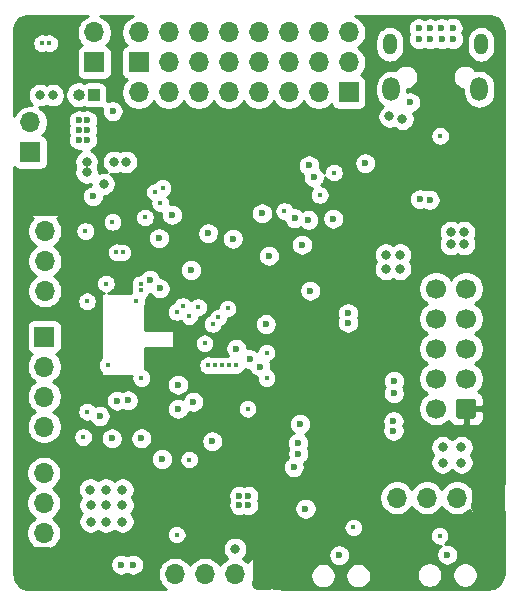
<source format=gbr>
%TF.GenerationSoftware,KiCad,Pcbnew,(5.1.9)-1*%
%TF.CreationDate,2021-10-28T19:53:02+05:30*%
%TF.ProjectId,royal_fc,726f7961-6c5f-4666-932e-6b696361645f,v1.0*%
%TF.SameCoordinates,Original*%
%TF.FileFunction,Copper,L3,Inr*%
%TF.FilePolarity,Positive*%
%FSLAX46Y46*%
G04 Gerber Fmt 4.6, Leading zero omitted, Abs format (unit mm)*
G04 Created by KiCad (PCBNEW (5.1.9)-1) date 2021-10-28 19:53:02*
%MOMM*%
%LPD*%
G01*
G04 APERTURE LIST*
%TA.AperFunction,ComponentPad*%
%ADD10O,1.150000X1.800000*%
%TD*%
%TA.AperFunction,ComponentPad*%
%ADD11O,1.450000X2.000000*%
%TD*%
%TA.AperFunction,ComponentPad*%
%ADD12O,1.000000X1.000000*%
%TD*%
%TA.AperFunction,ComponentPad*%
%ADD13R,1.000000X1.000000*%
%TD*%
%TA.AperFunction,ComponentPad*%
%ADD14R,1.700000X1.700000*%
%TD*%
%TA.AperFunction,ComponentPad*%
%ADD15O,1.700000X1.700000*%
%TD*%
%TA.AperFunction,ComponentPad*%
%ADD16C,1.700000*%
%TD*%
%TA.AperFunction,ViaPad*%
%ADD17C,0.400000*%
%TD*%
%TA.AperFunction,ViaPad*%
%ADD18C,0.600000*%
%TD*%
%TA.AperFunction,ViaPad*%
%ADD19C,0.800000*%
%TD*%
%TA.AperFunction,Conductor*%
%ADD20C,1.000000*%
%TD*%
%TA.AperFunction,Conductor*%
%ADD21C,0.254000*%
%TD*%
%TA.AperFunction,Conductor*%
%ADD22C,0.100000*%
%TD*%
G04 APERTURE END LIST*
D10*
%TO.N,GND*%
%TO.C,USB1*%
X55755000Y-104500000D03*
X63505000Y-104500000D03*
D11*
X55905000Y-108300000D03*
X63355000Y-108300000D03*
%TD*%
D12*
%TO.N,Net-(D6-Pad2)*%
%TO.C,JP1*%
X29440000Y-108770000D03*
D13*
%TO.N,Net-(J1-Pad1)*%
X30710000Y-108770000D03*
%TD*%
D14*
%TO.N,VCC*%
%TO.C,VIN1*%
X25330000Y-113650000D03*
D15*
%TO.N,GND*%
X25330000Y-111110000D03*
%TD*%
%TO.N,Net-(J2-Pad8)*%
%TO.C,8  7  6*%
X34500000Y-108560000D03*
%TO.N,Net-(J2-Pad7)*%
X37040000Y-108560000D03*
%TO.N,Net-(J2-Pad6)*%
X39580000Y-108560000D03*
%TO.N,Net-(J2-Pad5)*%
X42120000Y-108560000D03*
%TO.N,Net-(J2-Pad4)*%
X44660000Y-108560000D03*
%TO.N,Net-(J2-Pad3)*%
X47200000Y-108560000D03*
%TO.N,Net-(J2-Pad2)*%
X49740000Y-108560000D03*
D14*
%TO.N,Net-(J2-Pad1)*%
X52280000Y-108560000D03*
%TD*%
%TO.N,+3V3*%
%TO.C,GPS*%
X45210000Y-149350000D03*
D15*
%TO.N,GND*%
X42670000Y-149350000D03*
%TO.N,USART2_TX*%
X40130000Y-149350000D03*
%TO.N,USART2_RX*%
X37590000Y-149350000D03*
%TD*%
D14*
%TO.N,+3V3*%
%TO.C,I2C3*%
X63980000Y-142880000D03*
D15*
%TO.N,GND*%
X61440000Y-142880000D03*
%TO.N,I2C3_SCL*%
X58900000Y-142880000D03*
%TO.N,I2C3_SDA*%
X56360000Y-142880000D03*
%TD*%
D14*
%TO.N,Net-(J1-Pad1)*%
%TO.C,J1*%
X30730000Y-106025000D03*
D15*
%TO.N,GND*%
X30730000Y-103485000D03*
%TD*%
D14*
%TO.N,Net-(J1-Pad1)*%
%TO.C,J3*%
X34520001Y-106019999D03*
D15*
%TO.N,GND*%
X34520001Y-103479999D03*
%TO.N,Net-(J1-Pad1)*%
X37060001Y-106019999D03*
%TO.N,GND*%
X37060001Y-103479999D03*
%TO.N,Net-(J1-Pad1)*%
X39600001Y-106019999D03*
%TO.N,GND*%
X39600001Y-103479999D03*
%TO.N,Net-(J1-Pad1)*%
X42140001Y-106019999D03*
%TO.N,GND*%
X42140001Y-103479999D03*
%TO.N,Net-(J1-Pad1)*%
X44680001Y-106019999D03*
%TO.N,GND*%
X44680001Y-103479999D03*
%TO.N,Net-(J1-Pad1)*%
X47220001Y-106019999D03*
%TO.N,GND*%
X47220001Y-103479999D03*
%TO.N,Net-(J1-Pad1)*%
X49760001Y-106019999D03*
%TO.N,GND*%
X49760001Y-103479999D03*
%TO.N,Net-(J1-Pad1)*%
X52300001Y-106019999D03*
%TO.N,GND*%
X52300001Y-103479999D03*
%TD*%
D14*
%TO.N,TIM2_CH1*%
%TO.C,RC*%
X26500000Y-129240000D03*
D15*
%TO.N,TIM2_CH2*%
X26500000Y-131780000D03*
%TO.N,TIM2_CH3*%
X26500000Y-134320000D03*
%TO.N,TIM2_CH4*%
X26500000Y-136860000D03*
%TD*%
D14*
%TO.N,+3V3*%
%TO.C,SBUS*%
X26470000Y-148420000D03*
D15*
%TO.N,GND*%
X26470000Y-145880000D03*
%TO.N,UART4_TX*%
X26470000Y-143340000D03*
%TO.N,/UART4_RX_INV*%
X26470000Y-140800000D03*
%TD*%
%TO.N,+3V3*%
%TO.C,SWD1*%
%TA.AperFunction,ComponentPad*%
G36*
G01*
X63070000Y-134740000D02*
X63070000Y-135940000D01*
G75*
G02*
X62820000Y-136190000I-250000J0D01*
G01*
X61620000Y-136190000D01*
G75*
G02*
X61370000Y-135940000I0J250000D01*
G01*
X61370000Y-134740000D01*
G75*
G02*
X61620000Y-134490000I250000J0D01*
G01*
X62820000Y-134490000D01*
G75*
G02*
X63070000Y-134740000I0J-250000D01*
G01*
G37*
%TD.AperFunction*%
D16*
%TO.N,GND*%
X62220000Y-132800000D03*
X62220000Y-130260000D03*
%TO.N,N/C*%
X62220000Y-127720000D03*
%TO.N,GND*%
X62220000Y-125180000D03*
%TO.N,SWDIO*%
X59680000Y-135340000D03*
%TO.N,SWDCLK*%
X59680000Y-132800000D03*
%TO.N,N/C*%
X59680000Y-130260000D03*
X59680000Y-127720000D03*
%TO.N,NRST*%
X59680000Y-125180000D03*
%TD*%
D15*
%TO.N,USART1_RX*%
%TO.C,TELEM*%
X26570000Y-125370000D03*
%TO.N,USART1_TX*%
X26570000Y-122830000D03*
%TO.N,GND*%
X26570000Y-120290000D03*
D14*
%TO.N,+3V3*%
X26570000Y-117750000D03*
%TD*%
D17*
%TO.N,GND*%
X40380000Y-131670000D03*
D18*
X47630000Y-140300000D03*
D17*
X60030000Y-112250000D03*
X51030000Y-115350000D03*
D19*
X30090000Y-115330000D03*
X30090000Y-114430000D03*
X32430000Y-114450000D03*
X31540000Y-116300000D03*
X33430000Y-114450000D03*
D18*
X29440000Y-112580000D03*
X29440000Y-111730000D03*
X29440000Y-110930000D03*
X30140000Y-110930000D03*
X30140000Y-111730000D03*
X30140000Y-112580000D03*
X32300000Y-110150000D03*
X48330000Y-121450000D03*
X53680000Y-114550000D03*
X58330000Y-117600000D03*
X51480000Y-147750000D03*
X60630000Y-147700000D03*
X59130000Y-117650000D03*
X48930000Y-114750000D03*
X44950000Y-118810000D03*
X49330000Y-115750000D03*
X48880000Y-119350000D03*
X42480000Y-120950000D03*
X37330000Y-118920000D03*
X30630000Y-117350000D03*
D17*
X35030000Y-119150000D03*
D18*
X34030000Y-148550000D03*
X33030000Y-148550000D03*
X32230000Y-137850000D03*
X37830000Y-135350000D03*
X37830000Y-133300000D03*
X56080000Y-137200000D03*
X56080000Y-136400000D03*
X56110000Y-134040000D03*
X56120000Y-133000000D03*
X50980000Y-119250000D03*
X43030000Y-142700000D03*
X43790000Y-142700000D03*
X43780000Y-143530000D03*
X43030000Y-143500000D03*
D17*
X29800000Y-137740000D03*
X30130000Y-135600000D03*
X46840000Y-118610000D03*
X34670000Y-125290000D03*
X29980000Y-120300000D03*
X33140000Y-122110000D03*
X32620000Y-122100000D03*
X34670000Y-124790000D03*
D18*
X33590000Y-134640000D03*
X48030000Y-139150000D03*
X47990000Y-138250000D03*
X52230000Y-128050000D03*
X52230000Y-127250000D03*
X49030000Y-125350000D03*
X36280000Y-125150000D03*
X48170000Y-136640000D03*
X36480000Y-139600000D03*
X35450000Y-124450000D03*
X32680000Y-134660000D03*
D17*
X38780000Y-127500000D03*
X31880000Y-131660000D03*
X34290000Y-126260000D03*
X32280000Y-119530000D03*
X35880000Y-117000000D03*
X36530000Y-116650000D03*
X38780000Y-139650000D03*
D18*
X57480000Y-109400000D03*
D17*
X37730000Y-146000000D03*
X41555000Y-131675000D03*
X42130000Y-131675000D03*
X42730000Y-131675000D03*
X40990000Y-131675000D03*
D18*
X58230000Y-104050000D03*
X59180000Y-104075000D03*
X60180000Y-104050000D03*
X61130000Y-104050000D03*
X58205000Y-103150000D03*
X59155000Y-103150000D03*
X60130000Y-103125000D03*
X61080000Y-103100000D03*
D19*
X30405000Y-142200000D03*
X31730000Y-142200000D03*
X33130000Y-142200000D03*
X30430000Y-143500000D03*
X31730000Y-143500000D03*
X33130000Y-143500000D03*
X30430000Y-144900000D03*
X31730000Y-144900000D03*
X33130000Y-144900000D03*
X55430000Y-122300000D03*
X56630000Y-122300000D03*
X55430000Y-123500000D03*
X56630000Y-123500000D03*
X60230000Y-138600000D03*
X61830000Y-138600000D03*
X60230000Y-139900000D03*
X61830000Y-139900000D03*
X55730000Y-110600000D03*
X56830000Y-110800000D03*
X42670000Y-147220000D03*
X60930000Y-120400000D03*
X62030000Y-120400000D03*
X60930000Y-121400000D03*
X62030000Y-121400000D03*
D17*
X26330000Y-104400000D03*
X26930000Y-104400000D03*
D18*
%TO.N,+3V3*%
X50130000Y-147750000D03*
X59230000Y-147700000D03*
X41580000Y-123650000D03*
X37070000Y-122220000D03*
D17*
X50730000Y-130100000D03*
X51250000Y-130030000D03*
D18*
X50530000Y-118100000D03*
D19*
X34710000Y-116640000D03*
D17*
X34780000Y-120750000D03*
D18*
X51030000Y-120550000D03*
D17*
X29080000Y-135600000D03*
X31280000Y-119550000D03*
X33200000Y-123190000D03*
X34130000Y-121750000D03*
X32430000Y-125340000D03*
X30680000Y-123300000D03*
X31180000Y-123300000D03*
D18*
X48930000Y-140650000D03*
X31530000Y-134620000D03*
X37530000Y-125270000D03*
X37730000Y-139650000D03*
X36220000Y-126260000D03*
X47910000Y-125460000D03*
X47030000Y-136450000D03*
X41370000Y-120920000D03*
X47780000Y-114900000D03*
X45740000Y-117980000D03*
D19*
X32630000Y-111450000D03*
X33680000Y-111500000D03*
X34630000Y-112950000D03*
X34630000Y-111900000D03*
D17*
X32280000Y-118400000D03*
D18*
X37630000Y-142800000D03*
D17*
X37730000Y-144950000D03*
D19*
%TO.N,VCC*%
X26130000Y-108800000D03*
X27230000Y-108800000D03*
D18*
%TO.N,NRST*%
X34730000Y-137850000D03*
D17*
X34730000Y-132750000D03*
X45330000Y-130600000D03*
X45330000Y-132750000D03*
D18*
%TO.N,USART2_TX*%
X39130000Y-134750000D03*
%TO.N,I2C1_SDA*%
X36230000Y-120900000D03*
X40390000Y-120490000D03*
X47700000Y-119210000D03*
X45530000Y-122400000D03*
X38930000Y-123600000D03*
%TO.N,FLASH_MISO*%
X48630000Y-143800000D03*
X40730000Y-138100000D03*
D17*
%TO.N,MAGNET_INT*%
X36330000Y-117950000D03*
X39530000Y-126750000D03*
%TO.N,BOOT0*%
X59980000Y-146100000D03*
X40080000Y-129800000D03*
%TO.N,BOOT1*%
X52680000Y-145400000D03*
X43730000Y-135350000D03*
D18*
%TO.N,TIM2_CH1*%
X45270000Y-128180000D03*
%TO.N,TIM2_CH2*%
X42780000Y-130250000D03*
%TO.N,TIM2_CH3*%
X43910000Y-131150000D03*
%TO.N,TIM2_CH4*%
X44770000Y-131780000D03*
%TO.N,UART4_TX*%
X31200000Y-135960000D03*
D17*
%TO.N,USART1_RX*%
X40780000Y-128170000D03*
%TO.N,USART1_TX*%
X41260000Y-127610000D03*
%TO.N,INT_ACC*%
X30130000Y-126250000D03*
X37730000Y-127150000D03*
%TO.N,INT_GYR*%
X31730000Y-124750000D03*
X38230000Y-126650000D03*
%TO.N,BARO_INT*%
X49830000Y-117250000D03*
X42030000Y-126850000D03*
%TD*%
D20*
%TO.N,+3V3*%
X63980000Y-142880000D02*
X63980000Y-142150000D01*
X63980000Y-142150000D02*
X63530000Y-141700000D01*
X64130000Y-141700000D02*
X63330000Y-141700000D01*
X63060000Y-141875998D02*
X63320001Y-142135999D01*
X63030000Y-141700000D02*
X63030000Y-141875998D01*
X63230000Y-142135999D02*
X63230000Y-143000000D01*
X63230000Y-143000000D02*
X63230000Y-143439999D01*
X63290001Y-143439999D02*
X63230000Y-143500000D01*
X63130000Y-143500000D02*
X63130000Y-143700000D01*
X63130000Y-143700000D02*
X63530000Y-144100000D01*
X63330000Y-144100000D02*
X64530000Y-144100000D01*
X64530000Y-144100000D02*
X64830000Y-144100000D01*
X64830000Y-144100000D02*
X65030000Y-143900000D01*
X65030000Y-143900000D02*
X65030000Y-142500000D01*
X65030000Y-142500000D02*
X65030000Y-142000000D01*
X65030000Y-142000000D02*
X64530000Y-141500000D01*
X45630000Y-148100000D02*
X45210000Y-148520000D01*
X46530000Y-148600000D02*
X46530000Y-148000000D01*
X45210000Y-148520000D02*
X45210000Y-149350000D01*
X46430000Y-149200000D02*
X46230000Y-149000000D01*
X45930000Y-148100000D02*
X45630000Y-148100000D01*
X46430000Y-150200000D02*
X46430000Y-149200000D01*
X46030000Y-150200000D02*
X46430000Y-150200000D01*
X46230000Y-148400000D02*
X45930000Y-148100000D01*
X26830000Y-147700000D02*
X27430000Y-147700000D01*
X26470000Y-147929999D02*
X26799999Y-147600000D01*
X26470000Y-148420000D02*
X26470000Y-147760000D01*
X27399999Y-147515000D02*
X27630000Y-147745001D01*
X27630000Y-147660002D02*
X27630000Y-148700000D01*
X27630000Y-148700000D02*
X27330000Y-149000000D01*
X27330000Y-149000000D02*
X27330000Y-149600000D01*
X27330000Y-149600000D02*
X26830000Y-149600000D01*
X26830000Y-149600000D02*
X25530000Y-149600000D01*
X25530000Y-149600000D02*
X25530000Y-149300000D01*
X25530000Y-149300000D02*
X25230000Y-149000000D01*
X25230000Y-149000000D02*
X25230000Y-148000000D01*
X25230000Y-148000000D02*
X25530000Y-147700000D01*
X25530000Y-147895999D02*
X25725999Y-147700000D01*
X25530000Y-147700000D02*
X25530000Y-147626000D01*
X25725999Y-147600000D02*
X26530000Y-147600000D01*
X26180000Y-117750000D02*
X26570000Y-117750000D01*
X25730000Y-116500000D02*
X25730000Y-117300000D01*
X25230000Y-116600000D02*
X25830000Y-117200000D01*
X25830000Y-117000000D02*
X25830000Y-118500000D01*
X25730000Y-117300000D02*
X26180000Y-117750000D01*
X25830000Y-118500000D02*
X25850002Y-118500000D01*
X27530000Y-118500000D02*
X27730000Y-118500000D01*
X27290001Y-118480001D02*
X27530000Y-118240002D01*
X25890001Y-118500000D02*
X27290001Y-118500000D01*
X27730000Y-118500000D02*
X27530000Y-118300000D01*
X27530000Y-118200000D02*
X27730000Y-118000000D01*
X27530000Y-118300000D02*
X27530000Y-118200000D01*
X27730000Y-118000000D02*
X27730000Y-116900000D01*
X27730000Y-116900000D02*
X27330000Y-116500000D01*
X25850002Y-118460001D02*
X25890001Y-118500000D01*
X27330000Y-116500000D02*
X25730000Y-116500000D01*
X26570000Y-117750000D02*
X26380000Y-117750000D01*
X26380000Y-117750000D02*
X25830000Y-118300000D01*
X25830000Y-118300000D02*
X25430000Y-118300000D01*
X25230000Y-118100000D02*
X25230000Y-116600000D01*
X25430000Y-118300000D02*
X25230000Y-118100000D01*
X26570000Y-117750000D02*
X26280000Y-117750000D01*
X26380000Y-117550000D02*
X25330000Y-118600000D01*
X45210000Y-149350000D02*
X45210000Y-149080000D01*
X45210000Y-149080000D02*
X45330000Y-149200000D01*
X45530000Y-148900000D02*
X45530000Y-150200000D01*
X45530000Y-150200000D02*
X44630000Y-150200000D01*
X44730000Y-150200000D02*
X44630000Y-150100000D01*
X44730000Y-150200000D02*
X44730000Y-148100000D01*
X44680000Y-148300000D02*
X44980000Y-148000000D01*
%TD*%
D21*
%TO.N,+3V3*%
X30026589Y-102169010D02*
X29783368Y-102331525D01*
X29576525Y-102538368D01*
X29414010Y-102781589D01*
X29302068Y-103051842D01*
X29245000Y-103338740D01*
X29245000Y-103631260D01*
X29302068Y-103918158D01*
X29414010Y-104188411D01*
X29576525Y-104431632D01*
X29708380Y-104563487D01*
X29635820Y-104585498D01*
X29525506Y-104644463D01*
X29428815Y-104723815D01*
X29349463Y-104820506D01*
X29290498Y-104930820D01*
X29254188Y-105050518D01*
X29241928Y-105175000D01*
X29241928Y-106875000D01*
X29254188Y-106999482D01*
X29290498Y-107119180D01*
X29349463Y-107229494D01*
X29428815Y-107326185D01*
X29525506Y-107405537D01*
X29635820Y-107464502D01*
X29755518Y-107500812D01*
X29880000Y-107513072D01*
X31580000Y-107513072D01*
X31704482Y-107500812D01*
X31824180Y-107464502D01*
X31934494Y-107405537D01*
X32031185Y-107326185D01*
X32110537Y-107229494D01*
X32169502Y-107119180D01*
X32205812Y-106999482D01*
X32218072Y-106875000D01*
X32218072Y-105175000D01*
X32205812Y-105050518D01*
X32169502Y-104930820D01*
X32110537Y-104820506D01*
X32031185Y-104723815D01*
X31934494Y-104644463D01*
X31824180Y-104585498D01*
X31751620Y-104563487D01*
X31883475Y-104431632D01*
X32045990Y-104188411D01*
X32157932Y-103918158D01*
X32215000Y-103631260D01*
X32215000Y-103338740D01*
X32157932Y-103051842D01*
X32045990Y-102781589D01*
X31883475Y-102538368D01*
X31676632Y-102331525D01*
X31433411Y-102169010D01*
X31230592Y-102085000D01*
X34007335Y-102085000D01*
X33816590Y-102164009D01*
X33573369Y-102326524D01*
X33366526Y-102533367D01*
X33204011Y-102776588D01*
X33092069Y-103046841D01*
X33035001Y-103333739D01*
X33035001Y-103626259D01*
X33092069Y-103913157D01*
X33204011Y-104183410D01*
X33366526Y-104426631D01*
X33498381Y-104558486D01*
X33425821Y-104580497D01*
X33315507Y-104639462D01*
X33218816Y-104718814D01*
X33139464Y-104815505D01*
X33080499Y-104925819D01*
X33044189Y-105045517D01*
X33031929Y-105169999D01*
X33031929Y-106869999D01*
X33044189Y-106994481D01*
X33080499Y-107114179D01*
X33139464Y-107224493D01*
X33218816Y-107321184D01*
X33315507Y-107400536D01*
X33425821Y-107459501D01*
X33483036Y-107476857D01*
X33346525Y-107613368D01*
X33184010Y-107856589D01*
X33072068Y-108126842D01*
X33015000Y-108413740D01*
X33015000Y-108706260D01*
X33072068Y-108993158D01*
X33184010Y-109263411D01*
X33346525Y-109506632D01*
X33553368Y-109713475D01*
X33796589Y-109875990D01*
X34066842Y-109987932D01*
X34353740Y-110045000D01*
X34646260Y-110045000D01*
X34933158Y-109987932D01*
X35203411Y-109875990D01*
X35446632Y-109713475D01*
X35653475Y-109506632D01*
X35770000Y-109332240D01*
X35886525Y-109506632D01*
X36093368Y-109713475D01*
X36336589Y-109875990D01*
X36606842Y-109987932D01*
X36893740Y-110045000D01*
X37186260Y-110045000D01*
X37473158Y-109987932D01*
X37743411Y-109875990D01*
X37986632Y-109713475D01*
X38193475Y-109506632D01*
X38310000Y-109332240D01*
X38426525Y-109506632D01*
X38633368Y-109713475D01*
X38876589Y-109875990D01*
X39146842Y-109987932D01*
X39433740Y-110045000D01*
X39726260Y-110045000D01*
X40013158Y-109987932D01*
X40283411Y-109875990D01*
X40526632Y-109713475D01*
X40733475Y-109506632D01*
X40850000Y-109332240D01*
X40966525Y-109506632D01*
X41173368Y-109713475D01*
X41416589Y-109875990D01*
X41686842Y-109987932D01*
X41973740Y-110045000D01*
X42266260Y-110045000D01*
X42553158Y-109987932D01*
X42823411Y-109875990D01*
X43066632Y-109713475D01*
X43273475Y-109506632D01*
X43390000Y-109332240D01*
X43506525Y-109506632D01*
X43713368Y-109713475D01*
X43956589Y-109875990D01*
X44226842Y-109987932D01*
X44513740Y-110045000D01*
X44806260Y-110045000D01*
X45093158Y-109987932D01*
X45363411Y-109875990D01*
X45606632Y-109713475D01*
X45813475Y-109506632D01*
X45930000Y-109332240D01*
X46046525Y-109506632D01*
X46253368Y-109713475D01*
X46496589Y-109875990D01*
X46766842Y-109987932D01*
X47053740Y-110045000D01*
X47346260Y-110045000D01*
X47633158Y-109987932D01*
X47903411Y-109875990D01*
X48146632Y-109713475D01*
X48353475Y-109506632D01*
X48470000Y-109332240D01*
X48586525Y-109506632D01*
X48793368Y-109713475D01*
X49036589Y-109875990D01*
X49306842Y-109987932D01*
X49593740Y-110045000D01*
X49886260Y-110045000D01*
X50173158Y-109987932D01*
X50443411Y-109875990D01*
X50686632Y-109713475D01*
X50818487Y-109581620D01*
X50840498Y-109654180D01*
X50899463Y-109764494D01*
X50978815Y-109861185D01*
X51075506Y-109940537D01*
X51185820Y-109999502D01*
X51305518Y-110035812D01*
X51430000Y-110048072D01*
X53130000Y-110048072D01*
X53254482Y-110035812D01*
X53374180Y-109999502D01*
X53484494Y-109940537D01*
X53581185Y-109861185D01*
X53660537Y-109764494D01*
X53719502Y-109654180D01*
X53755812Y-109534482D01*
X53768072Y-109410000D01*
X53768072Y-107958191D01*
X54545000Y-107958191D01*
X54545000Y-108641808D01*
X54564678Y-108841606D01*
X54642445Y-109097967D01*
X54768730Y-109334230D01*
X54938682Y-109541317D01*
X55145769Y-109711270D01*
X55174303Y-109726521D01*
X55070226Y-109796063D01*
X54926063Y-109940226D01*
X54812795Y-110109744D01*
X54734774Y-110298102D01*
X54695000Y-110498061D01*
X54695000Y-110701939D01*
X54734774Y-110901898D01*
X54812795Y-111090256D01*
X54926063Y-111259774D01*
X55070226Y-111403937D01*
X55239744Y-111517205D01*
X55428102Y-111595226D01*
X55628061Y-111635000D01*
X55831939Y-111635000D01*
X56031898Y-111595226D01*
X56123551Y-111557262D01*
X56170226Y-111603937D01*
X56339744Y-111717205D01*
X56528102Y-111795226D01*
X56728061Y-111835000D01*
X56931939Y-111835000D01*
X57131898Y-111795226D01*
X57320256Y-111717205D01*
X57489774Y-111603937D01*
X57633937Y-111459774D01*
X57747205Y-111290256D01*
X57825226Y-111101898D01*
X57865000Y-110901939D01*
X57865000Y-110698061D01*
X57825226Y-110498102D01*
X57747205Y-110309744D01*
X57741556Y-110301290D01*
X57752729Y-110299068D01*
X57922889Y-110228586D01*
X58076028Y-110126262D01*
X58206262Y-109996028D01*
X58308586Y-109842889D01*
X58379068Y-109672729D01*
X58415000Y-109492089D01*
X58415000Y-109307911D01*
X58379068Y-109127271D01*
X58308586Y-108957111D01*
X58206262Y-108803972D01*
X58076028Y-108673738D01*
X57922889Y-108571414D01*
X57752729Y-108500932D01*
X57572089Y-108465000D01*
X57387911Y-108465000D01*
X57265000Y-108489449D01*
X57265000Y-108278424D01*
X57431898Y-108245226D01*
X57620256Y-108167205D01*
X57789774Y-108053937D01*
X57933937Y-107909774D01*
X58047205Y-107740256D01*
X58125226Y-107551898D01*
X58165000Y-107351939D01*
X58165000Y-107148061D01*
X61095000Y-107148061D01*
X61095000Y-107351939D01*
X61134774Y-107551898D01*
X61212795Y-107740256D01*
X61326063Y-107909774D01*
X61470226Y-108053937D01*
X61639744Y-108167205D01*
X61828102Y-108245226D01*
X61995000Y-108278424D01*
X61995000Y-108641808D01*
X62014678Y-108841606D01*
X62092445Y-109097967D01*
X62218730Y-109334230D01*
X62388682Y-109541317D01*
X62595769Y-109711270D01*
X62832032Y-109837555D01*
X63088393Y-109915322D01*
X63355000Y-109941580D01*
X63621606Y-109915322D01*
X63877967Y-109837555D01*
X64114230Y-109711270D01*
X64321317Y-109541318D01*
X64491270Y-109334231D01*
X64617555Y-109097968D01*
X64695322Y-108841607D01*
X64715000Y-108641809D01*
X64715000Y-107958192D01*
X64695322Y-107758394D01*
X64617555Y-107502032D01*
X64491270Y-107265769D01*
X64321318Y-107058682D01*
X64114231Y-106888730D01*
X63877968Y-106762445D01*
X63621607Y-106684678D01*
X63355000Y-106658420D01*
X63088394Y-106684678D01*
X63012442Y-106707718D01*
X62933937Y-106590226D01*
X62789774Y-106446063D01*
X62620256Y-106332795D01*
X62431898Y-106254774D01*
X62231939Y-106215000D01*
X62028061Y-106215000D01*
X61828102Y-106254774D01*
X61639744Y-106332795D01*
X61470226Y-106446063D01*
X61326063Y-106590226D01*
X61212795Y-106759744D01*
X61134774Y-106948102D01*
X61095000Y-107148061D01*
X58165000Y-107148061D01*
X58125226Y-106948102D01*
X58047205Y-106759744D01*
X57933937Y-106590226D01*
X57789774Y-106446063D01*
X57620256Y-106332795D01*
X57431898Y-106254774D01*
X57231939Y-106215000D01*
X57028061Y-106215000D01*
X56828102Y-106254774D01*
X56639744Y-106332795D01*
X56470226Y-106446063D01*
X56326063Y-106590226D01*
X56247558Y-106707718D01*
X56171607Y-106684678D01*
X55905000Y-106658420D01*
X55638394Y-106684678D01*
X55382033Y-106762445D01*
X55145770Y-106888730D01*
X54938683Y-107058682D01*
X54768730Y-107265769D01*
X54642445Y-107502032D01*
X54564678Y-107758393D01*
X54545000Y-107958191D01*
X53768072Y-107958191D01*
X53768072Y-107710000D01*
X53755812Y-107585518D01*
X53719502Y-107465820D01*
X53660537Y-107355506D01*
X53581185Y-107258815D01*
X53484494Y-107179463D01*
X53374180Y-107120498D01*
X53316965Y-107103142D01*
X53453476Y-106966631D01*
X53615991Y-106723410D01*
X53727933Y-106453157D01*
X53785001Y-106166259D01*
X53785001Y-105873739D01*
X53727933Y-105586841D01*
X53615991Y-105316588D01*
X53453476Y-105073367D01*
X53246633Y-104866524D01*
X53072241Y-104749999D01*
X53246633Y-104633474D01*
X53453476Y-104426631D01*
X53615991Y-104183410D01*
X53644094Y-104115563D01*
X54545000Y-104115563D01*
X54545000Y-104884436D01*
X54562508Y-105062200D01*
X54631697Y-105290286D01*
X54744054Y-105500491D01*
X54895261Y-105684739D01*
X55079508Y-105835946D01*
X55289713Y-105948303D01*
X55517799Y-106017492D01*
X55755000Y-106040854D01*
X55992200Y-106017492D01*
X56220286Y-105948303D01*
X56430491Y-105835946D01*
X56614739Y-105684739D01*
X56765946Y-105500492D01*
X56878303Y-105290287D01*
X56947492Y-105062201D01*
X56965000Y-104884437D01*
X56965000Y-104115564D01*
X56947492Y-103937800D01*
X56878303Y-103709713D01*
X56765946Y-103499508D01*
X56614739Y-103315261D01*
X56430492Y-103164054D01*
X56231913Y-103057911D01*
X57270000Y-103057911D01*
X57270000Y-103242089D01*
X57305932Y-103422729D01*
X57376414Y-103592889D01*
X57395484Y-103621429D01*
X57330932Y-103777271D01*
X57295000Y-103957911D01*
X57295000Y-104142089D01*
X57330932Y-104322729D01*
X57401414Y-104492889D01*
X57503738Y-104646028D01*
X57633972Y-104776262D01*
X57787111Y-104878586D01*
X57957271Y-104949068D01*
X58137911Y-104985000D01*
X58322089Y-104985000D01*
X58502729Y-104949068D01*
X58672889Y-104878586D01*
X58686292Y-104869630D01*
X58737111Y-104903586D01*
X58907271Y-104974068D01*
X59087911Y-105010000D01*
X59272089Y-105010000D01*
X59452729Y-104974068D01*
X59622889Y-104903586D01*
X59698708Y-104852926D01*
X59737111Y-104878586D01*
X59907271Y-104949068D01*
X60087911Y-104985000D01*
X60272089Y-104985000D01*
X60452729Y-104949068D01*
X60622889Y-104878586D01*
X60655000Y-104857130D01*
X60687111Y-104878586D01*
X60857271Y-104949068D01*
X61037911Y-104985000D01*
X61222089Y-104985000D01*
X61402729Y-104949068D01*
X61572889Y-104878586D01*
X61726028Y-104776262D01*
X61856262Y-104646028D01*
X61958586Y-104492889D01*
X62029068Y-104322729D01*
X62065000Y-104142089D01*
X62065000Y-104115563D01*
X62295000Y-104115563D01*
X62295000Y-104884436D01*
X62312508Y-105062200D01*
X62381697Y-105290286D01*
X62494054Y-105500491D01*
X62645261Y-105684739D01*
X62829508Y-105835946D01*
X63039713Y-105948303D01*
X63267799Y-106017492D01*
X63505000Y-106040854D01*
X63742200Y-106017492D01*
X63970286Y-105948303D01*
X64180491Y-105835946D01*
X64364739Y-105684739D01*
X64515946Y-105500492D01*
X64628303Y-105290287D01*
X64697492Y-105062201D01*
X64715000Y-104884437D01*
X64715000Y-104115564D01*
X64697492Y-103937800D01*
X64628303Y-103709713D01*
X64515946Y-103499508D01*
X64364739Y-103315261D01*
X64180492Y-103164054D01*
X63970287Y-103051697D01*
X63742201Y-102982508D01*
X63505000Y-102959146D01*
X63267800Y-102982508D01*
X63039714Y-103051697D01*
X62829509Y-103164054D01*
X62645262Y-103315261D01*
X62494055Y-103499508D01*
X62381697Y-103709713D01*
X62312508Y-103937799D01*
X62295000Y-104115563D01*
X62065000Y-104115563D01*
X62065000Y-103957911D01*
X62029068Y-103777271D01*
X61958586Y-103607111D01*
X61911299Y-103536340D01*
X61979068Y-103372729D01*
X62015000Y-103192089D01*
X62015000Y-103007911D01*
X61979068Y-102827271D01*
X61908586Y-102657111D01*
X61806262Y-102503972D01*
X61676028Y-102373738D01*
X61522889Y-102271414D01*
X61352729Y-102200932D01*
X61172089Y-102165000D01*
X60987911Y-102165000D01*
X60807271Y-102200932D01*
X60637111Y-102271414D01*
X60586292Y-102305370D01*
X60572889Y-102296414D01*
X60402729Y-102225932D01*
X60222089Y-102190000D01*
X60037911Y-102190000D01*
X59857271Y-102225932D01*
X59687111Y-102296414D01*
X59623792Y-102338722D01*
X59597889Y-102321414D01*
X59427729Y-102250932D01*
X59247089Y-102215000D01*
X59062911Y-102215000D01*
X58882271Y-102250932D01*
X58712111Y-102321414D01*
X58680000Y-102342870D01*
X58647889Y-102321414D01*
X58477729Y-102250932D01*
X58297089Y-102215000D01*
X58112911Y-102215000D01*
X57932271Y-102250932D01*
X57762111Y-102321414D01*
X57608972Y-102423738D01*
X57478738Y-102553972D01*
X57376414Y-102707111D01*
X57305932Y-102877271D01*
X57270000Y-103057911D01*
X56231913Y-103057911D01*
X56220287Y-103051697D01*
X55992201Y-102982508D01*
X55755000Y-102959146D01*
X55517800Y-102982508D01*
X55289714Y-103051697D01*
X55079509Y-103164054D01*
X54895262Y-103315261D01*
X54744055Y-103499508D01*
X54631697Y-103709713D01*
X54562508Y-103937799D01*
X54545000Y-104115563D01*
X53644094Y-104115563D01*
X53727933Y-103913157D01*
X53785001Y-103626259D01*
X53785001Y-103333739D01*
X53727933Y-103046841D01*
X53615991Y-102776588D01*
X53453476Y-102533367D01*
X53246633Y-102326524D01*
X53003412Y-102164009D01*
X52812667Y-102085000D01*
X64094053Y-102085000D01*
X64375021Y-102112549D01*
X64610712Y-102183708D01*
X64828089Y-102299291D01*
X65018879Y-102454895D01*
X65175811Y-102644593D01*
X65292906Y-102861157D01*
X65365709Y-103096344D01*
X65395000Y-103375028D01*
X65395001Y-141739982D01*
X65360537Y-141675506D01*
X65281185Y-141578815D01*
X65184494Y-141499463D01*
X65074180Y-141440498D01*
X64954482Y-141404188D01*
X64830000Y-141391928D01*
X64265750Y-141395000D01*
X64107000Y-141553750D01*
X64107000Y-142753000D01*
X64127000Y-142753000D01*
X64127000Y-143007000D01*
X64107000Y-143007000D01*
X64107000Y-144206250D01*
X64265750Y-144365000D01*
X64830000Y-144368072D01*
X64954482Y-144355812D01*
X65074180Y-144319502D01*
X65184494Y-144260537D01*
X65281185Y-144181185D01*
X65360537Y-144084494D01*
X65395001Y-144020018D01*
X65395001Y-149284043D01*
X65367451Y-149565021D01*
X65296291Y-149800712D01*
X65180711Y-150018088D01*
X65025104Y-150208879D01*
X64835408Y-150365811D01*
X64618843Y-150482906D01*
X64383656Y-150555709D01*
X64104783Y-150585020D01*
X46554377Y-150598555D01*
X46590537Y-150554494D01*
X46649502Y-150444180D01*
X46685812Y-150324482D01*
X46698072Y-150200000D01*
X46695000Y-149635750D01*
X46536250Y-149477000D01*
X45337000Y-149477000D01*
X45337000Y-149497000D01*
X45083000Y-149497000D01*
X45083000Y-149477000D01*
X45063000Y-149477000D01*
X45063000Y-149373137D01*
X49015000Y-149373137D01*
X49015000Y-149586863D01*
X49056696Y-149796483D01*
X49138485Y-149993940D01*
X49257225Y-150171647D01*
X49408353Y-150322775D01*
X49586060Y-150441515D01*
X49783517Y-150523304D01*
X49993137Y-150565000D01*
X50206863Y-150565000D01*
X50416483Y-150523304D01*
X50613940Y-150441515D01*
X50791647Y-150322775D01*
X50942775Y-150171647D01*
X51061515Y-149993940D01*
X51143304Y-149796483D01*
X51185000Y-149586863D01*
X51185000Y-149373137D01*
X52015000Y-149373137D01*
X52015000Y-149586863D01*
X52056696Y-149796483D01*
X52138485Y-149993940D01*
X52257225Y-150171647D01*
X52408353Y-150322775D01*
X52586060Y-150441515D01*
X52783517Y-150523304D01*
X52993137Y-150565000D01*
X53206863Y-150565000D01*
X53416483Y-150523304D01*
X53613940Y-150441515D01*
X53791647Y-150322775D01*
X53942775Y-150171647D01*
X54061515Y-149993940D01*
X54143304Y-149796483D01*
X54185000Y-149586863D01*
X54185000Y-149373137D01*
X54176049Y-149328137D01*
X58040000Y-149328137D01*
X58040000Y-149541863D01*
X58081696Y-149751483D01*
X58163485Y-149948940D01*
X58282225Y-150126647D01*
X58433353Y-150277775D01*
X58611060Y-150396515D01*
X58808517Y-150478304D01*
X59018137Y-150520000D01*
X59231863Y-150520000D01*
X59441483Y-150478304D01*
X59638940Y-150396515D01*
X59816647Y-150277775D01*
X59967775Y-150126647D01*
X60086515Y-149948940D01*
X60168304Y-149751483D01*
X60210000Y-149541863D01*
X60210000Y-149328137D01*
X61040000Y-149328137D01*
X61040000Y-149541863D01*
X61081696Y-149751483D01*
X61163485Y-149948940D01*
X61282225Y-150126647D01*
X61433353Y-150277775D01*
X61611060Y-150396515D01*
X61808517Y-150478304D01*
X62018137Y-150520000D01*
X62231863Y-150520000D01*
X62441483Y-150478304D01*
X62638940Y-150396515D01*
X62816647Y-150277775D01*
X62967775Y-150126647D01*
X63086515Y-149948940D01*
X63168304Y-149751483D01*
X63210000Y-149541863D01*
X63210000Y-149328137D01*
X63168304Y-149118517D01*
X63086515Y-148921060D01*
X62967775Y-148743353D01*
X62816647Y-148592225D01*
X62638940Y-148473485D01*
X62441483Y-148391696D01*
X62231863Y-148350000D01*
X62018137Y-148350000D01*
X61808517Y-148391696D01*
X61611060Y-148473485D01*
X61433353Y-148592225D01*
X61282225Y-148743353D01*
X61163485Y-148921060D01*
X61081696Y-149118517D01*
X61040000Y-149328137D01*
X60210000Y-149328137D01*
X60168304Y-149118517D01*
X60086515Y-148921060D01*
X59967775Y-148743353D01*
X59816647Y-148592225D01*
X59638940Y-148473485D01*
X59441483Y-148391696D01*
X59231863Y-148350000D01*
X59018137Y-148350000D01*
X58808517Y-148391696D01*
X58611060Y-148473485D01*
X58433353Y-148592225D01*
X58282225Y-148743353D01*
X58163485Y-148921060D01*
X58081696Y-149118517D01*
X58040000Y-149328137D01*
X54176049Y-149328137D01*
X54143304Y-149163517D01*
X54061515Y-148966060D01*
X53942775Y-148788353D01*
X53791647Y-148637225D01*
X53613940Y-148518485D01*
X53416483Y-148436696D01*
X53206863Y-148395000D01*
X52993137Y-148395000D01*
X52783517Y-148436696D01*
X52586060Y-148518485D01*
X52408353Y-148637225D01*
X52257225Y-148788353D01*
X52138485Y-148966060D01*
X52056696Y-149163517D01*
X52015000Y-149373137D01*
X51185000Y-149373137D01*
X51143304Y-149163517D01*
X51061515Y-148966060D01*
X50942775Y-148788353D01*
X50791647Y-148637225D01*
X50613940Y-148518485D01*
X50416483Y-148436696D01*
X50206863Y-148395000D01*
X49993137Y-148395000D01*
X49783517Y-148436696D01*
X49586060Y-148518485D01*
X49408353Y-148637225D01*
X49257225Y-148788353D01*
X49138485Y-148966060D01*
X49056696Y-149163517D01*
X49015000Y-149373137D01*
X45063000Y-149373137D01*
X45063000Y-149223000D01*
X45083000Y-149223000D01*
X45083000Y-148023750D01*
X45337000Y-148023750D01*
X45337000Y-149223000D01*
X46536250Y-149223000D01*
X46695000Y-149064250D01*
X46698072Y-148500000D01*
X46685812Y-148375518D01*
X46649502Y-148255820D01*
X46590537Y-148145506D01*
X46511185Y-148048815D01*
X46414494Y-147969463D01*
X46304180Y-147910498D01*
X46184482Y-147874188D01*
X46060000Y-147861928D01*
X45495750Y-147865000D01*
X45337000Y-148023750D01*
X45083000Y-148023750D01*
X44924250Y-147865000D01*
X44360000Y-147861928D01*
X44235518Y-147874188D01*
X44115820Y-147910498D01*
X44005506Y-147969463D01*
X43908815Y-148048815D01*
X43829463Y-148145506D01*
X43770498Y-148255820D01*
X43748487Y-148328380D01*
X43616632Y-148196525D01*
X43373411Y-148034010D01*
X43335432Y-148018279D01*
X43473937Y-147879774D01*
X43587205Y-147710256D01*
X43608887Y-147657911D01*
X50545000Y-147657911D01*
X50545000Y-147842089D01*
X50580932Y-148022729D01*
X50651414Y-148192889D01*
X50753738Y-148346028D01*
X50883972Y-148476262D01*
X51037111Y-148578586D01*
X51207271Y-148649068D01*
X51387911Y-148685000D01*
X51572089Y-148685000D01*
X51752729Y-148649068D01*
X51922889Y-148578586D01*
X52076028Y-148476262D01*
X52206262Y-148346028D01*
X52308586Y-148192889D01*
X52379068Y-148022729D01*
X52415000Y-147842089D01*
X52415000Y-147657911D01*
X52379068Y-147477271D01*
X52308586Y-147307111D01*
X52206262Y-147153972D01*
X52076028Y-147023738D01*
X51922889Y-146921414D01*
X51752729Y-146850932D01*
X51572089Y-146815000D01*
X51387911Y-146815000D01*
X51207271Y-146850932D01*
X51037111Y-146921414D01*
X50883972Y-147023738D01*
X50753738Y-147153972D01*
X50651414Y-147307111D01*
X50580932Y-147477271D01*
X50545000Y-147657911D01*
X43608887Y-147657911D01*
X43665226Y-147521898D01*
X43705000Y-147321939D01*
X43705000Y-147118061D01*
X43665226Y-146918102D01*
X43587205Y-146729744D01*
X43473937Y-146560226D01*
X43329774Y-146416063D01*
X43160256Y-146302795D01*
X42971898Y-146224774D01*
X42771939Y-146185000D01*
X42568061Y-146185000D01*
X42368102Y-146224774D01*
X42179744Y-146302795D01*
X42010226Y-146416063D01*
X41866063Y-146560226D01*
X41752795Y-146729744D01*
X41674774Y-146918102D01*
X41635000Y-147118061D01*
X41635000Y-147321939D01*
X41674774Y-147521898D01*
X41752795Y-147710256D01*
X41866063Y-147879774D01*
X42004568Y-148018279D01*
X41966589Y-148034010D01*
X41723368Y-148196525D01*
X41516525Y-148403368D01*
X41400000Y-148577760D01*
X41283475Y-148403368D01*
X41076632Y-148196525D01*
X40833411Y-148034010D01*
X40563158Y-147922068D01*
X40276260Y-147865000D01*
X39983740Y-147865000D01*
X39696842Y-147922068D01*
X39426589Y-148034010D01*
X39183368Y-148196525D01*
X38976525Y-148403368D01*
X38860000Y-148577760D01*
X38743475Y-148403368D01*
X38536632Y-148196525D01*
X38293411Y-148034010D01*
X38023158Y-147922068D01*
X37736260Y-147865000D01*
X37443740Y-147865000D01*
X37156842Y-147922068D01*
X36886589Y-148034010D01*
X36643368Y-148196525D01*
X36436525Y-148403368D01*
X36274010Y-148646589D01*
X36162068Y-148916842D01*
X36105000Y-149203740D01*
X36105000Y-149496260D01*
X36162068Y-149783158D01*
X36274010Y-150053411D01*
X36436525Y-150296632D01*
X36643368Y-150503475D01*
X36796927Y-150606080D01*
X25265674Y-150614973D01*
X24984979Y-150587451D01*
X24749288Y-150516291D01*
X24531912Y-150400711D01*
X24341121Y-150245104D01*
X24184189Y-150055408D01*
X24067094Y-149838843D01*
X23994291Y-149603656D01*
X23964983Y-149324814D01*
X23964948Y-149270000D01*
X24981928Y-149270000D01*
X24994188Y-149394482D01*
X25030498Y-149514180D01*
X25089463Y-149624494D01*
X25168815Y-149721185D01*
X25265506Y-149800537D01*
X25375820Y-149859502D01*
X25495518Y-149895812D01*
X25620000Y-149908072D01*
X26184250Y-149905000D01*
X26343000Y-149746250D01*
X26343000Y-148547000D01*
X26597000Y-148547000D01*
X26597000Y-149746250D01*
X26755750Y-149905000D01*
X27320000Y-149908072D01*
X27444482Y-149895812D01*
X27564180Y-149859502D01*
X27674494Y-149800537D01*
X27771185Y-149721185D01*
X27850537Y-149624494D01*
X27909502Y-149514180D01*
X27945812Y-149394482D01*
X27958072Y-149270000D01*
X27955000Y-148705750D01*
X27796250Y-148547000D01*
X26597000Y-148547000D01*
X26343000Y-148547000D01*
X25143750Y-148547000D01*
X24985000Y-148705750D01*
X24981928Y-149270000D01*
X23964948Y-149270000D01*
X23964419Y-148457911D01*
X32095000Y-148457911D01*
X32095000Y-148642089D01*
X32130932Y-148822729D01*
X32201414Y-148992889D01*
X32303738Y-149146028D01*
X32433972Y-149276262D01*
X32587111Y-149378586D01*
X32757271Y-149449068D01*
X32937911Y-149485000D01*
X33122089Y-149485000D01*
X33302729Y-149449068D01*
X33472889Y-149378586D01*
X33530000Y-149340426D01*
X33587111Y-149378586D01*
X33757271Y-149449068D01*
X33937911Y-149485000D01*
X34122089Y-149485000D01*
X34302729Y-149449068D01*
X34472889Y-149378586D01*
X34626028Y-149276262D01*
X34756262Y-149146028D01*
X34858586Y-148992889D01*
X34929068Y-148822729D01*
X34965000Y-148642089D01*
X34965000Y-148457911D01*
X34929068Y-148277271D01*
X34858586Y-148107111D01*
X34756262Y-147953972D01*
X34626028Y-147823738D01*
X34472889Y-147721414D01*
X34302729Y-147650932D01*
X34122089Y-147615000D01*
X33937911Y-147615000D01*
X33757271Y-147650932D01*
X33587111Y-147721414D01*
X33530000Y-147759574D01*
X33472889Y-147721414D01*
X33302729Y-147650932D01*
X33122089Y-147615000D01*
X32937911Y-147615000D01*
X32757271Y-147650932D01*
X32587111Y-147721414D01*
X32433972Y-147823738D01*
X32303738Y-147953972D01*
X32201414Y-148107111D01*
X32130932Y-148277271D01*
X32095000Y-148457911D01*
X23964419Y-148457911D01*
X23963840Y-147570000D01*
X24981928Y-147570000D01*
X24985000Y-148134250D01*
X25143750Y-148293000D01*
X26343000Y-148293000D01*
X26343000Y-148273000D01*
X26597000Y-148273000D01*
X26597000Y-148293000D01*
X27796250Y-148293000D01*
X27955000Y-148134250D01*
X27958072Y-147570000D01*
X27945812Y-147445518D01*
X27909502Y-147325820D01*
X27850537Y-147215506D01*
X27771185Y-147118815D01*
X27674494Y-147039463D01*
X27564180Y-146980498D01*
X27491620Y-146958487D01*
X27623475Y-146826632D01*
X27785990Y-146583411D01*
X27897932Y-146313158D01*
X27955000Y-146026260D01*
X27955000Y-145733740D01*
X27897932Y-145446842D01*
X27785990Y-145176589D01*
X27623475Y-144933368D01*
X27416632Y-144726525D01*
X27242240Y-144610000D01*
X27416632Y-144493475D01*
X27623475Y-144286632D01*
X27785990Y-144043411D01*
X27897932Y-143773158D01*
X27955000Y-143486260D01*
X27955000Y-143193740D01*
X27897932Y-142906842D01*
X27785990Y-142636589D01*
X27623475Y-142393368D01*
X27416632Y-142186525D01*
X27284237Y-142098061D01*
X29370000Y-142098061D01*
X29370000Y-142301939D01*
X29409774Y-142501898D01*
X29487795Y-142690256D01*
X29601063Y-142859774D01*
X29608220Y-142866931D01*
X29512795Y-143009744D01*
X29434774Y-143198102D01*
X29395000Y-143398061D01*
X29395000Y-143601939D01*
X29434774Y-143801898D01*
X29512795Y-143990256D01*
X29626063Y-144159774D01*
X29666289Y-144200000D01*
X29626063Y-144240226D01*
X29512795Y-144409744D01*
X29434774Y-144598102D01*
X29395000Y-144798061D01*
X29395000Y-145001939D01*
X29434774Y-145201898D01*
X29512795Y-145390256D01*
X29626063Y-145559774D01*
X29770226Y-145703937D01*
X29939744Y-145817205D01*
X30128102Y-145895226D01*
X30328061Y-145935000D01*
X30531939Y-145935000D01*
X30731898Y-145895226D01*
X30920256Y-145817205D01*
X31080000Y-145710468D01*
X31239744Y-145817205D01*
X31428102Y-145895226D01*
X31628061Y-145935000D01*
X31831939Y-145935000D01*
X32031898Y-145895226D01*
X32220256Y-145817205D01*
X32389774Y-145703937D01*
X32430000Y-145663711D01*
X32470226Y-145703937D01*
X32639744Y-145817205D01*
X32828102Y-145895226D01*
X33028061Y-145935000D01*
X33231939Y-145935000D01*
X33318611Y-145917760D01*
X36895000Y-145917760D01*
X36895000Y-146082240D01*
X36927089Y-146243560D01*
X36990033Y-146395521D01*
X37081413Y-146532281D01*
X37197719Y-146648587D01*
X37334479Y-146739967D01*
X37486440Y-146802911D01*
X37647760Y-146835000D01*
X37812240Y-146835000D01*
X37973560Y-146802911D01*
X38125521Y-146739967D01*
X38262281Y-146648587D01*
X38378587Y-146532281D01*
X38469967Y-146395521D01*
X38532911Y-146243560D01*
X38565000Y-146082240D01*
X38565000Y-145917760D01*
X38532911Y-145756440D01*
X38469967Y-145604479D01*
X38378587Y-145467719D01*
X38262281Y-145351413D01*
X38211916Y-145317760D01*
X51845000Y-145317760D01*
X51845000Y-145482240D01*
X51877089Y-145643560D01*
X51940033Y-145795521D01*
X52031413Y-145932281D01*
X52147719Y-146048587D01*
X52284479Y-146139967D01*
X52436440Y-146202911D01*
X52597760Y-146235000D01*
X52762240Y-146235000D01*
X52923560Y-146202911D01*
X53075521Y-146139967D01*
X53212281Y-146048587D01*
X53243108Y-146017760D01*
X59145000Y-146017760D01*
X59145000Y-146182240D01*
X59177089Y-146343560D01*
X59240033Y-146495521D01*
X59331413Y-146632281D01*
X59447719Y-146748587D01*
X59584479Y-146839967D01*
X59736440Y-146902911D01*
X59897760Y-146935000D01*
X60062240Y-146935000D01*
X60104540Y-146926586D01*
X60033972Y-146973738D01*
X59903738Y-147103972D01*
X59801414Y-147257111D01*
X59730932Y-147427271D01*
X59695000Y-147607911D01*
X59695000Y-147792089D01*
X59730932Y-147972729D01*
X59801414Y-148142889D01*
X59903738Y-148296028D01*
X60033972Y-148426262D01*
X60187111Y-148528586D01*
X60357271Y-148599068D01*
X60537911Y-148635000D01*
X60722089Y-148635000D01*
X60902729Y-148599068D01*
X61072889Y-148528586D01*
X61226028Y-148426262D01*
X61356262Y-148296028D01*
X61458586Y-148142889D01*
X61529068Y-147972729D01*
X61565000Y-147792089D01*
X61565000Y-147607911D01*
X61529068Y-147427271D01*
X61458586Y-147257111D01*
X61356262Y-147103972D01*
X61226028Y-146973738D01*
X61072889Y-146871414D01*
X60902729Y-146800932D01*
X60722089Y-146765000D01*
X60537911Y-146765000D01*
X60466441Y-146779217D01*
X60512281Y-146748587D01*
X60628587Y-146632281D01*
X60719967Y-146495521D01*
X60782911Y-146343560D01*
X60815000Y-146182240D01*
X60815000Y-146017760D01*
X60782911Y-145856440D01*
X60719967Y-145704479D01*
X60628587Y-145567719D01*
X60512281Y-145451413D01*
X60375521Y-145360033D01*
X60223560Y-145297089D01*
X60062240Y-145265000D01*
X59897760Y-145265000D01*
X59736440Y-145297089D01*
X59584479Y-145360033D01*
X59447719Y-145451413D01*
X59331413Y-145567719D01*
X59240033Y-145704479D01*
X59177089Y-145856440D01*
X59145000Y-146017760D01*
X53243108Y-146017760D01*
X53328587Y-145932281D01*
X53419967Y-145795521D01*
X53482911Y-145643560D01*
X53515000Y-145482240D01*
X53515000Y-145317760D01*
X53482911Y-145156440D01*
X53419967Y-145004479D01*
X53328587Y-144867719D01*
X53212281Y-144751413D01*
X53075521Y-144660033D01*
X52923560Y-144597089D01*
X52762240Y-144565000D01*
X52597760Y-144565000D01*
X52436440Y-144597089D01*
X52284479Y-144660033D01*
X52147719Y-144751413D01*
X52031413Y-144867719D01*
X51940033Y-145004479D01*
X51877089Y-145156440D01*
X51845000Y-145317760D01*
X38211916Y-145317760D01*
X38125521Y-145260033D01*
X37973560Y-145197089D01*
X37812240Y-145165000D01*
X37647760Y-145165000D01*
X37486440Y-145197089D01*
X37334479Y-145260033D01*
X37197719Y-145351413D01*
X37081413Y-145467719D01*
X36990033Y-145604479D01*
X36927089Y-145756440D01*
X36895000Y-145917760D01*
X33318611Y-145917760D01*
X33431898Y-145895226D01*
X33620256Y-145817205D01*
X33789774Y-145703937D01*
X33933937Y-145559774D01*
X34047205Y-145390256D01*
X34125226Y-145201898D01*
X34165000Y-145001939D01*
X34165000Y-144798061D01*
X34125226Y-144598102D01*
X34047205Y-144409744D01*
X33933937Y-144240226D01*
X33893711Y-144200000D01*
X33933937Y-144159774D01*
X34047205Y-143990256D01*
X34125226Y-143801898D01*
X34165000Y-143601939D01*
X34165000Y-143398061D01*
X34125226Y-143198102D01*
X34047205Y-143009744D01*
X33940468Y-142850000D01*
X34047205Y-142690256D01*
X34081313Y-142607911D01*
X42095000Y-142607911D01*
X42095000Y-142792089D01*
X42130932Y-142972729D01*
X42183649Y-143100000D01*
X42130932Y-143227271D01*
X42095000Y-143407911D01*
X42095000Y-143592089D01*
X42130932Y-143772729D01*
X42201414Y-143942889D01*
X42303738Y-144096028D01*
X42433972Y-144226262D01*
X42587111Y-144328586D01*
X42757271Y-144399068D01*
X42937911Y-144435000D01*
X43122089Y-144435000D01*
X43302729Y-144399068D01*
X43368786Y-144371706D01*
X43507271Y-144429068D01*
X43687911Y-144465000D01*
X43872089Y-144465000D01*
X44052729Y-144429068D01*
X44222889Y-144358586D01*
X44376028Y-144256262D01*
X44506262Y-144126028D01*
X44608586Y-143972889D01*
X44679068Y-143802729D01*
X44697928Y-143707911D01*
X47695000Y-143707911D01*
X47695000Y-143892089D01*
X47730932Y-144072729D01*
X47801414Y-144242889D01*
X47903738Y-144396028D01*
X48033972Y-144526262D01*
X48187111Y-144628586D01*
X48357271Y-144699068D01*
X48537911Y-144735000D01*
X48722089Y-144735000D01*
X48902729Y-144699068D01*
X49072889Y-144628586D01*
X49226028Y-144526262D01*
X49356262Y-144396028D01*
X49458586Y-144242889D01*
X49529068Y-144072729D01*
X49565000Y-143892089D01*
X49565000Y-143707911D01*
X49529068Y-143527271D01*
X49458586Y-143357111D01*
X49356262Y-143203972D01*
X49226028Y-143073738D01*
X49072889Y-142971414D01*
X48902729Y-142900932D01*
X48722089Y-142865000D01*
X48537911Y-142865000D01*
X48357271Y-142900932D01*
X48187111Y-142971414D01*
X48033972Y-143073738D01*
X47903738Y-143203972D01*
X47801414Y-143357111D01*
X47730932Y-143527271D01*
X47695000Y-143707911D01*
X44697928Y-143707911D01*
X44715000Y-143622089D01*
X44715000Y-143437911D01*
X44679068Y-143257271D01*
X44625138Y-143127071D01*
X44689068Y-142972729D01*
X44725000Y-142792089D01*
X44725000Y-142733740D01*
X54875000Y-142733740D01*
X54875000Y-143026260D01*
X54932068Y-143313158D01*
X55044010Y-143583411D01*
X55206525Y-143826632D01*
X55413368Y-144033475D01*
X55656589Y-144195990D01*
X55926842Y-144307932D01*
X56213740Y-144365000D01*
X56506260Y-144365000D01*
X56793158Y-144307932D01*
X57063411Y-144195990D01*
X57306632Y-144033475D01*
X57513475Y-143826632D01*
X57630000Y-143652240D01*
X57746525Y-143826632D01*
X57953368Y-144033475D01*
X58196589Y-144195990D01*
X58466842Y-144307932D01*
X58753740Y-144365000D01*
X59046260Y-144365000D01*
X59333158Y-144307932D01*
X59603411Y-144195990D01*
X59846632Y-144033475D01*
X60053475Y-143826632D01*
X60170000Y-143652240D01*
X60286525Y-143826632D01*
X60493368Y-144033475D01*
X60736589Y-144195990D01*
X61006842Y-144307932D01*
X61293740Y-144365000D01*
X61586260Y-144365000D01*
X61873158Y-144307932D01*
X62143411Y-144195990D01*
X62386632Y-144033475D01*
X62518487Y-143901620D01*
X62540498Y-143974180D01*
X62599463Y-144084494D01*
X62678815Y-144181185D01*
X62775506Y-144260537D01*
X62885820Y-144319502D01*
X63005518Y-144355812D01*
X63130000Y-144368072D01*
X63694250Y-144365000D01*
X63853000Y-144206250D01*
X63853000Y-143007000D01*
X63833000Y-143007000D01*
X63833000Y-142753000D01*
X63853000Y-142753000D01*
X63853000Y-141553750D01*
X63694250Y-141395000D01*
X63130000Y-141391928D01*
X63005518Y-141404188D01*
X62885820Y-141440498D01*
X62775506Y-141499463D01*
X62678815Y-141578815D01*
X62599463Y-141675506D01*
X62540498Y-141785820D01*
X62518487Y-141858380D01*
X62386632Y-141726525D01*
X62143411Y-141564010D01*
X61873158Y-141452068D01*
X61586260Y-141395000D01*
X61293740Y-141395000D01*
X61006842Y-141452068D01*
X60736589Y-141564010D01*
X60493368Y-141726525D01*
X60286525Y-141933368D01*
X60170000Y-142107760D01*
X60053475Y-141933368D01*
X59846632Y-141726525D01*
X59603411Y-141564010D01*
X59333158Y-141452068D01*
X59046260Y-141395000D01*
X58753740Y-141395000D01*
X58466842Y-141452068D01*
X58196589Y-141564010D01*
X57953368Y-141726525D01*
X57746525Y-141933368D01*
X57630000Y-142107760D01*
X57513475Y-141933368D01*
X57306632Y-141726525D01*
X57063411Y-141564010D01*
X56793158Y-141452068D01*
X56506260Y-141395000D01*
X56213740Y-141395000D01*
X55926842Y-141452068D01*
X55656589Y-141564010D01*
X55413368Y-141726525D01*
X55206525Y-141933368D01*
X55044010Y-142176589D01*
X54932068Y-142446842D01*
X54875000Y-142733740D01*
X44725000Y-142733740D01*
X44725000Y-142607911D01*
X44689068Y-142427271D01*
X44618586Y-142257111D01*
X44516262Y-142103972D01*
X44386028Y-141973738D01*
X44232889Y-141871414D01*
X44062729Y-141800932D01*
X43882089Y-141765000D01*
X43697911Y-141765000D01*
X43517271Y-141800932D01*
X43410000Y-141845365D01*
X43302729Y-141800932D01*
X43122089Y-141765000D01*
X42937911Y-141765000D01*
X42757271Y-141800932D01*
X42587111Y-141871414D01*
X42433972Y-141973738D01*
X42303738Y-142103972D01*
X42201414Y-142257111D01*
X42130932Y-142427271D01*
X42095000Y-142607911D01*
X34081313Y-142607911D01*
X34125226Y-142501898D01*
X34165000Y-142301939D01*
X34165000Y-142098061D01*
X34125226Y-141898102D01*
X34047205Y-141709744D01*
X33933937Y-141540226D01*
X33789774Y-141396063D01*
X33620256Y-141282795D01*
X33431898Y-141204774D01*
X33231939Y-141165000D01*
X33028061Y-141165000D01*
X32828102Y-141204774D01*
X32639744Y-141282795D01*
X32470226Y-141396063D01*
X32430000Y-141436289D01*
X32389774Y-141396063D01*
X32220256Y-141282795D01*
X32031898Y-141204774D01*
X31831939Y-141165000D01*
X31628061Y-141165000D01*
X31428102Y-141204774D01*
X31239744Y-141282795D01*
X31070226Y-141396063D01*
X31067500Y-141398789D01*
X31064774Y-141396063D01*
X30895256Y-141282795D01*
X30706898Y-141204774D01*
X30506939Y-141165000D01*
X30303061Y-141165000D01*
X30103102Y-141204774D01*
X29914744Y-141282795D01*
X29745226Y-141396063D01*
X29601063Y-141540226D01*
X29487795Y-141709744D01*
X29409774Y-141898102D01*
X29370000Y-142098061D01*
X27284237Y-142098061D01*
X27242240Y-142070000D01*
X27416632Y-141953475D01*
X27623475Y-141746632D01*
X27785990Y-141503411D01*
X27897932Y-141233158D01*
X27955000Y-140946260D01*
X27955000Y-140653740D01*
X27897932Y-140366842D01*
X27785990Y-140096589D01*
X27623475Y-139853368D01*
X27416632Y-139646525D01*
X27209182Y-139507911D01*
X35545000Y-139507911D01*
X35545000Y-139692089D01*
X35580932Y-139872729D01*
X35651414Y-140042889D01*
X35753738Y-140196028D01*
X35883972Y-140326262D01*
X36037111Y-140428586D01*
X36207271Y-140499068D01*
X36387911Y-140535000D01*
X36572089Y-140535000D01*
X36752729Y-140499068D01*
X36922889Y-140428586D01*
X37076028Y-140326262D01*
X37206262Y-140196028D01*
X37308586Y-140042889D01*
X37379068Y-139872729D01*
X37415000Y-139692089D01*
X37415000Y-139567760D01*
X37945000Y-139567760D01*
X37945000Y-139732240D01*
X37977089Y-139893560D01*
X38040033Y-140045521D01*
X38131413Y-140182281D01*
X38247719Y-140298587D01*
X38384479Y-140389967D01*
X38536440Y-140452911D01*
X38697760Y-140485000D01*
X38862240Y-140485000D01*
X39023560Y-140452911D01*
X39175521Y-140389967D01*
X39312281Y-140298587D01*
X39402957Y-140207911D01*
X46695000Y-140207911D01*
X46695000Y-140392089D01*
X46730932Y-140572729D01*
X46801414Y-140742889D01*
X46903738Y-140896028D01*
X47033972Y-141026262D01*
X47187111Y-141128586D01*
X47357271Y-141199068D01*
X47537911Y-141235000D01*
X47722089Y-141235000D01*
X47902729Y-141199068D01*
X48072889Y-141128586D01*
X48226028Y-141026262D01*
X48356262Y-140896028D01*
X48458586Y-140742889D01*
X48529068Y-140572729D01*
X48565000Y-140392089D01*
X48565000Y-140207911D01*
X48529068Y-140027271D01*
X48501096Y-139959739D01*
X48626028Y-139876262D01*
X48756262Y-139746028D01*
X48858586Y-139592889D01*
X48929068Y-139422729D01*
X48965000Y-139242089D01*
X48965000Y-139057911D01*
X48929068Y-138877271D01*
X48858586Y-138707111D01*
X48830257Y-138664713D01*
X48889068Y-138522729D01*
X48893974Y-138498061D01*
X59195000Y-138498061D01*
X59195000Y-138701939D01*
X59234774Y-138901898D01*
X59312795Y-139090256D01*
X59419532Y-139250000D01*
X59312795Y-139409744D01*
X59234774Y-139598102D01*
X59195000Y-139798061D01*
X59195000Y-140001939D01*
X59234774Y-140201898D01*
X59312795Y-140390256D01*
X59426063Y-140559774D01*
X59570226Y-140703937D01*
X59739744Y-140817205D01*
X59928102Y-140895226D01*
X60128061Y-140935000D01*
X60331939Y-140935000D01*
X60531898Y-140895226D01*
X60720256Y-140817205D01*
X60889774Y-140703937D01*
X61030000Y-140563711D01*
X61170226Y-140703937D01*
X61339744Y-140817205D01*
X61528102Y-140895226D01*
X61728061Y-140935000D01*
X61931939Y-140935000D01*
X62131898Y-140895226D01*
X62320256Y-140817205D01*
X62489774Y-140703937D01*
X62633937Y-140559774D01*
X62747205Y-140390256D01*
X62825226Y-140201898D01*
X62865000Y-140001939D01*
X62865000Y-139798061D01*
X62825226Y-139598102D01*
X62747205Y-139409744D01*
X62640468Y-139250000D01*
X62747205Y-139090256D01*
X62825226Y-138901898D01*
X62865000Y-138701939D01*
X62865000Y-138498061D01*
X62825226Y-138298102D01*
X62747205Y-138109744D01*
X62633937Y-137940226D01*
X62489774Y-137796063D01*
X62320256Y-137682795D01*
X62131898Y-137604774D01*
X61931939Y-137565000D01*
X61728061Y-137565000D01*
X61528102Y-137604774D01*
X61339744Y-137682795D01*
X61170226Y-137796063D01*
X61030000Y-137936289D01*
X60889774Y-137796063D01*
X60720256Y-137682795D01*
X60531898Y-137604774D01*
X60331939Y-137565000D01*
X60128061Y-137565000D01*
X59928102Y-137604774D01*
X59739744Y-137682795D01*
X59570226Y-137796063D01*
X59426063Y-137940226D01*
X59312795Y-138109744D01*
X59234774Y-138298102D01*
X59195000Y-138498061D01*
X48893974Y-138498061D01*
X48925000Y-138342089D01*
X48925000Y-138157911D01*
X48889068Y-137977271D01*
X48818586Y-137807111D01*
X48716262Y-137653972D01*
X48586028Y-137523738D01*
X48545353Y-137496560D01*
X48612889Y-137468586D01*
X48766028Y-137366262D01*
X48896262Y-137236028D01*
X48998586Y-137082889D01*
X49069068Y-136912729D01*
X49105000Y-136732089D01*
X49105000Y-136547911D01*
X49069068Y-136367271D01*
X49044481Y-136307911D01*
X55145000Y-136307911D01*
X55145000Y-136492089D01*
X55180932Y-136672729D01*
X55233649Y-136800000D01*
X55180932Y-136927271D01*
X55145000Y-137107911D01*
X55145000Y-137292089D01*
X55180932Y-137472729D01*
X55251414Y-137642889D01*
X55353738Y-137796028D01*
X55483972Y-137926262D01*
X55637111Y-138028586D01*
X55807271Y-138099068D01*
X55987911Y-138135000D01*
X56172089Y-138135000D01*
X56352729Y-138099068D01*
X56522889Y-138028586D01*
X56676028Y-137926262D01*
X56806262Y-137796028D01*
X56908586Y-137642889D01*
X56979068Y-137472729D01*
X57015000Y-137292089D01*
X57015000Y-137107911D01*
X56979068Y-136927271D01*
X56926351Y-136800000D01*
X56979068Y-136672729D01*
X57015000Y-136492089D01*
X57015000Y-136307911D01*
X56979068Y-136127271D01*
X56908586Y-135957111D01*
X56806262Y-135803972D01*
X56676028Y-135673738D01*
X56522889Y-135571414D01*
X56352729Y-135500932D01*
X56172089Y-135465000D01*
X55987911Y-135465000D01*
X55807271Y-135500932D01*
X55637111Y-135571414D01*
X55483972Y-135673738D01*
X55353738Y-135803972D01*
X55251414Y-135957111D01*
X55180932Y-136127271D01*
X55145000Y-136307911D01*
X49044481Y-136307911D01*
X48998586Y-136197111D01*
X48896262Y-136043972D01*
X48766028Y-135913738D01*
X48612889Y-135811414D01*
X48442729Y-135740932D01*
X48262089Y-135705000D01*
X48077911Y-135705000D01*
X47897271Y-135740932D01*
X47727111Y-135811414D01*
X47573972Y-135913738D01*
X47443738Y-136043972D01*
X47341414Y-136197111D01*
X47270932Y-136367271D01*
X47235000Y-136547911D01*
X47235000Y-136732089D01*
X47270932Y-136912729D01*
X47341414Y-137082889D01*
X47443738Y-137236028D01*
X47573972Y-137366262D01*
X47614647Y-137393440D01*
X47547111Y-137421414D01*
X47393972Y-137523738D01*
X47263738Y-137653972D01*
X47161414Y-137807111D01*
X47090932Y-137977271D01*
X47055000Y-138157911D01*
X47055000Y-138342089D01*
X47090932Y-138522729D01*
X47161414Y-138692889D01*
X47189743Y-138735287D01*
X47130932Y-138877271D01*
X47095000Y-139057911D01*
X47095000Y-139242089D01*
X47130932Y-139422729D01*
X47158904Y-139490261D01*
X47033972Y-139573738D01*
X46903738Y-139703972D01*
X46801414Y-139857111D01*
X46730932Y-140027271D01*
X46695000Y-140207911D01*
X39402957Y-140207911D01*
X39428587Y-140182281D01*
X39519967Y-140045521D01*
X39582911Y-139893560D01*
X39615000Y-139732240D01*
X39615000Y-139567760D01*
X39582911Y-139406440D01*
X39519967Y-139254479D01*
X39428587Y-139117719D01*
X39312281Y-139001413D01*
X39175521Y-138910033D01*
X39023560Y-138847089D01*
X38862240Y-138815000D01*
X38697760Y-138815000D01*
X38536440Y-138847089D01*
X38384479Y-138910033D01*
X38247719Y-139001413D01*
X38131413Y-139117719D01*
X38040033Y-139254479D01*
X37977089Y-139406440D01*
X37945000Y-139567760D01*
X37415000Y-139567760D01*
X37415000Y-139507911D01*
X37379068Y-139327271D01*
X37308586Y-139157111D01*
X37206262Y-139003972D01*
X37076028Y-138873738D01*
X36922889Y-138771414D01*
X36752729Y-138700932D01*
X36572089Y-138665000D01*
X36387911Y-138665000D01*
X36207271Y-138700932D01*
X36037111Y-138771414D01*
X35883972Y-138873738D01*
X35753738Y-139003972D01*
X35651414Y-139157111D01*
X35580932Y-139327271D01*
X35545000Y-139507911D01*
X27209182Y-139507911D01*
X27173411Y-139484010D01*
X26903158Y-139372068D01*
X26616260Y-139315000D01*
X26323740Y-139315000D01*
X26036842Y-139372068D01*
X25766589Y-139484010D01*
X25523368Y-139646525D01*
X25316525Y-139853368D01*
X25154010Y-140096589D01*
X25042068Y-140366842D01*
X24985000Y-140653740D01*
X24985000Y-140946260D01*
X25042068Y-141233158D01*
X25154010Y-141503411D01*
X25316525Y-141746632D01*
X25523368Y-141953475D01*
X25697760Y-142070000D01*
X25523368Y-142186525D01*
X25316525Y-142393368D01*
X25154010Y-142636589D01*
X25042068Y-142906842D01*
X24985000Y-143193740D01*
X24985000Y-143486260D01*
X25042068Y-143773158D01*
X25154010Y-144043411D01*
X25316525Y-144286632D01*
X25523368Y-144493475D01*
X25697760Y-144610000D01*
X25523368Y-144726525D01*
X25316525Y-144933368D01*
X25154010Y-145176589D01*
X25042068Y-145446842D01*
X24985000Y-145733740D01*
X24985000Y-146026260D01*
X25042068Y-146313158D01*
X25154010Y-146583411D01*
X25316525Y-146826632D01*
X25448380Y-146958487D01*
X25375820Y-146980498D01*
X25265506Y-147039463D01*
X25168815Y-147118815D01*
X25089463Y-147215506D01*
X25030498Y-147325820D01*
X24994188Y-147445518D01*
X24981928Y-147570000D01*
X23963840Y-147570000D01*
X23951331Y-128390000D01*
X25011928Y-128390000D01*
X25011928Y-130090000D01*
X25024188Y-130214482D01*
X25060498Y-130334180D01*
X25119463Y-130444494D01*
X25198815Y-130541185D01*
X25295506Y-130620537D01*
X25405820Y-130679502D01*
X25478380Y-130701513D01*
X25346525Y-130833368D01*
X25184010Y-131076589D01*
X25072068Y-131346842D01*
X25015000Y-131633740D01*
X25015000Y-131926260D01*
X25072068Y-132213158D01*
X25184010Y-132483411D01*
X25346525Y-132726632D01*
X25553368Y-132933475D01*
X25727760Y-133050000D01*
X25553368Y-133166525D01*
X25346525Y-133373368D01*
X25184010Y-133616589D01*
X25072068Y-133886842D01*
X25015000Y-134173740D01*
X25015000Y-134466260D01*
X25072068Y-134753158D01*
X25184010Y-135023411D01*
X25346525Y-135266632D01*
X25553368Y-135473475D01*
X25727760Y-135590000D01*
X25553368Y-135706525D01*
X25346525Y-135913368D01*
X25184010Y-136156589D01*
X25072068Y-136426842D01*
X25015000Y-136713740D01*
X25015000Y-137006260D01*
X25072068Y-137293158D01*
X25184010Y-137563411D01*
X25346525Y-137806632D01*
X25553368Y-138013475D01*
X25796589Y-138175990D01*
X26066842Y-138287932D01*
X26353740Y-138345000D01*
X26646260Y-138345000D01*
X26933158Y-138287932D01*
X27203411Y-138175990D01*
X27446632Y-138013475D01*
X27653475Y-137806632D01*
X27752948Y-137657760D01*
X28965000Y-137657760D01*
X28965000Y-137822240D01*
X28997089Y-137983560D01*
X29060033Y-138135521D01*
X29151413Y-138272281D01*
X29267719Y-138388587D01*
X29404479Y-138479967D01*
X29556440Y-138542911D01*
X29717760Y-138575000D01*
X29882240Y-138575000D01*
X30043560Y-138542911D01*
X30195521Y-138479967D01*
X30332281Y-138388587D01*
X30448587Y-138272281D01*
X30539967Y-138135521D01*
X30602911Y-137983560D01*
X30635000Y-137822240D01*
X30635000Y-137757911D01*
X31295000Y-137757911D01*
X31295000Y-137942089D01*
X31330932Y-138122729D01*
X31401414Y-138292889D01*
X31503738Y-138446028D01*
X31633972Y-138576262D01*
X31787111Y-138678586D01*
X31957271Y-138749068D01*
X32137911Y-138785000D01*
X32322089Y-138785000D01*
X32502729Y-138749068D01*
X32672889Y-138678586D01*
X32826028Y-138576262D01*
X32956262Y-138446028D01*
X33058586Y-138292889D01*
X33129068Y-138122729D01*
X33165000Y-137942089D01*
X33165000Y-137757911D01*
X33795000Y-137757911D01*
X33795000Y-137942089D01*
X33830932Y-138122729D01*
X33901414Y-138292889D01*
X34003738Y-138446028D01*
X34133972Y-138576262D01*
X34287111Y-138678586D01*
X34457271Y-138749068D01*
X34637911Y-138785000D01*
X34822089Y-138785000D01*
X35002729Y-138749068D01*
X35172889Y-138678586D01*
X35326028Y-138576262D01*
X35456262Y-138446028D01*
X35558586Y-138292889D01*
X35629068Y-138122729D01*
X35651907Y-138007911D01*
X39795000Y-138007911D01*
X39795000Y-138192089D01*
X39830932Y-138372729D01*
X39901414Y-138542889D01*
X40003738Y-138696028D01*
X40133972Y-138826262D01*
X40287111Y-138928586D01*
X40457271Y-138999068D01*
X40637911Y-139035000D01*
X40822089Y-139035000D01*
X41002729Y-138999068D01*
X41172889Y-138928586D01*
X41326028Y-138826262D01*
X41456262Y-138696028D01*
X41558586Y-138542889D01*
X41629068Y-138372729D01*
X41665000Y-138192089D01*
X41665000Y-138007911D01*
X41629068Y-137827271D01*
X41558586Y-137657111D01*
X41456262Y-137503972D01*
X41326028Y-137373738D01*
X41172889Y-137271414D01*
X41002729Y-137200932D01*
X40822089Y-137165000D01*
X40637911Y-137165000D01*
X40457271Y-137200932D01*
X40287111Y-137271414D01*
X40133972Y-137373738D01*
X40003738Y-137503972D01*
X39901414Y-137657111D01*
X39830932Y-137827271D01*
X39795000Y-138007911D01*
X35651907Y-138007911D01*
X35665000Y-137942089D01*
X35665000Y-137757911D01*
X35629068Y-137577271D01*
X35558586Y-137407111D01*
X35456262Y-137253972D01*
X35326028Y-137123738D01*
X35172889Y-137021414D01*
X35002729Y-136950932D01*
X34822089Y-136915000D01*
X34637911Y-136915000D01*
X34457271Y-136950932D01*
X34287111Y-137021414D01*
X34133972Y-137123738D01*
X34003738Y-137253972D01*
X33901414Y-137407111D01*
X33830932Y-137577271D01*
X33795000Y-137757911D01*
X33165000Y-137757911D01*
X33129068Y-137577271D01*
X33058586Y-137407111D01*
X32956262Y-137253972D01*
X32826028Y-137123738D01*
X32672889Y-137021414D01*
X32502729Y-136950932D01*
X32322089Y-136915000D01*
X32137911Y-136915000D01*
X31957271Y-136950932D01*
X31787111Y-137021414D01*
X31633972Y-137123738D01*
X31503738Y-137253972D01*
X31401414Y-137407111D01*
X31330932Y-137577271D01*
X31295000Y-137757911D01*
X30635000Y-137757911D01*
X30635000Y-137657760D01*
X30602911Y-137496440D01*
X30539967Y-137344479D01*
X30448587Y-137207719D01*
X30332281Y-137091413D01*
X30195521Y-137000033D01*
X30043560Y-136937089D01*
X29882240Y-136905000D01*
X29717760Y-136905000D01*
X29556440Y-136937089D01*
X29404479Y-137000033D01*
X29267719Y-137091413D01*
X29151413Y-137207719D01*
X29060033Y-137344479D01*
X28997089Y-137496440D01*
X28965000Y-137657760D01*
X27752948Y-137657760D01*
X27815990Y-137563411D01*
X27927932Y-137293158D01*
X27985000Y-137006260D01*
X27985000Y-136713740D01*
X27927932Y-136426842D01*
X27815990Y-136156589D01*
X27653475Y-135913368D01*
X27446632Y-135706525D01*
X27272240Y-135590000D01*
X27380354Y-135517760D01*
X29295000Y-135517760D01*
X29295000Y-135682240D01*
X29327089Y-135843560D01*
X29390033Y-135995521D01*
X29481413Y-136132281D01*
X29597719Y-136248587D01*
X29734479Y-136339967D01*
X29886440Y-136402911D01*
X30047760Y-136435000D01*
X30212240Y-136435000D01*
X30371679Y-136403285D01*
X30473738Y-136556028D01*
X30603972Y-136686262D01*
X30757111Y-136788586D01*
X30927271Y-136859068D01*
X31107911Y-136895000D01*
X31292089Y-136895000D01*
X31472729Y-136859068D01*
X31642889Y-136788586D01*
X31796028Y-136686262D01*
X31926262Y-136556028D01*
X32028586Y-136402889D01*
X32099068Y-136232729D01*
X32135000Y-136052089D01*
X32135000Y-135867911D01*
X32099068Y-135687271D01*
X32028586Y-135517111D01*
X31926262Y-135363972D01*
X31796028Y-135233738D01*
X31642889Y-135131414D01*
X31472729Y-135060932D01*
X31292089Y-135025000D01*
X31107911Y-135025000D01*
X30927271Y-135060932D01*
X30807266Y-135110639D01*
X30778587Y-135067719D01*
X30662281Y-134951413D01*
X30525521Y-134860033D01*
X30373560Y-134797089D01*
X30212240Y-134765000D01*
X30047760Y-134765000D01*
X29886440Y-134797089D01*
X29734479Y-134860033D01*
X29597719Y-134951413D01*
X29481413Y-135067719D01*
X29390033Y-135204479D01*
X29327089Y-135356440D01*
X29295000Y-135517760D01*
X27380354Y-135517760D01*
X27446632Y-135473475D01*
X27653475Y-135266632D01*
X27815990Y-135023411D01*
X27927932Y-134753158D01*
X27964780Y-134567911D01*
X31745000Y-134567911D01*
X31745000Y-134752089D01*
X31780932Y-134932729D01*
X31851414Y-135102889D01*
X31953738Y-135256028D01*
X32083972Y-135386262D01*
X32237111Y-135488586D01*
X32407271Y-135559068D01*
X32587911Y-135595000D01*
X32772089Y-135595000D01*
X32952729Y-135559068D01*
X33122889Y-135488586D01*
X33150636Y-135470046D01*
X33317271Y-135539068D01*
X33497911Y-135575000D01*
X33682089Y-135575000D01*
X33862729Y-135539068D01*
X34032889Y-135468586D01*
X34186028Y-135366262D01*
X34294379Y-135257911D01*
X36895000Y-135257911D01*
X36895000Y-135442089D01*
X36930932Y-135622729D01*
X37001414Y-135792889D01*
X37103738Y-135946028D01*
X37233972Y-136076262D01*
X37387111Y-136178586D01*
X37557271Y-136249068D01*
X37737911Y-136285000D01*
X37922089Y-136285000D01*
X38102729Y-136249068D01*
X38272889Y-136178586D01*
X38426028Y-136076262D01*
X38556262Y-135946028D01*
X38658586Y-135792889D01*
X38729068Y-135622729D01*
X38733987Y-135598002D01*
X38857271Y-135649068D01*
X39037911Y-135685000D01*
X39222089Y-135685000D01*
X39402729Y-135649068D01*
X39572889Y-135578586D01*
X39726028Y-135476262D01*
X39856262Y-135346028D01*
X39908558Y-135267760D01*
X42895000Y-135267760D01*
X42895000Y-135432240D01*
X42927089Y-135593560D01*
X42990033Y-135745521D01*
X43081413Y-135882281D01*
X43197719Y-135998587D01*
X43334479Y-136089967D01*
X43486440Y-136152911D01*
X43647760Y-136185000D01*
X43812240Y-136185000D01*
X43973560Y-136152911D01*
X44125521Y-136089967D01*
X44262281Y-135998587D01*
X44378587Y-135882281D01*
X44469967Y-135745521D01*
X44532911Y-135593560D01*
X44565000Y-135432240D01*
X44565000Y-135267760D01*
X44532911Y-135106440D01*
X44469967Y-134954479D01*
X44378587Y-134817719D01*
X44262281Y-134701413D01*
X44125521Y-134610033D01*
X43973560Y-134547089D01*
X43812240Y-134515000D01*
X43647760Y-134515000D01*
X43486440Y-134547089D01*
X43334479Y-134610033D01*
X43197719Y-134701413D01*
X43081413Y-134817719D01*
X42990033Y-134954479D01*
X42927089Y-135106440D01*
X42895000Y-135267760D01*
X39908558Y-135267760D01*
X39958586Y-135192889D01*
X40029068Y-135022729D01*
X40065000Y-134842089D01*
X40065000Y-134657911D01*
X40029068Y-134477271D01*
X39958586Y-134307111D01*
X39856262Y-134153972D01*
X39726028Y-134023738D01*
X39612545Y-133947911D01*
X55175000Y-133947911D01*
X55175000Y-134132089D01*
X55210932Y-134312729D01*
X55281414Y-134482889D01*
X55383738Y-134636028D01*
X55513972Y-134766262D01*
X55667111Y-134868586D01*
X55837271Y-134939068D01*
X56017911Y-134975000D01*
X56202089Y-134975000D01*
X56382729Y-134939068D01*
X56552889Y-134868586D01*
X56706028Y-134766262D01*
X56836262Y-134636028D01*
X56938586Y-134482889D01*
X57009068Y-134312729D01*
X57045000Y-134132089D01*
X57045000Y-133947911D01*
X57009068Y-133767271D01*
X56938586Y-133597111D01*
X56892062Y-133527483D01*
X56948586Y-133442889D01*
X57019068Y-133272729D01*
X57055000Y-133092089D01*
X57055000Y-132907911D01*
X57019068Y-132727271D01*
X56948586Y-132557111D01*
X56846262Y-132403972D01*
X56716028Y-132273738D01*
X56562889Y-132171414D01*
X56392729Y-132100932D01*
X56212089Y-132065000D01*
X56027911Y-132065000D01*
X55847271Y-132100932D01*
X55677111Y-132171414D01*
X55523972Y-132273738D01*
X55393738Y-132403972D01*
X55291414Y-132557111D01*
X55220932Y-132727271D01*
X55185000Y-132907911D01*
X55185000Y-133092089D01*
X55220932Y-133272729D01*
X55291414Y-133442889D01*
X55337938Y-133512517D01*
X55281414Y-133597111D01*
X55210932Y-133767271D01*
X55175000Y-133947911D01*
X39612545Y-133947911D01*
X39572889Y-133921414D01*
X39402729Y-133850932D01*
X39222089Y-133815000D01*
X39037911Y-133815000D01*
X38857271Y-133850932D01*
X38687111Y-133921414D01*
X38533972Y-134023738D01*
X38403738Y-134153972D01*
X38301414Y-134307111D01*
X38230932Y-134477271D01*
X38226013Y-134501998D01*
X38102729Y-134450932D01*
X37922089Y-134415000D01*
X37737911Y-134415000D01*
X37557271Y-134450932D01*
X37387111Y-134521414D01*
X37233972Y-134623738D01*
X37103738Y-134753972D01*
X37001414Y-134907111D01*
X36930932Y-135077271D01*
X36895000Y-135257911D01*
X34294379Y-135257911D01*
X34316262Y-135236028D01*
X34418586Y-135082889D01*
X34489068Y-134912729D01*
X34525000Y-134732089D01*
X34525000Y-134547911D01*
X34489068Y-134367271D01*
X34418586Y-134197111D01*
X34316262Y-134043972D01*
X34186028Y-133913738D01*
X34032889Y-133811414D01*
X33862729Y-133740932D01*
X33682089Y-133705000D01*
X33497911Y-133705000D01*
X33317271Y-133740932D01*
X33147111Y-133811414D01*
X33119364Y-133829954D01*
X32952729Y-133760932D01*
X32772089Y-133725000D01*
X32587911Y-133725000D01*
X32407271Y-133760932D01*
X32237111Y-133831414D01*
X32083972Y-133933738D01*
X31953738Y-134063972D01*
X31851414Y-134217111D01*
X31780932Y-134387271D01*
X31745000Y-134567911D01*
X27964780Y-134567911D01*
X27985000Y-134466260D01*
X27985000Y-134173740D01*
X27927932Y-133886842D01*
X27815990Y-133616589D01*
X27653475Y-133373368D01*
X27446632Y-133166525D01*
X27272240Y-133050000D01*
X27446632Y-132933475D01*
X27653475Y-132726632D01*
X27815990Y-132483411D01*
X27927932Y-132213158D01*
X27985000Y-131926260D01*
X27985000Y-131633740D01*
X27927932Y-131346842D01*
X27815990Y-131076589D01*
X27653475Y-130833368D01*
X27521620Y-130701513D01*
X27594180Y-130679502D01*
X27704494Y-130620537D01*
X27801185Y-130541185D01*
X27880537Y-130444494D01*
X27939502Y-130334180D01*
X27975812Y-130214482D01*
X27988072Y-130090000D01*
X27988072Y-128390000D01*
X27975812Y-128265518D01*
X27939502Y-128145820D01*
X27880537Y-128035506D01*
X27801185Y-127938815D01*
X27704494Y-127859463D01*
X27594180Y-127800498D01*
X27474482Y-127764188D01*
X27350000Y-127751928D01*
X25650000Y-127751928D01*
X25525518Y-127764188D01*
X25405820Y-127800498D01*
X25295506Y-127859463D01*
X25198815Y-127938815D01*
X25119463Y-128035506D01*
X25060498Y-128145820D01*
X25024188Y-128265518D01*
X25011928Y-128390000D01*
X23951331Y-128390000D01*
X23944946Y-118600000D01*
X25081928Y-118600000D01*
X25094188Y-118724482D01*
X25130498Y-118844180D01*
X25189463Y-118954494D01*
X25268815Y-119051185D01*
X25365506Y-119130537D01*
X25475820Y-119189502D01*
X25548380Y-119211513D01*
X25416525Y-119343368D01*
X25254010Y-119586589D01*
X25142068Y-119856842D01*
X25085000Y-120143740D01*
X25085000Y-120436260D01*
X25142068Y-120723158D01*
X25254010Y-120993411D01*
X25416525Y-121236632D01*
X25623368Y-121443475D01*
X25797760Y-121560000D01*
X25623368Y-121676525D01*
X25416525Y-121883368D01*
X25254010Y-122126589D01*
X25142068Y-122396842D01*
X25085000Y-122683740D01*
X25085000Y-122976260D01*
X25142068Y-123263158D01*
X25254010Y-123533411D01*
X25416525Y-123776632D01*
X25623368Y-123983475D01*
X25797760Y-124100000D01*
X25623368Y-124216525D01*
X25416525Y-124423368D01*
X25254010Y-124666589D01*
X25142068Y-124936842D01*
X25085000Y-125223740D01*
X25085000Y-125516260D01*
X25142068Y-125803158D01*
X25254010Y-126073411D01*
X25416525Y-126316632D01*
X25623368Y-126523475D01*
X25866589Y-126685990D01*
X26136842Y-126797932D01*
X26423740Y-126855000D01*
X26716260Y-126855000D01*
X27003158Y-126797932D01*
X27273411Y-126685990D01*
X27516632Y-126523475D01*
X27723475Y-126316632D01*
X27822948Y-126167760D01*
X29295000Y-126167760D01*
X29295000Y-126332240D01*
X29327089Y-126493560D01*
X29390033Y-126645521D01*
X29481413Y-126782281D01*
X29597719Y-126898587D01*
X29734479Y-126989967D01*
X29886440Y-127052911D01*
X30047760Y-127085000D01*
X30212240Y-127085000D01*
X30373560Y-127052911D01*
X30525521Y-126989967D01*
X30662281Y-126898587D01*
X30778587Y-126782281D01*
X30869967Y-126645521D01*
X30932911Y-126493560D01*
X30965000Y-126332240D01*
X30965000Y-126167760D01*
X30932911Y-126006440D01*
X30869967Y-125854479D01*
X30778587Y-125717719D01*
X30662281Y-125601413D01*
X30525521Y-125510033D01*
X30373560Y-125447089D01*
X30212240Y-125415000D01*
X30047760Y-125415000D01*
X29886440Y-125447089D01*
X29734479Y-125510033D01*
X29597719Y-125601413D01*
X29481413Y-125717719D01*
X29390033Y-125854479D01*
X29327089Y-126006440D01*
X29295000Y-126167760D01*
X27822948Y-126167760D01*
X27885990Y-126073411D01*
X27997932Y-125803158D01*
X28055000Y-125516260D01*
X28055000Y-125223740D01*
X27997932Y-124936842D01*
X27886476Y-124667760D01*
X30895000Y-124667760D01*
X30895000Y-124832240D01*
X30927089Y-124993560D01*
X30990033Y-125145521D01*
X31081413Y-125282281D01*
X31197719Y-125398587D01*
X31334479Y-125489967D01*
X31486440Y-125552911D01*
X31587433Y-125573000D01*
X31480000Y-125573000D01*
X31455224Y-125575440D01*
X31431399Y-125582667D01*
X31409443Y-125594403D01*
X31390197Y-125610197D01*
X31374403Y-125629443D01*
X31362667Y-125651399D01*
X31355440Y-125675224D01*
X31353000Y-125700000D01*
X31353000Y-131007884D01*
X31347719Y-131011413D01*
X31231413Y-131127719D01*
X31140033Y-131264479D01*
X31077089Y-131416440D01*
X31045000Y-131577760D01*
X31045000Y-131742240D01*
X31077089Y-131903560D01*
X31140033Y-132055521D01*
X31231413Y-132192281D01*
X31347719Y-132308587D01*
X31353000Y-132312116D01*
X31353000Y-132450000D01*
X31355440Y-132474776D01*
X31362667Y-132498601D01*
X31374403Y-132520557D01*
X31390197Y-132539803D01*
X31409443Y-132555597D01*
X31431399Y-132567333D01*
X31455224Y-132574560D01*
X31480000Y-132577000D01*
X33913054Y-132577000D01*
X33895000Y-132667760D01*
X33895000Y-132832240D01*
X33927089Y-132993560D01*
X33990033Y-133145521D01*
X34081413Y-133282281D01*
X34197719Y-133398587D01*
X34334479Y-133489967D01*
X34486440Y-133552911D01*
X34647760Y-133585000D01*
X34812240Y-133585000D01*
X34973560Y-133552911D01*
X35125521Y-133489967D01*
X35262281Y-133398587D01*
X35378587Y-133282281D01*
X35428279Y-133207911D01*
X36895000Y-133207911D01*
X36895000Y-133392089D01*
X36930932Y-133572729D01*
X37001414Y-133742889D01*
X37103738Y-133896028D01*
X37233972Y-134026262D01*
X37387111Y-134128586D01*
X37557271Y-134199068D01*
X37737911Y-134235000D01*
X37922089Y-134235000D01*
X38102729Y-134199068D01*
X38272889Y-134128586D01*
X38426028Y-134026262D01*
X38556262Y-133896028D01*
X38658586Y-133742889D01*
X38729068Y-133572729D01*
X38765000Y-133392089D01*
X38765000Y-133207911D01*
X38729068Y-133027271D01*
X38658586Y-132857111D01*
X38556262Y-132703972D01*
X38426028Y-132573738D01*
X38272889Y-132471414D01*
X38102729Y-132400932D01*
X37922089Y-132365000D01*
X37737911Y-132365000D01*
X37557271Y-132400932D01*
X37387111Y-132471414D01*
X37233972Y-132573738D01*
X37103738Y-132703972D01*
X37001414Y-132857111D01*
X36930932Y-133027271D01*
X36895000Y-133207911D01*
X35428279Y-133207911D01*
X35469967Y-133145521D01*
X35532911Y-132993560D01*
X35565000Y-132832240D01*
X35565000Y-132667760D01*
X35532911Y-132506440D01*
X35469967Y-132354479D01*
X35378587Y-132217719D01*
X35262281Y-132101413D01*
X35125521Y-132010033D01*
X35052980Y-131979986D01*
X35054560Y-131974776D01*
X35057000Y-131950000D01*
X35057000Y-131587760D01*
X39545000Y-131587760D01*
X39545000Y-131752240D01*
X39577089Y-131913560D01*
X39640033Y-132065521D01*
X39731413Y-132202281D01*
X39847719Y-132318587D01*
X39984479Y-132409967D01*
X40136440Y-132472911D01*
X40297760Y-132505000D01*
X40462240Y-132505000D01*
X40623560Y-132472911D01*
X40678964Y-132449962D01*
X40746440Y-132477911D01*
X40907760Y-132510000D01*
X41072240Y-132510000D01*
X41233560Y-132477911D01*
X41272500Y-132461782D01*
X41311440Y-132477911D01*
X41472760Y-132510000D01*
X41637240Y-132510000D01*
X41798560Y-132477911D01*
X41842500Y-132459711D01*
X41886440Y-132477911D01*
X42047760Y-132510000D01*
X42212240Y-132510000D01*
X42373560Y-132477911D01*
X42430000Y-132454533D01*
X42486440Y-132477911D01*
X42647760Y-132510000D01*
X42812240Y-132510000D01*
X42973560Y-132477911D01*
X43125521Y-132414967D01*
X43262281Y-132323587D01*
X43378587Y-132207281D01*
X43469967Y-132070521D01*
X43502053Y-131993059D01*
X43637271Y-132049068D01*
X43817911Y-132085000D01*
X43884299Y-132085000D01*
X43941414Y-132222889D01*
X44043738Y-132376028D01*
X44173972Y-132506262D01*
X44327111Y-132608586D01*
X44495000Y-132678127D01*
X44495000Y-132832240D01*
X44527089Y-132993560D01*
X44590033Y-133145521D01*
X44681413Y-133282281D01*
X44797719Y-133398587D01*
X44934479Y-133489967D01*
X45086440Y-133552911D01*
X45247760Y-133585000D01*
X45412240Y-133585000D01*
X45573560Y-133552911D01*
X45725521Y-133489967D01*
X45862281Y-133398587D01*
X45978587Y-133282281D01*
X46069967Y-133145521D01*
X46132911Y-132993560D01*
X46165000Y-132832240D01*
X46165000Y-132667760D01*
X46132911Y-132506440D01*
X46069967Y-132354479D01*
X45978587Y-132217719D01*
X45862281Y-132101413D01*
X45725521Y-132010033D01*
X45681212Y-131991680D01*
X45705000Y-131872089D01*
X45705000Y-131687911D01*
X45669068Y-131507271D01*
X45618185Y-131384427D01*
X45725521Y-131339967D01*
X45862281Y-131248587D01*
X45978587Y-131132281D01*
X46069967Y-130995521D01*
X46132911Y-130843560D01*
X46165000Y-130682240D01*
X46165000Y-130517760D01*
X46132911Y-130356440D01*
X46069967Y-130204479D01*
X45978587Y-130067719D01*
X45862281Y-129951413D01*
X45725521Y-129860033D01*
X45573560Y-129797089D01*
X45412240Y-129765000D01*
X45247760Y-129765000D01*
X45086440Y-129797089D01*
X44934479Y-129860033D01*
X44797719Y-129951413D01*
X44681413Y-130067719D01*
X44590033Y-130204479D01*
X44527089Y-130356440D01*
X44512429Y-130430139D01*
X44506028Y-130423738D01*
X44352889Y-130321414D01*
X44182729Y-130250932D01*
X44002089Y-130215000D01*
X43817911Y-130215000D01*
X43715000Y-130235471D01*
X43715000Y-130157911D01*
X43679068Y-129977271D01*
X43608586Y-129807111D01*
X43506262Y-129653972D01*
X43376028Y-129523738D01*
X43222889Y-129421414D01*
X43052729Y-129350932D01*
X42872089Y-129315000D01*
X42687911Y-129315000D01*
X42507271Y-129350932D01*
X42337111Y-129421414D01*
X42183972Y-129523738D01*
X42053738Y-129653972D01*
X41951414Y-129807111D01*
X41880932Y-129977271D01*
X41845000Y-130157911D01*
X41845000Y-130342089D01*
X41880932Y-130522729D01*
X41951414Y-130692889D01*
X42049710Y-130840000D01*
X42047760Y-130840000D01*
X41886440Y-130872089D01*
X41842500Y-130890289D01*
X41798560Y-130872089D01*
X41637240Y-130840000D01*
X41472760Y-130840000D01*
X41311440Y-130872089D01*
X41272500Y-130888218D01*
X41233560Y-130872089D01*
X41072240Y-130840000D01*
X40907760Y-130840000D01*
X40746440Y-130872089D01*
X40691036Y-130895038D01*
X40623560Y-130867089D01*
X40462240Y-130835000D01*
X40297760Y-130835000D01*
X40136440Y-130867089D01*
X39984479Y-130930033D01*
X39847719Y-131021413D01*
X39731413Y-131137719D01*
X39640033Y-131274479D01*
X39577089Y-131426440D01*
X39545000Y-131587760D01*
X35057000Y-131587760D01*
X35057000Y-130177000D01*
X37330000Y-130177000D01*
X37354776Y-130174560D01*
X37378601Y-130167333D01*
X37400557Y-130155597D01*
X37419803Y-130139803D01*
X37435597Y-130120557D01*
X37447333Y-130098601D01*
X37454560Y-130074776D01*
X37457000Y-130050000D01*
X37457000Y-129717760D01*
X39245000Y-129717760D01*
X39245000Y-129882240D01*
X39277089Y-130043560D01*
X39340033Y-130195521D01*
X39431413Y-130332281D01*
X39547719Y-130448587D01*
X39684479Y-130539967D01*
X39836440Y-130602911D01*
X39997760Y-130635000D01*
X40162240Y-130635000D01*
X40323560Y-130602911D01*
X40475521Y-130539967D01*
X40612281Y-130448587D01*
X40728587Y-130332281D01*
X40819967Y-130195521D01*
X40882911Y-130043560D01*
X40915000Y-129882240D01*
X40915000Y-129717760D01*
X40882911Y-129556440D01*
X40819967Y-129404479D01*
X40728587Y-129267719D01*
X40612281Y-129151413D01*
X40475521Y-129060033D01*
X40323560Y-128997089D01*
X40162240Y-128965000D01*
X39997760Y-128965000D01*
X39836440Y-128997089D01*
X39684479Y-129060033D01*
X39547719Y-129151413D01*
X39431413Y-129267719D01*
X39340033Y-129404479D01*
X39277089Y-129556440D01*
X39245000Y-129717760D01*
X37457000Y-129717760D01*
X37457000Y-128800000D01*
X37454560Y-128775224D01*
X37447333Y-128751399D01*
X37435597Y-128729443D01*
X37419803Y-128710197D01*
X37400557Y-128694403D01*
X37378601Y-128682667D01*
X37354776Y-128675440D01*
X37330000Y-128673000D01*
X35007000Y-128673000D01*
X35007000Y-127067760D01*
X36895000Y-127067760D01*
X36895000Y-127232240D01*
X36927089Y-127393560D01*
X36990033Y-127545521D01*
X37081413Y-127682281D01*
X37197719Y-127798587D01*
X37334479Y-127889967D01*
X37486440Y-127952911D01*
X37647760Y-127985000D01*
X37812240Y-127985000D01*
X37973560Y-127952911D01*
X38055658Y-127918905D01*
X38131413Y-128032281D01*
X38247719Y-128148587D01*
X38384479Y-128239967D01*
X38536440Y-128302911D01*
X38697760Y-128335000D01*
X38862240Y-128335000D01*
X39023560Y-128302911D01*
X39175521Y-128239967D01*
X39312281Y-128148587D01*
X39373108Y-128087760D01*
X39945000Y-128087760D01*
X39945000Y-128252240D01*
X39977089Y-128413560D01*
X40040033Y-128565521D01*
X40131413Y-128702281D01*
X40247719Y-128818587D01*
X40384479Y-128909967D01*
X40536440Y-128972911D01*
X40697760Y-129005000D01*
X40862240Y-129005000D01*
X41023560Y-128972911D01*
X41175521Y-128909967D01*
X41312281Y-128818587D01*
X41428587Y-128702281D01*
X41519967Y-128565521D01*
X41582911Y-128413560D01*
X41590177Y-128377033D01*
X41655521Y-128349967D01*
X41792281Y-128258587D01*
X41908587Y-128142281D01*
X41944915Y-128087911D01*
X44335000Y-128087911D01*
X44335000Y-128272089D01*
X44370932Y-128452729D01*
X44441414Y-128622889D01*
X44543738Y-128776028D01*
X44673972Y-128906262D01*
X44827111Y-129008586D01*
X44997271Y-129079068D01*
X45177911Y-129115000D01*
X45362089Y-129115000D01*
X45542729Y-129079068D01*
X45712889Y-129008586D01*
X45866028Y-128906262D01*
X45996262Y-128776028D01*
X46098586Y-128622889D01*
X46169068Y-128452729D01*
X46205000Y-128272089D01*
X46205000Y-128087911D01*
X46169068Y-127907271D01*
X46098586Y-127737111D01*
X45996262Y-127583972D01*
X45866028Y-127453738D01*
X45712889Y-127351414D01*
X45542729Y-127280932D01*
X45362089Y-127245000D01*
X45177911Y-127245000D01*
X44997271Y-127280932D01*
X44827111Y-127351414D01*
X44673972Y-127453738D01*
X44543738Y-127583972D01*
X44441414Y-127737111D01*
X44370932Y-127907271D01*
X44335000Y-128087911D01*
X41944915Y-128087911D01*
X41999967Y-128005521D01*
X42062911Y-127853560D01*
X42095000Y-127692240D01*
X42095000Y-127685000D01*
X42112240Y-127685000D01*
X42273560Y-127652911D01*
X42425521Y-127589967D01*
X42562281Y-127498587D01*
X42678587Y-127382281D01*
X42769967Y-127245521D01*
X42806256Y-127157911D01*
X51295000Y-127157911D01*
X51295000Y-127342089D01*
X51330932Y-127522729D01*
X51383649Y-127650000D01*
X51330932Y-127777271D01*
X51295000Y-127957911D01*
X51295000Y-128142089D01*
X51330932Y-128322729D01*
X51401414Y-128492889D01*
X51503738Y-128646028D01*
X51633972Y-128776262D01*
X51787111Y-128878586D01*
X51957271Y-128949068D01*
X52137911Y-128985000D01*
X52322089Y-128985000D01*
X52502729Y-128949068D01*
X52672889Y-128878586D01*
X52826028Y-128776262D01*
X52956262Y-128646028D01*
X53058586Y-128492889D01*
X53129068Y-128322729D01*
X53165000Y-128142089D01*
X53165000Y-127957911D01*
X53129068Y-127777271D01*
X53076351Y-127650000D01*
X53129068Y-127522729D01*
X53165000Y-127342089D01*
X53165000Y-127157911D01*
X53129068Y-126977271D01*
X53058586Y-126807111D01*
X52956262Y-126653972D01*
X52826028Y-126523738D01*
X52672889Y-126421414D01*
X52502729Y-126350932D01*
X52322089Y-126315000D01*
X52137911Y-126315000D01*
X51957271Y-126350932D01*
X51787111Y-126421414D01*
X51633972Y-126523738D01*
X51503738Y-126653972D01*
X51401414Y-126807111D01*
X51330932Y-126977271D01*
X51295000Y-127157911D01*
X42806256Y-127157911D01*
X42832911Y-127093560D01*
X42865000Y-126932240D01*
X42865000Y-126767760D01*
X42832911Y-126606440D01*
X42769967Y-126454479D01*
X42678587Y-126317719D01*
X42562281Y-126201413D01*
X42425521Y-126110033D01*
X42273560Y-126047089D01*
X42112240Y-126015000D01*
X41947760Y-126015000D01*
X41786440Y-126047089D01*
X41634479Y-126110033D01*
X41497719Y-126201413D01*
X41381413Y-126317719D01*
X41290033Y-126454479D01*
X41227089Y-126606440D01*
X41195000Y-126767760D01*
X41195000Y-126775000D01*
X41177760Y-126775000D01*
X41016440Y-126807089D01*
X40864479Y-126870033D01*
X40727719Y-126961413D01*
X40611413Y-127077719D01*
X40520033Y-127214479D01*
X40457089Y-127366440D01*
X40449823Y-127402967D01*
X40384479Y-127430033D01*
X40247719Y-127521413D01*
X40131413Y-127637719D01*
X40040033Y-127774479D01*
X39977089Y-127926440D01*
X39945000Y-128087760D01*
X39373108Y-128087760D01*
X39428587Y-128032281D01*
X39519967Y-127895521D01*
X39582911Y-127743560D01*
X39614542Y-127584542D01*
X39773560Y-127552911D01*
X39925521Y-127489967D01*
X40062281Y-127398587D01*
X40178587Y-127282281D01*
X40269967Y-127145521D01*
X40332911Y-126993560D01*
X40365000Y-126832240D01*
X40365000Y-126667760D01*
X40332911Y-126506440D01*
X40269967Y-126354479D01*
X40178587Y-126217719D01*
X40062281Y-126101413D01*
X39925521Y-126010033D01*
X39773560Y-125947089D01*
X39612240Y-125915000D01*
X39447760Y-125915000D01*
X39286440Y-125947089D01*
X39134479Y-126010033D01*
X38997719Y-126101413D01*
X38919773Y-126179359D01*
X38878587Y-126117719D01*
X38762281Y-126001413D01*
X38625521Y-125910033D01*
X38473560Y-125847089D01*
X38312240Y-125815000D01*
X38147760Y-125815000D01*
X37986440Y-125847089D01*
X37834479Y-125910033D01*
X37697719Y-126001413D01*
X37581413Y-126117719D01*
X37490033Y-126254479D01*
X37444472Y-126364472D01*
X37334479Y-126410033D01*
X37197719Y-126501413D01*
X37081413Y-126617719D01*
X36990033Y-126754479D01*
X36927089Y-126906440D01*
X36895000Y-127067760D01*
X35007000Y-127067760D01*
X35007000Y-126689894D01*
X35029967Y-126655521D01*
X35092911Y-126503560D01*
X35125000Y-126342240D01*
X35125000Y-126177760D01*
X35092911Y-126016440D01*
X35091362Y-126012701D01*
X35202281Y-125938587D01*
X35318587Y-125822281D01*
X35409967Y-125685521D01*
X35449875Y-125589174D01*
X35451414Y-125592889D01*
X35553738Y-125746028D01*
X35683972Y-125876262D01*
X35837111Y-125978586D01*
X36007271Y-126049068D01*
X36187911Y-126085000D01*
X36372089Y-126085000D01*
X36552729Y-126049068D01*
X36722889Y-125978586D01*
X36876028Y-125876262D01*
X37006262Y-125746028D01*
X37108586Y-125592889D01*
X37179068Y-125422729D01*
X37211852Y-125257911D01*
X48095000Y-125257911D01*
X48095000Y-125442089D01*
X48130932Y-125622729D01*
X48201414Y-125792889D01*
X48303738Y-125946028D01*
X48433972Y-126076262D01*
X48587111Y-126178586D01*
X48757271Y-126249068D01*
X48937911Y-126285000D01*
X49122089Y-126285000D01*
X49302729Y-126249068D01*
X49472889Y-126178586D01*
X49626028Y-126076262D01*
X49756262Y-125946028D01*
X49858586Y-125792889D01*
X49929068Y-125622729D01*
X49965000Y-125442089D01*
X49965000Y-125257911D01*
X49929068Y-125077271D01*
X49911038Y-125033740D01*
X58195000Y-125033740D01*
X58195000Y-125326260D01*
X58252068Y-125613158D01*
X58364010Y-125883411D01*
X58526525Y-126126632D01*
X58733368Y-126333475D01*
X58907760Y-126450000D01*
X58733368Y-126566525D01*
X58526525Y-126773368D01*
X58364010Y-127016589D01*
X58252068Y-127286842D01*
X58195000Y-127573740D01*
X58195000Y-127866260D01*
X58252068Y-128153158D01*
X58364010Y-128423411D01*
X58526525Y-128666632D01*
X58733368Y-128873475D01*
X58907760Y-128990000D01*
X58733368Y-129106525D01*
X58526525Y-129313368D01*
X58364010Y-129556589D01*
X58252068Y-129826842D01*
X58195000Y-130113740D01*
X58195000Y-130406260D01*
X58252068Y-130693158D01*
X58364010Y-130963411D01*
X58526525Y-131206632D01*
X58733368Y-131413475D01*
X58907760Y-131530000D01*
X58733368Y-131646525D01*
X58526525Y-131853368D01*
X58364010Y-132096589D01*
X58252068Y-132366842D01*
X58195000Y-132653740D01*
X58195000Y-132946260D01*
X58252068Y-133233158D01*
X58364010Y-133503411D01*
X58526525Y-133746632D01*
X58733368Y-133953475D01*
X58907760Y-134070000D01*
X58733368Y-134186525D01*
X58526525Y-134393368D01*
X58364010Y-134636589D01*
X58252068Y-134906842D01*
X58195000Y-135193740D01*
X58195000Y-135486260D01*
X58252068Y-135773158D01*
X58364010Y-136043411D01*
X58526525Y-136286632D01*
X58733368Y-136493475D01*
X58976589Y-136655990D01*
X59246842Y-136767932D01*
X59533740Y-136825000D01*
X59826260Y-136825000D01*
X60113158Y-136767932D01*
X60383411Y-136655990D01*
X60626632Y-136493475D01*
X60758487Y-136361620D01*
X60780498Y-136434180D01*
X60839463Y-136544494D01*
X60918815Y-136641185D01*
X61015506Y-136720537D01*
X61125820Y-136779502D01*
X61245518Y-136815812D01*
X61370000Y-136828072D01*
X61934250Y-136825000D01*
X62093000Y-136666250D01*
X62093000Y-135467000D01*
X62347000Y-135467000D01*
X62347000Y-136666250D01*
X62505750Y-136825000D01*
X63070000Y-136828072D01*
X63194482Y-136815812D01*
X63314180Y-136779502D01*
X63424494Y-136720537D01*
X63521185Y-136641185D01*
X63600537Y-136544494D01*
X63659502Y-136434180D01*
X63695812Y-136314482D01*
X63708072Y-136190000D01*
X63705000Y-135625750D01*
X63546250Y-135467000D01*
X62347000Y-135467000D01*
X62093000Y-135467000D01*
X62073000Y-135467000D01*
X62073000Y-135213000D01*
X62093000Y-135213000D01*
X62093000Y-135193000D01*
X62347000Y-135193000D01*
X62347000Y-135213000D01*
X63546250Y-135213000D01*
X63705000Y-135054250D01*
X63708072Y-134490000D01*
X63695812Y-134365518D01*
X63659502Y-134245820D01*
X63600537Y-134135506D01*
X63521185Y-134038815D01*
X63424494Y-133959463D01*
X63314180Y-133900498D01*
X63241620Y-133878487D01*
X63373475Y-133746632D01*
X63535990Y-133503411D01*
X63647932Y-133233158D01*
X63705000Y-132946260D01*
X63705000Y-132653740D01*
X63647932Y-132366842D01*
X63535990Y-132096589D01*
X63373475Y-131853368D01*
X63166632Y-131646525D01*
X62992240Y-131530000D01*
X63166632Y-131413475D01*
X63373475Y-131206632D01*
X63535990Y-130963411D01*
X63647932Y-130693158D01*
X63705000Y-130406260D01*
X63705000Y-130113740D01*
X63647932Y-129826842D01*
X63535990Y-129556589D01*
X63373475Y-129313368D01*
X63166632Y-129106525D01*
X62992240Y-128990000D01*
X63166632Y-128873475D01*
X63373475Y-128666632D01*
X63535990Y-128423411D01*
X63647932Y-128153158D01*
X63705000Y-127866260D01*
X63705000Y-127573740D01*
X63647932Y-127286842D01*
X63535990Y-127016589D01*
X63373475Y-126773368D01*
X63166632Y-126566525D01*
X62992240Y-126450000D01*
X63166632Y-126333475D01*
X63373475Y-126126632D01*
X63535990Y-125883411D01*
X63647932Y-125613158D01*
X63705000Y-125326260D01*
X63705000Y-125033740D01*
X63647932Y-124746842D01*
X63535990Y-124476589D01*
X63373475Y-124233368D01*
X63166632Y-124026525D01*
X62923411Y-123864010D01*
X62653158Y-123752068D01*
X62366260Y-123695000D01*
X62073740Y-123695000D01*
X61786842Y-123752068D01*
X61516589Y-123864010D01*
X61273368Y-124026525D01*
X61066525Y-124233368D01*
X60950000Y-124407760D01*
X60833475Y-124233368D01*
X60626632Y-124026525D01*
X60383411Y-123864010D01*
X60113158Y-123752068D01*
X59826260Y-123695000D01*
X59533740Y-123695000D01*
X59246842Y-123752068D01*
X58976589Y-123864010D01*
X58733368Y-124026525D01*
X58526525Y-124233368D01*
X58364010Y-124476589D01*
X58252068Y-124746842D01*
X58195000Y-125033740D01*
X49911038Y-125033740D01*
X49858586Y-124907111D01*
X49756262Y-124753972D01*
X49626028Y-124623738D01*
X49472889Y-124521414D01*
X49302729Y-124450932D01*
X49122089Y-124415000D01*
X48937911Y-124415000D01*
X48757271Y-124450932D01*
X48587111Y-124521414D01*
X48433972Y-124623738D01*
X48303738Y-124753972D01*
X48201414Y-124907111D01*
X48130932Y-125077271D01*
X48095000Y-125257911D01*
X37211852Y-125257911D01*
X37215000Y-125242089D01*
X37215000Y-125057911D01*
X37179068Y-124877271D01*
X37108586Y-124707111D01*
X37006262Y-124553972D01*
X36876028Y-124423738D01*
X36722889Y-124321414D01*
X36552729Y-124250932D01*
X36372089Y-124215000D01*
X36356573Y-124215000D01*
X36349068Y-124177271D01*
X36278586Y-124007111D01*
X36176262Y-123853972D01*
X36046028Y-123723738D01*
X35892889Y-123621414D01*
X35722729Y-123550932D01*
X35542089Y-123515000D01*
X35357911Y-123515000D01*
X35177271Y-123550932D01*
X35007111Y-123621414D01*
X34853972Y-123723738D01*
X34723738Y-123853972D01*
X34656233Y-123955000D01*
X34587760Y-123955000D01*
X34426440Y-123987089D01*
X34274479Y-124050033D01*
X34137719Y-124141413D01*
X34021413Y-124257719D01*
X33930033Y-124394479D01*
X33867089Y-124546440D01*
X33835000Y-124707760D01*
X33835000Y-124872240D01*
X33867089Y-125033560D01*
X33869757Y-125040000D01*
X33867089Y-125046440D01*
X33835000Y-125207760D01*
X33835000Y-125372240D01*
X33867089Y-125533560D01*
X33868638Y-125537299D01*
X33815208Y-125573000D01*
X31872567Y-125573000D01*
X31973560Y-125552911D01*
X32125521Y-125489967D01*
X32262281Y-125398587D01*
X32378587Y-125282281D01*
X32469967Y-125145521D01*
X32532911Y-124993560D01*
X32565000Y-124832240D01*
X32565000Y-124667760D01*
X32532911Y-124506440D01*
X32469967Y-124354479D01*
X32378587Y-124217719D01*
X32262281Y-124101413D01*
X32125521Y-124010033D01*
X31973560Y-123947089D01*
X31812240Y-123915000D01*
X31647760Y-123915000D01*
X31486440Y-123947089D01*
X31334479Y-124010033D01*
X31197719Y-124101413D01*
X31081413Y-124217719D01*
X30990033Y-124354479D01*
X30927089Y-124506440D01*
X30895000Y-124667760D01*
X27886476Y-124667760D01*
X27885990Y-124666589D01*
X27723475Y-124423368D01*
X27516632Y-124216525D01*
X27342240Y-124100000D01*
X27516632Y-123983475D01*
X27723475Y-123776632D01*
X27885990Y-123533411D01*
X27896552Y-123507911D01*
X37995000Y-123507911D01*
X37995000Y-123692089D01*
X38030932Y-123872729D01*
X38101414Y-124042889D01*
X38203738Y-124196028D01*
X38333972Y-124326262D01*
X38487111Y-124428586D01*
X38657271Y-124499068D01*
X38837911Y-124535000D01*
X39022089Y-124535000D01*
X39202729Y-124499068D01*
X39372889Y-124428586D01*
X39526028Y-124326262D01*
X39656262Y-124196028D01*
X39758586Y-124042889D01*
X39829068Y-123872729D01*
X39865000Y-123692089D01*
X39865000Y-123507911D01*
X39829068Y-123327271D01*
X39758586Y-123157111D01*
X39656262Y-123003972D01*
X39526028Y-122873738D01*
X39372889Y-122771414D01*
X39202729Y-122700932D01*
X39022089Y-122665000D01*
X38837911Y-122665000D01*
X38657271Y-122700932D01*
X38487111Y-122771414D01*
X38333972Y-122873738D01*
X38203738Y-123003972D01*
X38101414Y-123157111D01*
X38030932Y-123327271D01*
X37995000Y-123507911D01*
X27896552Y-123507911D01*
X27997932Y-123263158D01*
X28055000Y-122976260D01*
X28055000Y-122683740D01*
X27997932Y-122396842D01*
X27885990Y-122126589D01*
X27813273Y-122017760D01*
X31785000Y-122017760D01*
X31785000Y-122182240D01*
X31817089Y-122343560D01*
X31880033Y-122495521D01*
X31971413Y-122632281D01*
X32087719Y-122748587D01*
X32224479Y-122839967D01*
X32376440Y-122902911D01*
X32537760Y-122935000D01*
X32702240Y-122935000D01*
X32863560Y-122902911D01*
X32867929Y-122901101D01*
X32896440Y-122912911D01*
X33057760Y-122945000D01*
X33222240Y-122945000D01*
X33383560Y-122912911D01*
X33535521Y-122849967D01*
X33672281Y-122758587D01*
X33788587Y-122642281D01*
X33879967Y-122505521D01*
X33942911Y-122353560D01*
X33951991Y-122307911D01*
X44595000Y-122307911D01*
X44595000Y-122492089D01*
X44630932Y-122672729D01*
X44701414Y-122842889D01*
X44803738Y-122996028D01*
X44933972Y-123126262D01*
X45087111Y-123228586D01*
X45257271Y-123299068D01*
X45437911Y-123335000D01*
X45622089Y-123335000D01*
X45802729Y-123299068D01*
X45972889Y-123228586D01*
X46126028Y-123126262D01*
X46256262Y-122996028D01*
X46358586Y-122842889D01*
X46429068Y-122672729D01*
X46465000Y-122492089D01*
X46465000Y-122307911D01*
X46429068Y-122127271D01*
X46358586Y-121957111D01*
X46256262Y-121803972D01*
X46126028Y-121673738D01*
X45972889Y-121571414D01*
X45802729Y-121500932D01*
X45622089Y-121465000D01*
X45437911Y-121465000D01*
X45257271Y-121500932D01*
X45087111Y-121571414D01*
X44933972Y-121673738D01*
X44803738Y-121803972D01*
X44701414Y-121957111D01*
X44630932Y-122127271D01*
X44595000Y-122307911D01*
X33951991Y-122307911D01*
X33975000Y-122192240D01*
X33975000Y-122027760D01*
X33942911Y-121866440D01*
X33879967Y-121714479D01*
X33788587Y-121577719D01*
X33672281Y-121461413D01*
X33535521Y-121370033D01*
X33383560Y-121307089D01*
X33222240Y-121275000D01*
X33057760Y-121275000D01*
X32896440Y-121307089D01*
X32892071Y-121308899D01*
X32863560Y-121297089D01*
X32702240Y-121265000D01*
X32537760Y-121265000D01*
X32376440Y-121297089D01*
X32224479Y-121360033D01*
X32087719Y-121451413D01*
X31971413Y-121567719D01*
X31880033Y-121704479D01*
X31817089Y-121856440D01*
X31785000Y-122017760D01*
X27813273Y-122017760D01*
X27723475Y-121883368D01*
X27516632Y-121676525D01*
X27342240Y-121560000D01*
X27516632Y-121443475D01*
X27723475Y-121236632D01*
X27885990Y-120993411D01*
X27997932Y-120723158D01*
X28055000Y-120436260D01*
X28055000Y-120217760D01*
X29145000Y-120217760D01*
X29145000Y-120382240D01*
X29177089Y-120543560D01*
X29240033Y-120695521D01*
X29331413Y-120832281D01*
X29447719Y-120948587D01*
X29584479Y-121039967D01*
X29736440Y-121102911D01*
X29897760Y-121135000D01*
X30062240Y-121135000D01*
X30223560Y-121102911D01*
X30375521Y-121039967D01*
X30512281Y-120948587D01*
X30628587Y-120832281D01*
X30644870Y-120807911D01*
X35295000Y-120807911D01*
X35295000Y-120992089D01*
X35330932Y-121172729D01*
X35401414Y-121342889D01*
X35503738Y-121496028D01*
X35633972Y-121626262D01*
X35787111Y-121728586D01*
X35957271Y-121799068D01*
X36137911Y-121835000D01*
X36322089Y-121835000D01*
X36502729Y-121799068D01*
X36672889Y-121728586D01*
X36826028Y-121626262D01*
X36956262Y-121496028D01*
X37058586Y-121342889D01*
X37129068Y-121172729D01*
X37165000Y-120992089D01*
X37165000Y-120807911D01*
X37129068Y-120627271D01*
X37058586Y-120457111D01*
X37019030Y-120397911D01*
X39455000Y-120397911D01*
X39455000Y-120582089D01*
X39490932Y-120762729D01*
X39561414Y-120932889D01*
X39663738Y-121086028D01*
X39793972Y-121216262D01*
X39947111Y-121318586D01*
X40117271Y-121389068D01*
X40297911Y-121425000D01*
X40482089Y-121425000D01*
X40662729Y-121389068D01*
X40832889Y-121318586D01*
X40986028Y-121216262D01*
X41116262Y-121086028D01*
X41218586Y-120932889D01*
X41249642Y-120857911D01*
X41545000Y-120857911D01*
X41545000Y-121042089D01*
X41580932Y-121222729D01*
X41651414Y-121392889D01*
X41753738Y-121546028D01*
X41883972Y-121676262D01*
X42037111Y-121778586D01*
X42207271Y-121849068D01*
X42387911Y-121885000D01*
X42572089Y-121885000D01*
X42752729Y-121849068D01*
X42922889Y-121778586D01*
X43076028Y-121676262D01*
X43206262Y-121546028D01*
X43308586Y-121392889D01*
X43323074Y-121357911D01*
X47395000Y-121357911D01*
X47395000Y-121542089D01*
X47430932Y-121722729D01*
X47501414Y-121892889D01*
X47603738Y-122046028D01*
X47733972Y-122176262D01*
X47887111Y-122278586D01*
X48057271Y-122349068D01*
X48237911Y-122385000D01*
X48422089Y-122385000D01*
X48602729Y-122349068D01*
X48772889Y-122278586D01*
X48893403Y-122198061D01*
X54395000Y-122198061D01*
X54395000Y-122401939D01*
X54434774Y-122601898D01*
X54512795Y-122790256D01*
X54586123Y-122900000D01*
X54512795Y-123009744D01*
X54434774Y-123198102D01*
X54395000Y-123398061D01*
X54395000Y-123601939D01*
X54434774Y-123801898D01*
X54512795Y-123990256D01*
X54626063Y-124159774D01*
X54770226Y-124303937D01*
X54939744Y-124417205D01*
X55128102Y-124495226D01*
X55328061Y-124535000D01*
X55531939Y-124535000D01*
X55731898Y-124495226D01*
X55920256Y-124417205D01*
X56030000Y-124343877D01*
X56139744Y-124417205D01*
X56328102Y-124495226D01*
X56528061Y-124535000D01*
X56731939Y-124535000D01*
X56931898Y-124495226D01*
X57120256Y-124417205D01*
X57289774Y-124303937D01*
X57433937Y-124159774D01*
X57547205Y-123990256D01*
X57625226Y-123801898D01*
X57665000Y-123601939D01*
X57665000Y-123398061D01*
X57625226Y-123198102D01*
X57547205Y-123009744D01*
X57473877Y-122900000D01*
X57547205Y-122790256D01*
X57625226Y-122601898D01*
X57665000Y-122401939D01*
X57665000Y-122198061D01*
X57625226Y-121998102D01*
X57547205Y-121809744D01*
X57433937Y-121640226D01*
X57289774Y-121496063D01*
X57120256Y-121382795D01*
X56931898Y-121304774D01*
X56731939Y-121265000D01*
X56528061Y-121265000D01*
X56328102Y-121304774D01*
X56139744Y-121382795D01*
X56030000Y-121456123D01*
X55920256Y-121382795D01*
X55731898Y-121304774D01*
X55531939Y-121265000D01*
X55328061Y-121265000D01*
X55128102Y-121304774D01*
X54939744Y-121382795D01*
X54770226Y-121496063D01*
X54626063Y-121640226D01*
X54512795Y-121809744D01*
X54434774Y-121998102D01*
X54395000Y-122198061D01*
X48893403Y-122198061D01*
X48926028Y-122176262D01*
X49056262Y-122046028D01*
X49158586Y-121892889D01*
X49229068Y-121722729D01*
X49265000Y-121542089D01*
X49265000Y-121357911D01*
X49229068Y-121177271D01*
X49158586Y-121007111D01*
X49056262Y-120853972D01*
X48926028Y-120723738D01*
X48772889Y-120621414D01*
X48602729Y-120550932D01*
X48422089Y-120515000D01*
X48237911Y-120515000D01*
X48057271Y-120550932D01*
X47887111Y-120621414D01*
X47733972Y-120723738D01*
X47603738Y-120853972D01*
X47501414Y-121007111D01*
X47430932Y-121177271D01*
X47395000Y-121357911D01*
X43323074Y-121357911D01*
X43379068Y-121222729D01*
X43415000Y-121042089D01*
X43415000Y-120857911D01*
X43379068Y-120677271D01*
X43308586Y-120507111D01*
X43206262Y-120353972D01*
X43150351Y-120298061D01*
X59895000Y-120298061D01*
X59895000Y-120501939D01*
X59934774Y-120701898D01*
X60012795Y-120890256D01*
X60019306Y-120900000D01*
X60012795Y-120909744D01*
X59934774Y-121098102D01*
X59895000Y-121298061D01*
X59895000Y-121501939D01*
X59934774Y-121701898D01*
X60012795Y-121890256D01*
X60126063Y-122059774D01*
X60270226Y-122203937D01*
X60439744Y-122317205D01*
X60628102Y-122395226D01*
X60828061Y-122435000D01*
X61031939Y-122435000D01*
X61231898Y-122395226D01*
X61420256Y-122317205D01*
X61480000Y-122277285D01*
X61539744Y-122317205D01*
X61728102Y-122395226D01*
X61928061Y-122435000D01*
X62131939Y-122435000D01*
X62331898Y-122395226D01*
X62520256Y-122317205D01*
X62689774Y-122203937D01*
X62833937Y-122059774D01*
X62947205Y-121890256D01*
X63025226Y-121701898D01*
X63065000Y-121501939D01*
X63065000Y-121298061D01*
X63025226Y-121098102D01*
X62947205Y-120909744D01*
X62940694Y-120900000D01*
X62947205Y-120890256D01*
X63025226Y-120701898D01*
X63065000Y-120501939D01*
X63065000Y-120298061D01*
X63025226Y-120098102D01*
X62947205Y-119909744D01*
X62833937Y-119740226D01*
X62689774Y-119596063D01*
X62520256Y-119482795D01*
X62331898Y-119404774D01*
X62131939Y-119365000D01*
X61928061Y-119365000D01*
X61728102Y-119404774D01*
X61539744Y-119482795D01*
X61480000Y-119522715D01*
X61420256Y-119482795D01*
X61231898Y-119404774D01*
X61031939Y-119365000D01*
X60828061Y-119365000D01*
X60628102Y-119404774D01*
X60439744Y-119482795D01*
X60270226Y-119596063D01*
X60126063Y-119740226D01*
X60012795Y-119909744D01*
X59934774Y-120098102D01*
X59895000Y-120298061D01*
X43150351Y-120298061D01*
X43076028Y-120223738D01*
X42922889Y-120121414D01*
X42752729Y-120050932D01*
X42572089Y-120015000D01*
X42387911Y-120015000D01*
X42207271Y-120050932D01*
X42037111Y-120121414D01*
X41883972Y-120223738D01*
X41753738Y-120353972D01*
X41651414Y-120507111D01*
X41580932Y-120677271D01*
X41545000Y-120857911D01*
X41249642Y-120857911D01*
X41289068Y-120762729D01*
X41325000Y-120582089D01*
X41325000Y-120397911D01*
X41289068Y-120217271D01*
X41218586Y-120047111D01*
X41116262Y-119893972D01*
X40986028Y-119763738D01*
X40832889Y-119661414D01*
X40662729Y-119590932D01*
X40482089Y-119555000D01*
X40297911Y-119555000D01*
X40117271Y-119590932D01*
X39947111Y-119661414D01*
X39793972Y-119763738D01*
X39663738Y-119893972D01*
X39561414Y-120047111D01*
X39490932Y-120217271D01*
X39455000Y-120397911D01*
X37019030Y-120397911D01*
X36956262Y-120303972D01*
X36826028Y-120173738D01*
X36672889Y-120071414D01*
X36502729Y-120000932D01*
X36322089Y-119965000D01*
X36137911Y-119965000D01*
X35957271Y-120000932D01*
X35787111Y-120071414D01*
X35633972Y-120173738D01*
X35503738Y-120303972D01*
X35401414Y-120457111D01*
X35330932Y-120627271D01*
X35295000Y-120807911D01*
X30644870Y-120807911D01*
X30719967Y-120695521D01*
X30782911Y-120543560D01*
X30815000Y-120382240D01*
X30815000Y-120217760D01*
X30782911Y-120056440D01*
X30719967Y-119904479D01*
X30628587Y-119767719D01*
X30512281Y-119651413D01*
X30375521Y-119560033D01*
X30223560Y-119497089D01*
X30062240Y-119465000D01*
X29897760Y-119465000D01*
X29736440Y-119497089D01*
X29584479Y-119560033D01*
X29447719Y-119651413D01*
X29331413Y-119767719D01*
X29240033Y-119904479D01*
X29177089Y-120056440D01*
X29145000Y-120217760D01*
X28055000Y-120217760D01*
X28055000Y-120143740D01*
X27997932Y-119856842D01*
X27885990Y-119586589D01*
X27793228Y-119447760D01*
X31445000Y-119447760D01*
X31445000Y-119612240D01*
X31477089Y-119773560D01*
X31540033Y-119925521D01*
X31631413Y-120062281D01*
X31747719Y-120178587D01*
X31884479Y-120269967D01*
X32036440Y-120332911D01*
X32197760Y-120365000D01*
X32362240Y-120365000D01*
X32523560Y-120332911D01*
X32675521Y-120269967D01*
X32812281Y-120178587D01*
X32928587Y-120062281D01*
X33019967Y-119925521D01*
X33082911Y-119773560D01*
X33115000Y-119612240D01*
X33115000Y-119447760D01*
X33082911Y-119286440D01*
X33019967Y-119134479D01*
X32975387Y-119067760D01*
X34195000Y-119067760D01*
X34195000Y-119232240D01*
X34227089Y-119393560D01*
X34290033Y-119545521D01*
X34381413Y-119682281D01*
X34497719Y-119798587D01*
X34634479Y-119889967D01*
X34786440Y-119952911D01*
X34947760Y-119985000D01*
X35112240Y-119985000D01*
X35273560Y-119952911D01*
X35425521Y-119889967D01*
X35562281Y-119798587D01*
X35678587Y-119682281D01*
X35769967Y-119545521D01*
X35832911Y-119393560D01*
X35865000Y-119232240D01*
X35865000Y-119067760D01*
X35832911Y-118906440D01*
X35769967Y-118754479D01*
X35678587Y-118617719D01*
X35562281Y-118501413D01*
X35425521Y-118410033D01*
X35273560Y-118347089D01*
X35112240Y-118315000D01*
X34947760Y-118315000D01*
X34786440Y-118347089D01*
X34634479Y-118410033D01*
X34497719Y-118501413D01*
X34381413Y-118617719D01*
X34290033Y-118754479D01*
X34227089Y-118906440D01*
X34195000Y-119067760D01*
X32975387Y-119067760D01*
X32928587Y-118997719D01*
X32812281Y-118881413D01*
X32675521Y-118790033D01*
X32523560Y-118727089D01*
X32362240Y-118695000D01*
X32197760Y-118695000D01*
X32036440Y-118727089D01*
X31884479Y-118790033D01*
X31747719Y-118881413D01*
X31631413Y-118997719D01*
X31540033Y-119134479D01*
X31477089Y-119286440D01*
X31445000Y-119447760D01*
X27793228Y-119447760D01*
X27723475Y-119343368D01*
X27591620Y-119211513D01*
X27664180Y-119189502D01*
X27774494Y-119130537D01*
X27871185Y-119051185D01*
X27950537Y-118954494D01*
X28009502Y-118844180D01*
X28045812Y-118724482D01*
X28058072Y-118600000D01*
X28055000Y-118035750D01*
X27896250Y-117877000D01*
X26697000Y-117877000D01*
X26697000Y-117897000D01*
X26443000Y-117897000D01*
X26443000Y-117877000D01*
X25243750Y-117877000D01*
X25085000Y-118035750D01*
X25081928Y-118600000D01*
X23944946Y-118600000D01*
X23943837Y-116900000D01*
X25081928Y-116900000D01*
X25085000Y-117464250D01*
X25243750Y-117623000D01*
X26443000Y-117623000D01*
X26443000Y-116423750D01*
X26697000Y-116423750D01*
X26697000Y-117623000D01*
X27896250Y-117623000D01*
X28055000Y-117464250D01*
X28058072Y-116900000D01*
X28045812Y-116775518D01*
X28009502Y-116655820D01*
X27950537Y-116545506D01*
X27871185Y-116448815D01*
X27774494Y-116369463D01*
X27664180Y-116310498D01*
X27544482Y-116274188D01*
X27420000Y-116261928D01*
X26855750Y-116265000D01*
X26697000Y-116423750D01*
X26443000Y-116423750D01*
X26284250Y-116265000D01*
X25720000Y-116261928D01*
X25595518Y-116274188D01*
X25475820Y-116310498D01*
X25365506Y-116369463D01*
X25268815Y-116448815D01*
X25189463Y-116545506D01*
X25130498Y-116655820D01*
X25094188Y-116775518D01*
X25081928Y-116900000D01*
X23943837Y-116900000D01*
X23942494Y-114841457D01*
X23949463Y-114854494D01*
X24028815Y-114951185D01*
X24125506Y-115030537D01*
X24235820Y-115089502D01*
X24355518Y-115125812D01*
X24480000Y-115138072D01*
X26180000Y-115138072D01*
X26304482Y-115125812D01*
X26424180Y-115089502D01*
X26534494Y-115030537D01*
X26631185Y-114951185D01*
X26710537Y-114854494D01*
X26769502Y-114744180D01*
X26805812Y-114624482D01*
X26818072Y-114500000D01*
X26818072Y-112800000D01*
X26805812Y-112675518D01*
X26769502Y-112555820D01*
X26710537Y-112445506D01*
X26631185Y-112348815D01*
X26534494Y-112269463D01*
X26424180Y-112210498D01*
X26351620Y-112188487D01*
X26483475Y-112056632D01*
X26645990Y-111813411D01*
X26757932Y-111543158D01*
X26815000Y-111256260D01*
X26815000Y-110963740D01*
X26789971Y-110837911D01*
X28505000Y-110837911D01*
X28505000Y-111022089D01*
X28540932Y-111202729D01*
X28593649Y-111330000D01*
X28540932Y-111457271D01*
X28505000Y-111637911D01*
X28505000Y-111822089D01*
X28540932Y-112002729D01*
X28604004Y-112155000D01*
X28540932Y-112307271D01*
X28505000Y-112487911D01*
X28505000Y-112672089D01*
X28540932Y-112852729D01*
X28611414Y-113022889D01*
X28713738Y-113176028D01*
X28843972Y-113306262D01*
X28997111Y-113408586D01*
X29167271Y-113479068D01*
X29347911Y-113515000D01*
X29532089Y-113515000D01*
X29652008Y-113491146D01*
X29599744Y-113512795D01*
X29430226Y-113626063D01*
X29286063Y-113770226D01*
X29172795Y-113939744D01*
X29094774Y-114128102D01*
X29055000Y-114328061D01*
X29055000Y-114531939D01*
X29094774Y-114731898D01*
X29156120Y-114880000D01*
X29094774Y-115028102D01*
X29055000Y-115228061D01*
X29055000Y-115431939D01*
X29094774Y-115631898D01*
X29172795Y-115820256D01*
X29286063Y-115989774D01*
X29430226Y-116133937D01*
X29599744Y-116247205D01*
X29788102Y-116325226D01*
X29988061Y-116365000D01*
X30191939Y-116365000D01*
X30391898Y-116325226D01*
X30505000Y-116278377D01*
X30505000Y-116401939D01*
X30508752Y-116420800D01*
X30357271Y-116450932D01*
X30187111Y-116521414D01*
X30033972Y-116623738D01*
X29903738Y-116753972D01*
X29801414Y-116907111D01*
X29730932Y-117077271D01*
X29695000Y-117257911D01*
X29695000Y-117442089D01*
X29730932Y-117622729D01*
X29801414Y-117792889D01*
X29903738Y-117946028D01*
X30033972Y-118076262D01*
X30187111Y-118178586D01*
X30357271Y-118249068D01*
X30537911Y-118285000D01*
X30722089Y-118285000D01*
X30902729Y-118249068D01*
X31072889Y-118178586D01*
X31226028Y-118076262D01*
X31356262Y-117946028D01*
X31458586Y-117792889D01*
X31529068Y-117622729D01*
X31565000Y-117442089D01*
X31565000Y-117335000D01*
X31641939Y-117335000D01*
X31841898Y-117295226D01*
X32030256Y-117217205D01*
X32199774Y-117103937D01*
X32343937Y-116959774D01*
X32372009Y-116917760D01*
X35045000Y-116917760D01*
X35045000Y-117082240D01*
X35077089Y-117243560D01*
X35140033Y-117395521D01*
X35231413Y-117532281D01*
X35347719Y-117648587D01*
X35484479Y-117739967D01*
X35517684Y-117753721D01*
X35495000Y-117867760D01*
X35495000Y-118032240D01*
X35527089Y-118193560D01*
X35590033Y-118345521D01*
X35681413Y-118482281D01*
X35797719Y-118598587D01*
X35934479Y-118689967D01*
X36086440Y-118752911D01*
X36247760Y-118785000D01*
X36403536Y-118785000D01*
X36395000Y-118827911D01*
X36395000Y-119012089D01*
X36430932Y-119192729D01*
X36501414Y-119362889D01*
X36603738Y-119516028D01*
X36733972Y-119646262D01*
X36887111Y-119748586D01*
X37057271Y-119819068D01*
X37237911Y-119855000D01*
X37422089Y-119855000D01*
X37602729Y-119819068D01*
X37772889Y-119748586D01*
X37926028Y-119646262D01*
X38056262Y-119516028D01*
X38158586Y-119362889D01*
X38229068Y-119192729D01*
X38265000Y-119012089D01*
X38265000Y-118827911D01*
X38243120Y-118717911D01*
X44015000Y-118717911D01*
X44015000Y-118902089D01*
X44050932Y-119082729D01*
X44121414Y-119252889D01*
X44223738Y-119406028D01*
X44353972Y-119536262D01*
X44507111Y-119638586D01*
X44677271Y-119709068D01*
X44857911Y-119745000D01*
X45042089Y-119745000D01*
X45222729Y-119709068D01*
X45392889Y-119638586D01*
X45546028Y-119536262D01*
X45676262Y-119406028D01*
X45778586Y-119252889D01*
X45849068Y-119082729D01*
X45885000Y-118902089D01*
X45885000Y-118717911D01*
X45849068Y-118537271D01*
X45845129Y-118527760D01*
X46005000Y-118527760D01*
X46005000Y-118692240D01*
X46037089Y-118853560D01*
X46100033Y-119005521D01*
X46191413Y-119142281D01*
X46307719Y-119258587D01*
X46444479Y-119349967D01*
X46596440Y-119412911D01*
X46757760Y-119445000D01*
X46793427Y-119445000D01*
X46800932Y-119482729D01*
X46871414Y-119652889D01*
X46973738Y-119806028D01*
X47103972Y-119936262D01*
X47257111Y-120038586D01*
X47427271Y-120109068D01*
X47607911Y-120145000D01*
X47792089Y-120145000D01*
X47972729Y-120109068D01*
X48142889Y-120038586D01*
X48204877Y-119997167D01*
X48283972Y-120076262D01*
X48437111Y-120178586D01*
X48607271Y-120249068D01*
X48787911Y-120285000D01*
X48972089Y-120285000D01*
X49152729Y-120249068D01*
X49322889Y-120178586D01*
X49476028Y-120076262D01*
X49606262Y-119946028D01*
X49708586Y-119792889D01*
X49779068Y-119622729D01*
X49815000Y-119442089D01*
X49815000Y-119257911D01*
X49795109Y-119157911D01*
X50045000Y-119157911D01*
X50045000Y-119342089D01*
X50080932Y-119522729D01*
X50151414Y-119692889D01*
X50253738Y-119846028D01*
X50383972Y-119976262D01*
X50537111Y-120078586D01*
X50707271Y-120149068D01*
X50887911Y-120185000D01*
X51072089Y-120185000D01*
X51252729Y-120149068D01*
X51422889Y-120078586D01*
X51576028Y-119976262D01*
X51706262Y-119846028D01*
X51808586Y-119692889D01*
X51879068Y-119522729D01*
X51915000Y-119342089D01*
X51915000Y-119157911D01*
X51879068Y-118977271D01*
X51808586Y-118807111D01*
X51706262Y-118653972D01*
X51576028Y-118523738D01*
X51422889Y-118421414D01*
X51252729Y-118350932D01*
X51072089Y-118315000D01*
X50887911Y-118315000D01*
X50707271Y-118350932D01*
X50537111Y-118421414D01*
X50383972Y-118523738D01*
X50253738Y-118653972D01*
X50151414Y-118807111D01*
X50080932Y-118977271D01*
X50045000Y-119157911D01*
X49795109Y-119157911D01*
X49779068Y-119077271D01*
X49708586Y-118907111D01*
X49606262Y-118753972D01*
X49476028Y-118623738D01*
X49322889Y-118521414D01*
X49152729Y-118450932D01*
X48972089Y-118415000D01*
X48787911Y-118415000D01*
X48607271Y-118450932D01*
X48437111Y-118521414D01*
X48375123Y-118562833D01*
X48296028Y-118483738D01*
X48142889Y-118381414D01*
X47972729Y-118310932D01*
X47792089Y-118275000D01*
X47607911Y-118275000D01*
X47605254Y-118275528D01*
X47579967Y-118214479D01*
X47488587Y-118077719D01*
X47372281Y-117961413D01*
X47235521Y-117870033D01*
X47083560Y-117807089D01*
X46922240Y-117775000D01*
X46757760Y-117775000D01*
X46596440Y-117807089D01*
X46444479Y-117870033D01*
X46307719Y-117961413D01*
X46191413Y-118077719D01*
X46100033Y-118214479D01*
X46037089Y-118366440D01*
X46005000Y-118527760D01*
X45845129Y-118527760D01*
X45778586Y-118367111D01*
X45676262Y-118213972D01*
X45546028Y-118083738D01*
X45392889Y-117981414D01*
X45222729Y-117910932D01*
X45042089Y-117875000D01*
X44857911Y-117875000D01*
X44677271Y-117910932D01*
X44507111Y-117981414D01*
X44353972Y-118083738D01*
X44223738Y-118213972D01*
X44121414Y-118367111D01*
X44050932Y-118537271D01*
X44015000Y-118717911D01*
X38243120Y-118717911D01*
X38229068Y-118647271D01*
X38158586Y-118477111D01*
X38056262Y-118323972D01*
X37926028Y-118193738D01*
X37772889Y-118091414D01*
X37602729Y-118020932D01*
X37422089Y-117985000D01*
X37237911Y-117985000D01*
X37165000Y-117999503D01*
X37165000Y-117867760D01*
X37132911Y-117706440D01*
X37069967Y-117554479D01*
X36978587Y-117417719D01*
X36940696Y-117379828D01*
X37062281Y-117298587D01*
X37178587Y-117182281D01*
X37269967Y-117045521D01*
X37332911Y-116893560D01*
X37365000Y-116732240D01*
X37365000Y-116567760D01*
X37332911Y-116406440D01*
X37269967Y-116254479D01*
X37178587Y-116117719D01*
X37062281Y-116001413D01*
X36925521Y-115910033D01*
X36773560Y-115847089D01*
X36612240Y-115815000D01*
X36447760Y-115815000D01*
X36286440Y-115847089D01*
X36134479Y-115910033D01*
X35997719Y-116001413D01*
X35881413Y-116117719D01*
X35849821Y-116165000D01*
X35797760Y-116165000D01*
X35636440Y-116197089D01*
X35484479Y-116260033D01*
X35347719Y-116351413D01*
X35231413Y-116467719D01*
X35140033Y-116604479D01*
X35077089Y-116756440D01*
X35045000Y-116917760D01*
X32372009Y-116917760D01*
X32457205Y-116790256D01*
X32535226Y-116601898D01*
X32575000Y-116401939D01*
X32575000Y-116198061D01*
X32535226Y-115998102D01*
X32457205Y-115809744D01*
X32343937Y-115640226D01*
X32199774Y-115496063D01*
X32116496Y-115440419D01*
X32128102Y-115445226D01*
X32328061Y-115485000D01*
X32531939Y-115485000D01*
X32731898Y-115445226D01*
X32920256Y-115367205D01*
X32930000Y-115360694D01*
X32939744Y-115367205D01*
X33128102Y-115445226D01*
X33328061Y-115485000D01*
X33531939Y-115485000D01*
X33731898Y-115445226D01*
X33920256Y-115367205D01*
X34089774Y-115253937D01*
X34233937Y-115109774D01*
X34347205Y-114940256D01*
X34425226Y-114751898D01*
X34443921Y-114657911D01*
X47995000Y-114657911D01*
X47995000Y-114842089D01*
X48030932Y-115022729D01*
X48101414Y-115192889D01*
X48203738Y-115346028D01*
X48333972Y-115476262D01*
X48419734Y-115533566D01*
X48395000Y-115657911D01*
X48395000Y-115842089D01*
X48430932Y-116022729D01*
X48501414Y-116192889D01*
X48603738Y-116346028D01*
X48733972Y-116476262D01*
X48887111Y-116578586D01*
X49057271Y-116649068D01*
X49218077Y-116681055D01*
X49181413Y-116717719D01*
X49090033Y-116854479D01*
X49027089Y-117006440D01*
X48995000Y-117167760D01*
X48995000Y-117332240D01*
X49027089Y-117493560D01*
X49090033Y-117645521D01*
X49181413Y-117782281D01*
X49297719Y-117898587D01*
X49434479Y-117989967D01*
X49586440Y-118052911D01*
X49747760Y-118085000D01*
X49912240Y-118085000D01*
X50073560Y-118052911D01*
X50225521Y-117989967D01*
X50362281Y-117898587D01*
X50478587Y-117782281D01*
X50569967Y-117645521D01*
X50626966Y-117507911D01*
X57395000Y-117507911D01*
X57395000Y-117692089D01*
X57430932Y-117872729D01*
X57501414Y-118042889D01*
X57603738Y-118196028D01*
X57733972Y-118326262D01*
X57887111Y-118428586D01*
X58057271Y-118499068D01*
X58237911Y-118535000D01*
X58422089Y-118535000D01*
X58602729Y-118499068D01*
X58673743Y-118469653D01*
X58687111Y-118478586D01*
X58857271Y-118549068D01*
X59037911Y-118585000D01*
X59222089Y-118585000D01*
X59402729Y-118549068D01*
X59572889Y-118478586D01*
X59726028Y-118376262D01*
X59856262Y-118246028D01*
X59958586Y-118092889D01*
X60029068Y-117922729D01*
X60065000Y-117742089D01*
X60065000Y-117557911D01*
X60029068Y-117377271D01*
X59958586Y-117207111D01*
X59856262Y-117053972D01*
X59726028Y-116923738D01*
X59572889Y-116821414D01*
X59402729Y-116750932D01*
X59222089Y-116715000D01*
X59037911Y-116715000D01*
X58857271Y-116750932D01*
X58786257Y-116780347D01*
X58772889Y-116771414D01*
X58602729Y-116700932D01*
X58422089Y-116665000D01*
X58237911Y-116665000D01*
X58057271Y-116700932D01*
X57887111Y-116771414D01*
X57733972Y-116873738D01*
X57603738Y-117003972D01*
X57501414Y-117157111D01*
X57430932Y-117327271D01*
X57395000Y-117507911D01*
X50626966Y-117507911D01*
X50632911Y-117493560D01*
X50665000Y-117332240D01*
X50665000Y-117167760D01*
X50632911Y-117006440D01*
X50569967Y-116854479D01*
X50478587Y-116717719D01*
X50362281Y-116601413D01*
X50225521Y-116510033D01*
X50073560Y-116447089D01*
X49974838Y-116427452D01*
X50056262Y-116346028D01*
X50158586Y-116192889D01*
X50229068Y-116022729D01*
X50265000Y-115842089D01*
X50265000Y-115685086D01*
X50290033Y-115745521D01*
X50381413Y-115882281D01*
X50497719Y-115998587D01*
X50634479Y-116089967D01*
X50786440Y-116152911D01*
X50947760Y-116185000D01*
X51112240Y-116185000D01*
X51273560Y-116152911D01*
X51425521Y-116089967D01*
X51562281Y-115998587D01*
X51678587Y-115882281D01*
X51769967Y-115745521D01*
X51832911Y-115593560D01*
X51865000Y-115432240D01*
X51865000Y-115267760D01*
X51832911Y-115106440D01*
X51769967Y-114954479D01*
X51678587Y-114817719D01*
X51562281Y-114701413D01*
X51425521Y-114610033D01*
X51273560Y-114547089D01*
X51112240Y-114515000D01*
X50947760Y-114515000D01*
X50786440Y-114547089D01*
X50634479Y-114610033D01*
X50497719Y-114701413D01*
X50381413Y-114817719D01*
X50290033Y-114954479D01*
X50227089Y-115106440D01*
X50195000Y-115267760D01*
X50195000Y-115395023D01*
X50158586Y-115307111D01*
X50056262Y-115153972D01*
X49926028Y-115023738D01*
X49840266Y-114966434D01*
X49865000Y-114842089D01*
X49865000Y-114657911D01*
X49829068Y-114477271D01*
X49821049Y-114457911D01*
X52745000Y-114457911D01*
X52745000Y-114642089D01*
X52780932Y-114822729D01*
X52851414Y-114992889D01*
X52953738Y-115146028D01*
X53083972Y-115276262D01*
X53237111Y-115378586D01*
X53407271Y-115449068D01*
X53587911Y-115485000D01*
X53772089Y-115485000D01*
X53952729Y-115449068D01*
X54122889Y-115378586D01*
X54276028Y-115276262D01*
X54406262Y-115146028D01*
X54508586Y-114992889D01*
X54579068Y-114822729D01*
X54615000Y-114642089D01*
X54615000Y-114457911D01*
X54579068Y-114277271D01*
X54508586Y-114107111D01*
X54406262Y-113953972D01*
X54276028Y-113823738D01*
X54122889Y-113721414D01*
X53952729Y-113650932D01*
X53772089Y-113615000D01*
X53587911Y-113615000D01*
X53407271Y-113650932D01*
X53237111Y-113721414D01*
X53083972Y-113823738D01*
X52953738Y-113953972D01*
X52851414Y-114107111D01*
X52780932Y-114277271D01*
X52745000Y-114457911D01*
X49821049Y-114457911D01*
X49758586Y-114307111D01*
X49656262Y-114153972D01*
X49526028Y-114023738D01*
X49372889Y-113921414D01*
X49202729Y-113850932D01*
X49022089Y-113815000D01*
X48837911Y-113815000D01*
X48657271Y-113850932D01*
X48487111Y-113921414D01*
X48333972Y-114023738D01*
X48203738Y-114153972D01*
X48101414Y-114307111D01*
X48030932Y-114477271D01*
X47995000Y-114657911D01*
X34443921Y-114657911D01*
X34465000Y-114551939D01*
X34465000Y-114348061D01*
X34425226Y-114148102D01*
X34347205Y-113959744D01*
X34233937Y-113790226D01*
X34089774Y-113646063D01*
X33920256Y-113532795D01*
X33731898Y-113454774D01*
X33531939Y-113415000D01*
X33328061Y-113415000D01*
X33128102Y-113454774D01*
X32939744Y-113532795D01*
X32930000Y-113539306D01*
X32920256Y-113532795D01*
X32731898Y-113454774D01*
X32531939Y-113415000D01*
X32328061Y-113415000D01*
X32128102Y-113454774D01*
X31939744Y-113532795D01*
X31770226Y-113646063D01*
X31626063Y-113790226D01*
X31512795Y-113959744D01*
X31434774Y-114148102D01*
X31395000Y-114348061D01*
X31395000Y-114551939D01*
X31434774Y-114751898D01*
X31512795Y-114940256D01*
X31626063Y-115109774D01*
X31770226Y-115253937D01*
X31853504Y-115309581D01*
X31841898Y-115304774D01*
X31641939Y-115265000D01*
X31438061Y-115265000D01*
X31238102Y-115304774D01*
X31125000Y-115351623D01*
X31125000Y-115228061D01*
X31085226Y-115028102D01*
X31023880Y-114880000D01*
X31085226Y-114731898D01*
X31125000Y-114531939D01*
X31125000Y-114328061D01*
X31085226Y-114128102D01*
X31007205Y-113939744D01*
X30893937Y-113770226D01*
X30749774Y-113626063D01*
X30580256Y-113512795D01*
X30455781Y-113461235D01*
X30582889Y-113408586D01*
X30736028Y-113306262D01*
X30866262Y-113176028D01*
X30968586Y-113022889D01*
X31039068Y-112852729D01*
X31075000Y-112672089D01*
X31075000Y-112487911D01*
X31039068Y-112307271D01*
X30981282Y-112167760D01*
X59195000Y-112167760D01*
X59195000Y-112332240D01*
X59227089Y-112493560D01*
X59290033Y-112645521D01*
X59381413Y-112782281D01*
X59497719Y-112898587D01*
X59634479Y-112989967D01*
X59786440Y-113052911D01*
X59947760Y-113085000D01*
X60112240Y-113085000D01*
X60273560Y-113052911D01*
X60425521Y-112989967D01*
X60562281Y-112898587D01*
X60678587Y-112782281D01*
X60769967Y-112645521D01*
X60832911Y-112493560D01*
X60865000Y-112332240D01*
X60865000Y-112167760D01*
X60832911Y-112006440D01*
X60769967Y-111854479D01*
X60678587Y-111717719D01*
X60562281Y-111601413D01*
X60425521Y-111510033D01*
X60273560Y-111447089D01*
X60112240Y-111415000D01*
X59947760Y-111415000D01*
X59786440Y-111447089D01*
X59634479Y-111510033D01*
X59497719Y-111601413D01*
X59381413Y-111717719D01*
X59290033Y-111854479D01*
X59227089Y-112006440D01*
X59195000Y-112167760D01*
X30981282Y-112167760D01*
X30975996Y-112155000D01*
X31039068Y-112002729D01*
X31075000Y-111822089D01*
X31075000Y-111637911D01*
X31039068Y-111457271D01*
X30986351Y-111330000D01*
X31039068Y-111202729D01*
X31075000Y-111022089D01*
X31075000Y-110837911D01*
X31039068Y-110657271D01*
X30968586Y-110487111D01*
X30866262Y-110333972D01*
X30736028Y-110203738D01*
X30582889Y-110101414D01*
X30412729Y-110030932D01*
X30232089Y-109995000D01*
X30047911Y-109995000D01*
X29867271Y-110030932D01*
X29790000Y-110062938D01*
X29712729Y-110030932D01*
X29532089Y-109995000D01*
X29347911Y-109995000D01*
X29167271Y-110030932D01*
X28997111Y-110101414D01*
X28843972Y-110203738D01*
X28713738Y-110333972D01*
X28611414Y-110487111D01*
X28540932Y-110657271D01*
X28505000Y-110837911D01*
X26789971Y-110837911D01*
X26757932Y-110676842D01*
X26645990Y-110406589D01*
X26483475Y-110163368D01*
X26276632Y-109956525D01*
X26094757Y-109835000D01*
X26231939Y-109835000D01*
X26431898Y-109795226D01*
X26620256Y-109717205D01*
X26680000Y-109677285D01*
X26739744Y-109717205D01*
X26928102Y-109795226D01*
X27128061Y-109835000D01*
X27331939Y-109835000D01*
X27531898Y-109795226D01*
X27720256Y-109717205D01*
X27889774Y-109603937D01*
X28033937Y-109459774D01*
X28147205Y-109290256D01*
X28225226Y-109101898D01*
X28265000Y-108901939D01*
X28265000Y-108698061D01*
X28257074Y-108658212D01*
X28305000Y-108658212D01*
X28305000Y-108881788D01*
X28348617Y-109101067D01*
X28434176Y-109307624D01*
X28558388Y-109493520D01*
X28716480Y-109651612D01*
X28902376Y-109775824D01*
X29108933Y-109861383D01*
X29328212Y-109905000D01*
X29551788Y-109905000D01*
X29771067Y-109861383D01*
X29882774Y-109815112D01*
X29965820Y-109859502D01*
X30085518Y-109895812D01*
X30210000Y-109908072D01*
X31210000Y-109908072D01*
X31334482Y-109895812D01*
X31401698Y-109875422D01*
X31400932Y-109877271D01*
X31365000Y-110057911D01*
X31365000Y-110242089D01*
X31400932Y-110422729D01*
X31471414Y-110592889D01*
X31573738Y-110746028D01*
X31703972Y-110876262D01*
X31857111Y-110978586D01*
X32027271Y-111049068D01*
X32207911Y-111085000D01*
X32392089Y-111085000D01*
X32572729Y-111049068D01*
X32742889Y-110978586D01*
X32896028Y-110876262D01*
X33026262Y-110746028D01*
X33128586Y-110592889D01*
X33199068Y-110422729D01*
X33235000Y-110242089D01*
X33235000Y-110057911D01*
X33199068Y-109877271D01*
X33128586Y-109707111D01*
X33026262Y-109553972D01*
X32896028Y-109423738D01*
X32742889Y-109321414D01*
X32572729Y-109250932D01*
X32392089Y-109215000D01*
X32207911Y-109215000D01*
X32027271Y-109250932D01*
X31857111Y-109321414D01*
X31842015Y-109331501D01*
X31848072Y-109270000D01*
X31848072Y-108270000D01*
X31835812Y-108145518D01*
X31799502Y-108025820D01*
X31740537Y-107915506D01*
X31661185Y-107818815D01*
X31564494Y-107739463D01*
X31454180Y-107680498D01*
X31334482Y-107644188D01*
X31210000Y-107631928D01*
X30210000Y-107631928D01*
X30085518Y-107644188D01*
X29965820Y-107680498D01*
X29882774Y-107724888D01*
X29771067Y-107678617D01*
X29551788Y-107635000D01*
X29328212Y-107635000D01*
X29108933Y-107678617D01*
X28902376Y-107764176D01*
X28716480Y-107888388D01*
X28558388Y-108046480D01*
X28434176Y-108232376D01*
X28348617Y-108438933D01*
X28305000Y-108658212D01*
X28257074Y-108658212D01*
X28225226Y-108498102D01*
X28147205Y-108309744D01*
X28033937Y-108140226D01*
X27889774Y-107996063D01*
X27720256Y-107882795D01*
X27531898Y-107804774D01*
X27331939Y-107765000D01*
X27128061Y-107765000D01*
X26928102Y-107804774D01*
X26739744Y-107882795D01*
X26680000Y-107922715D01*
X26620256Y-107882795D01*
X26431898Y-107804774D01*
X26231939Y-107765000D01*
X26028061Y-107765000D01*
X25828102Y-107804774D01*
X25639744Y-107882795D01*
X25470226Y-107996063D01*
X25326063Y-108140226D01*
X25212795Y-108309744D01*
X25134774Y-108498102D01*
X25095000Y-108698061D01*
X25095000Y-108901939D01*
X25134774Y-109101898D01*
X25212795Y-109290256D01*
X25326063Y-109459774D01*
X25470226Y-109603937D01*
X25512554Y-109632219D01*
X25476260Y-109625000D01*
X25183740Y-109625000D01*
X24896842Y-109682068D01*
X24626589Y-109794010D01*
X24383368Y-109956525D01*
X24176525Y-110163368D01*
X24014010Y-110406589D01*
X23939719Y-110585944D01*
X23935631Y-104317760D01*
X25495000Y-104317760D01*
X25495000Y-104482240D01*
X25527089Y-104643560D01*
X25590033Y-104795521D01*
X25681413Y-104932281D01*
X25797719Y-105048587D01*
X25934479Y-105139967D01*
X26086440Y-105202911D01*
X26247760Y-105235000D01*
X26412240Y-105235000D01*
X26573560Y-105202911D01*
X26630000Y-105179533D01*
X26686440Y-105202911D01*
X26847760Y-105235000D01*
X27012240Y-105235000D01*
X27173560Y-105202911D01*
X27325521Y-105139967D01*
X27462281Y-105048587D01*
X27578587Y-104932281D01*
X27669967Y-104795521D01*
X27732911Y-104643560D01*
X27765000Y-104482240D01*
X27765000Y-104317760D01*
X27732911Y-104156440D01*
X27669967Y-104004479D01*
X27578587Y-103867719D01*
X27462281Y-103751413D01*
X27325521Y-103660033D01*
X27173560Y-103597089D01*
X27012240Y-103565000D01*
X26847760Y-103565000D01*
X26686440Y-103597089D01*
X26630000Y-103620467D01*
X26573560Y-103597089D01*
X26412240Y-103565000D01*
X26247760Y-103565000D01*
X26086440Y-103597089D01*
X25934479Y-103660033D01*
X25797719Y-103751413D01*
X25681413Y-103867719D01*
X25590033Y-104004479D01*
X25527089Y-104156440D01*
X25495000Y-104317760D01*
X23935631Y-104317760D01*
X23935023Y-103385711D01*
X23962549Y-103104979D01*
X24033708Y-102869288D01*
X24149291Y-102651911D01*
X24304895Y-102461121D01*
X24494593Y-102304189D01*
X24711157Y-102187094D01*
X24946344Y-102114291D01*
X25225028Y-102085000D01*
X30229408Y-102085000D01*
X30026589Y-102169010D01*
%TA.AperFunction,Conductor*%
D22*
G36*
X30026589Y-102169010D02*
G01*
X29783368Y-102331525D01*
X29576525Y-102538368D01*
X29414010Y-102781589D01*
X29302068Y-103051842D01*
X29245000Y-103338740D01*
X29245000Y-103631260D01*
X29302068Y-103918158D01*
X29414010Y-104188411D01*
X29576525Y-104431632D01*
X29708380Y-104563487D01*
X29635820Y-104585498D01*
X29525506Y-104644463D01*
X29428815Y-104723815D01*
X29349463Y-104820506D01*
X29290498Y-104930820D01*
X29254188Y-105050518D01*
X29241928Y-105175000D01*
X29241928Y-106875000D01*
X29254188Y-106999482D01*
X29290498Y-107119180D01*
X29349463Y-107229494D01*
X29428815Y-107326185D01*
X29525506Y-107405537D01*
X29635820Y-107464502D01*
X29755518Y-107500812D01*
X29880000Y-107513072D01*
X31580000Y-107513072D01*
X31704482Y-107500812D01*
X31824180Y-107464502D01*
X31934494Y-107405537D01*
X32031185Y-107326185D01*
X32110537Y-107229494D01*
X32169502Y-107119180D01*
X32205812Y-106999482D01*
X32218072Y-106875000D01*
X32218072Y-105175000D01*
X32205812Y-105050518D01*
X32169502Y-104930820D01*
X32110537Y-104820506D01*
X32031185Y-104723815D01*
X31934494Y-104644463D01*
X31824180Y-104585498D01*
X31751620Y-104563487D01*
X31883475Y-104431632D01*
X32045990Y-104188411D01*
X32157932Y-103918158D01*
X32215000Y-103631260D01*
X32215000Y-103338740D01*
X32157932Y-103051842D01*
X32045990Y-102781589D01*
X31883475Y-102538368D01*
X31676632Y-102331525D01*
X31433411Y-102169010D01*
X31230592Y-102085000D01*
X34007335Y-102085000D01*
X33816590Y-102164009D01*
X33573369Y-102326524D01*
X33366526Y-102533367D01*
X33204011Y-102776588D01*
X33092069Y-103046841D01*
X33035001Y-103333739D01*
X33035001Y-103626259D01*
X33092069Y-103913157D01*
X33204011Y-104183410D01*
X33366526Y-104426631D01*
X33498381Y-104558486D01*
X33425821Y-104580497D01*
X33315507Y-104639462D01*
X33218816Y-104718814D01*
X33139464Y-104815505D01*
X33080499Y-104925819D01*
X33044189Y-105045517D01*
X33031929Y-105169999D01*
X33031929Y-106869999D01*
X33044189Y-106994481D01*
X33080499Y-107114179D01*
X33139464Y-107224493D01*
X33218816Y-107321184D01*
X33315507Y-107400536D01*
X33425821Y-107459501D01*
X33483036Y-107476857D01*
X33346525Y-107613368D01*
X33184010Y-107856589D01*
X33072068Y-108126842D01*
X33015000Y-108413740D01*
X33015000Y-108706260D01*
X33072068Y-108993158D01*
X33184010Y-109263411D01*
X33346525Y-109506632D01*
X33553368Y-109713475D01*
X33796589Y-109875990D01*
X34066842Y-109987932D01*
X34353740Y-110045000D01*
X34646260Y-110045000D01*
X34933158Y-109987932D01*
X35203411Y-109875990D01*
X35446632Y-109713475D01*
X35653475Y-109506632D01*
X35770000Y-109332240D01*
X35886525Y-109506632D01*
X36093368Y-109713475D01*
X36336589Y-109875990D01*
X36606842Y-109987932D01*
X36893740Y-110045000D01*
X37186260Y-110045000D01*
X37473158Y-109987932D01*
X37743411Y-109875990D01*
X37986632Y-109713475D01*
X38193475Y-109506632D01*
X38310000Y-109332240D01*
X38426525Y-109506632D01*
X38633368Y-109713475D01*
X38876589Y-109875990D01*
X39146842Y-109987932D01*
X39433740Y-110045000D01*
X39726260Y-110045000D01*
X40013158Y-109987932D01*
X40283411Y-109875990D01*
X40526632Y-109713475D01*
X40733475Y-109506632D01*
X40850000Y-109332240D01*
X40966525Y-109506632D01*
X41173368Y-109713475D01*
X41416589Y-109875990D01*
X41686842Y-109987932D01*
X41973740Y-110045000D01*
X42266260Y-110045000D01*
X42553158Y-109987932D01*
X42823411Y-109875990D01*
X43066632Y-109713475D01*
X43273475Y-109506632D01*
X43390000Y-109332240D01*
X43506525Y-109506632D01*
X43713368Y-109713475D01*
X43956589Y-109875990D01*
X44226842Y-109987932D01*
X44513740Y-110045000D01*
X44806260Y-110045000D01*
X45093158Y-109987932D01*
X45363411Y-109875990D01*
X45606632Y-109713475D01*
X45813475Y-109506632D01*
X45930000Y-109332240D01*
X46046525Y-109506632D01*
X46253368Y-109713475D01*
X46496589Y-109875990D01*
X46766842Y-109987932D01*
X47053740Y-110045000D01*
X47346260Y-110045000D01*
X47633158Y-109987932D01*
X47903411Y-109875990D01*
X48146632Y-109713475D01*
X48353475Y-109506632D01*
X48470000Y-109332240D01*
X48586525Y-109506632D01*
X48793368Y-109713475D01*
X49036589Y-109875990D01*
X49306842Y-109987932D01*
X49593740Y-110045000D01*
X49886260Y-110045000D01*
X50173158Y-109987932D01*
X50443411Y-109875990D01*
X50686632Y-109713475D01*
X50818487Y-109581620D01*
X50840498Y-109654180D01*
X50899463Y-109764494D01*
X50978815Y-109861185D01*
X51075506Y-109940537D01*
X51185820Y-109999502D01*
X51305518Y-110035812D01*
X51430000Y-110048072D01*
X53130000Y-110048072D01*
X53254482Y-110035812D01*
X53374180Y-109999502D01*
X53484494Y-109940537D01*
X53581185Y-109861185D01*
X53660537Y-109764494D01*
X53719502Y-109654180D01*
X53755812Y-109534482D01*
X53768072Y-109410000D01*
X53768072Y-107958191D01*
X54545000Y-107958191D01*
X54545000Y-108641808D01*
X54564678Y-108841606D01*
X54642445Y-109097967D01*
X54768730Y-109334230D01*
X54938682Y-109541317D01*
X55145769Y-109711270D01*
X55174303Y-109726521D01*
X55070226Y-109796063D01*
X54926063Y-109940226D01*
X54812795Y-110109744D01*
X54734774Y-110298102D01*
X54695000Y-110498061D01*
X54695000Y-110701939D01*
X54734774Y-110901898D01*
X54812795Y-111090256D01*
X54926063Y-111259774D01*
X55070226Y-111403937D01*
X55239744Y-111517205D01*
X55428102Y-111595226D01*
X55628061Y-111635000D01*
X55831939Y-111635000D01*
X56031898Y-111595226D01*
X56123551Y-111557262D01*
X56170226Y-111603937D01*
X56339744Y-111717205D01*
X56528102Y-111795226D01*
X56728061Y-111835000D01*
X56931939Y-111835000D01*
X57131898Y-111795226D01*
X57320256Y-111717205D01*
X57489774Y-111603937D01*
X57633937Y-111459774D01*
X57747205Y-111290256D01*
X57825226Y-111101898D01*
X57865000Y-110901939D01*
X57865000Y-110698061D01*
X57825226Y-110498102D01*
X57747205Y-110309744D01*
X57741556Y-110301290D01*
X57752729Y-110299068D01*
X57922889Y-110228586D01*
X58076028Y-110126262D01*
X58206262Y-109996028D01*
X58308586Y-109842889D01*
X58379068Y-109672729D01*
X58415000Y-109492089D01*
X58415000Y-109307911D01*
X58379068Y-109127271D01*
X58308586Y-108957111D01*
X58206262Y-108803972D01*
X58076028Y-108673738D01*
X57922889Y-108571414D01*
X57752729Y-108500932D01*
X57572089Y-108465000D01*
X57387911Y-108465000D01*
X57265000Y-108489449D01*
X57265000Y-108278424D01*
X57431898Y-108245226D01*
X57620256Y-108167205D01*
X57789774Y-108053937D01*
X57933937Y-107909774D01*
X58047205Y-107740256D01*
X58125226Y-107551898D01*
X58165000Y-107351939D01*
X58165000Y-107148061D01*
X61095000Y-107148061D01*
X61095000Y-107351939D01*
X61134774Y-107551898D01*
X61212795Y-107740256D01*
X61326063Y-107909774D01*
X61470226Y-108053937D01*
X61639744Y-108167205D01*
X61828102Y-108245226D01*
X61995000Y-108278424D01*
X61995000Y-108641808D01*
X62014678Y-108841606D01*
X62092445Y-109097967D01*
X62218730Y-109334230D01*
X62388682Y-109541317D01*
X62595769Y-109711270D01*
X62832032Y-109837555D01*
X63088393Y-109915322D01*
X63355000Y-109941580D01*
X63621606Y-109915322D01*
X63877967Y-109837555D01*
X64114230Y-109711270D01*
X64321317Y-109541318D01*
X64491270Y-109334231D01*
X64617555Y-109097968D01*
X64695322Y-108841607D01*
X64715000Y-108641809D01*
X64715000Y-107958192D01*
X64695322Y-107758394D01*
X64617555Y-107502032D01*
X64491270Y-107265769D01*
X64321318Y-107058682D01*
X64114231Y-106888730D01*
X63877968Y-106762445D01*
X63621607Y-106684678D01*
X63355000Y-106658420D01*
X63088394Y-106684678D01*
X63012442Y-106707718D01*
X62933937Y-106590226D01*
X62789774Y-106446063D01*
X62620256Y-106332795D01*
X62431898Y-106254774D01*
X62231939Y-106215000D01*
X62028061Y-106215000D01*
X61828102Y-106254774D01*
X61639744Y-106332795D01*
X61470226Y-106446063D01*
X61326063Y-106590226D01*
X61212795Y-106759744D01*
X61134774Y-106948102D01*
X61095000Y-107148061D01*
X58165000Y-107148061D01*
X58125226Y-106948102D01*
X58047205Y-106759744D01*
X57933937Y-106590226D01*
X57789774Y-106446063D01*
X57620256Y-106332795D01*
X57431898Y-106254774D01*
X57231939Y-106215000D01*
X57028061Y-106215000D01*
X56828102Y-106254774D01*
X56639744Y-106332795D01*
X56470226Y-106446063D01*
X56326063Y-106590226D01*
X56247558Y-106707718D01*
X56171607Y-106684678D01*
X55905000Y-106658420D01*
X55638394Y-106684678D01*
X55382033Y-106762445D01*
X55145770Y-106888730D01*
X54938683Y-107058682D01*
X54768730Y-107265769D01*
X54642445Y-107502032D01*
X54564678Y-107758393D01*
X54545000Y-107958191D01*
X53768072Y-107958191D01*
X53768072Y-107710000D01*
X53755812Y-107585518D01*
X53719502Y-107465820D01*
X53660537Y-107355506D01*
X53581185Y-107258815D01*
X53484494Y-107179463D01*
X53374180Y-107120498D01*
X53316965Y-107103142D01*
X53453476Y-106966631D01*
X53615991Y-106723410D01*
X53727933Y-106453157D01*
X53785001Y-106166259D01*
X53785001Y-105873739D01*
X53727933Y-105586841D01*
X53615991Y-105316588D01*
X53453476Y-105073367D01*
X53246633Y-104866524D01*
X53072241Y-104749999D01*
X53246633Y-104633474D01*
X53453476Y-104426631D01*
X53615991Y-104183410D01*
X53644094Y-104115563D01*
X54545000Y-104115563D01*
X54545000Y-104884436D01*
X54562508Y-105062200D01*
X54631697Y-105290286D01*
X54744054Y-105500491D01*
X54895261Y-105684739D01*
X55079508Y-105835946D01*
X55289713Y-105948303D01*
X55517799Y-106017492D01*
X55755000Y-106040854D01*
X55992200Y-106017492D01*
X56220286Y-105948303D01*
X56430491Y-105835946D01*
X56614739Y-105684739D01*
X56765946Y-105500492D01*
X56878303Y-105290287D01*
X56947492Y-105062201D01*
X56965000Y-104884437D01*
X56965000Y-104115564D01*
X56947492Y-103937800D01*
X56878303Y-103709713D01*
X56765946Y-103499508D01*
X56614739Y-103315261D01*
X56430492Y-103164054D01*
X56231913Y-103057911D01*
X57270000Y-103057911D01*
X57270000Y-103242089D01*
X57305932Y-103422729D01*
X57376414Y-103592889D01*
X57395484Y-103621429D01*
X57330932Y-103777271D01*
X57295000Y-103957911D01*
X57295000Y-104142089D01*
X57330932Y-104322729D01*
X57401414Y-104492889D01*
X57503738Y-104646028D01*
X57633972Y-104776262D01*
X57787111Y-104878586D01*
X57957271Y-104949068D01*
X58137911Y-104985000D01*
X58322089Y-104985000D01*
X58502729Y-104949068D01*
X58672889Y-104878586D01*
X58686292Y-104869630D01*
X58737111Y-104903586D01*
X58907271Y-104974068D01*
X59087911Y-105010000D01*
X59272089Y-105010000D01*
X59452729Y-104974068D01*
X59622889Y-104903586D01*
X59698708Y-104852926D01*
X59737111Y-104878586D01*
X59907271Y-104949068D01*
X60087911Y-104985000D01*
X60272089Y-104985000D01*
X60452729Y-104949068D01*
X60622889Y-104878586D01*
X60655000Y-104857130D01*
X60687111Y-104878586D01*
X60857271Y-104949068D01*
X61037911Y-104985000D01*
X61222089Y-104985000D01*
X61402729Y-104949068D01*
X61572889Y-104878586D01*
X61726028Y-104776262D01*
X61856262Y-104646028D01*
X61958586Y-104492889D01*
X62029068Y-104322729D01*
X62065000Y-104142089D01*
X62065000Y-104115563D01*
X62295000Y-104115563D01*
X62295000Y-104884436D01*
X62312508Y-105062200D01*
X62381697Y-105290286D01*
X62494054Y-105500491D01*
X62645261Y-105684739D01*
X62829508Y-105835946D01*
X63039713Y-105948303D01*
X63267799Y-106017492D01*
X63505000Y-106040854D01*
X63742200Y-106017492D01*
X63970286Y-105948303D01*
X64180491Y-105835946D01*
X64364739Y-105684739D01*
X64515946Y-105500492D01*
X64628303Y-105290287D01*
X64697492Y-105062201D01*
X64715000Y-104884437D01*
X64715000Y-104115564D01*
X64697492Y-103937800D01*
X64628303Y-103709713D01*
X64515946Y-103499508D01*
X64364739Y-103315261D01*
X64180492Y-103164054D01*
X63970287Y-103051697D01*
X63742201Y-102982508D01*
X63505000Y-102959146D01*
X63267800Y-102982508D01*
X63039714Y-103051697D01*
X62829509Y-103164054D01*
X62645262Y-103315261D01*
X62494055Y-103499508D01*
X62381697Y-103709713D01*
X62312508Y-103937799D01*
X62295000Y-104115563D01*
X62065000Y-104115563D01*
X62065000Y-103957911D01*
X62029068Y-103777271D01*
X61958586Y-103607111D01*
X61911299Y-103536340D01*
X61979068Y-103372729D01*
X62015000Y-103192089D01*
X62015000Y-103007911D01*
X61979068Y-102827271D01*
X61908586Y-102657111D01*
X61806262Y-102503972D01*
X61676028Y-102373738D01*
X61522889Y-102271414D01*
X61352729Y-102200932D01*
X61172089Y-102165000D01*
X60987911Y-102165000D01*
X60807271Y-102200932D01*
X60637111Y-102271414D01*
X60586292Y-102305370D01*
X60572889Y-102296414D01*
X60402729Y-102225932D01*
X60222089Y-102190000D01*
X60037911Y-102190000D01*
X59857271Y-102225932D01*
X59687111Y-102296414D01*
X59623792Y-102338722D01*
X59597889Y-102321414D01*
X59427729Y-102250932D01*
X59247089Y-102215000D01*
X59062911Y-102215000D01*
X58882271Y-102250932D01*
X58712111Y-102321414D01*
X58680000Y-102342870D01*
X58647889Y-102321414D01*
X58477729Y-102250932D01*
X58297089Y-102215000D01*
X58112911Y-102215000D01*
X57932271Y-102250932D01*
X57762111Y-102321414D01*
X57608972Y-102423738D01*
X57478738Y-102553972D01*
X57376414Y-102707111D01*
X57305932Y-102877271D01*
X57270000Y-103057911D01*
X56231913Y-103057911D01*
X56220287Y-103051697D01*
X55992201Y-102982508D01*
X55755000Y-102959146D01*
X55517800Y-102982508D01*
X55289714Y-103051697D01*
X55079509Y-103164054D01*
X54895262Y-103315261D01*
X54744055Y-103499508D01*
X54631697Y-103709713D01*
X54562508Y-103937799D01*
X54545000Y-104115563D01*
X53644094Y-104115563D01*
X53727933Y-103913157D01*
X53785001Y-103626259D01*
X53785001Y-103333739D01*
X53727933Y-103046841D01*
X53615991Y-102776588D01*
X53453476Y-102533367D01*
X53246633Y-102326524D01*
X53003412Y-102164009D01*
X52812667Y-102085000D01*
X64094053Y-102085000D01*
X64375021Y-102112549D01*
X64610712Y-102183708D01*
X64828089Y-102299291D01*
X65018879Y-102454895D01*
X65175811Y-102644593D01*
X65292906Y-102861157D01*
X65365709Y-103096344D01*
X65395000Y-103375028D01*
X65395001Y-141739982D01*
X65360537Y-141675506D01*
X65281185Y-141578815D01*
X65184494Y-141499463D01*
X65074180Y-141440498D01*
X64954482Y-141404188D01*
X64830000Y-141391928D01*
X64265750Y-141395000D01*
X64107000Y-141553750D01*
X64107000Y-142753000D01*
X64127000Y-142753000D01*
X64127000Y-143007000D01*
X64107000Y-143007000D01*
X64107000Y-144206250D01*
X64265750Y-144365000D01*
X64830000Y-144368072D01*
X64954482Y-144355812D01*
X65074180Y-144319502D01*
X65184494Y-144260537D01*
X65281185Y-144181185D01*
X65360537Y-144084494D01*
X65395001Y-144020018D01*
X65395001Y-149284043D01*
X65367451Y-149565021D01*
X65296291Y-149800712D01*
X65180711Y-150018088D01*
X65025104Y-150208879D01*
X64835408Y-150365811D01*
X64618843Y-150482906D01*
X64383656Y-150555709D01*
X64104783Y-150585020D01*
X46554377Y-150598555D01*
X46590537Y-150554494D01*
X46649502Y-150444180D01*
X46685812Y-150324482D01*
X46698072Y-150200000D01*
X46695000Y-149635750D01*
X46536250Y-149477000D01*
X45337000Y-149477000D01*
X45337000Y-149497000D01*
X45083000Y-149497000D01*
X45083000Y-149477000D01*
X45063000Y-149477000D01*
X45063000Y-149373137D01*
X49015000Y-149373137D01*
X49015000Y-149586863D01*
X49056696Y-149796483D01*
X49138485Y-149993940D01*
X49257225Y-150171647D01*
X49408353Y-150322775D01*
X49586060Y-150441515D01*
X49783517Y-150523304D01*
X49993137Y-150565000D01*
X50206863Y-150565000D01*
X50416483Y-150523304D01*
X50613940Y-150441515D01*
X50791647Y-150322775D01*
X50942775Y-150171647D01*
X51061515Y-149993940D01*
X51143304Y-149796483D01*
X51185000Y-149586863D01*
X51185000Y-149373137D01*
X52015000Y-149373137D01*
X52015000Y-149586863D01*
X52056696Y-149796483D01*
X52138485Y-149993940D01*
X52257225Y-150171647D01*
X52408353Y-150322775D01*
X52586060Y-150441515D01*
X52783517Y-150523304D01*
X52993137Y-150565000D01*
X53206863Y-150565000D01*
X53416483Y-150523304D01*
X53613940Y-150441515D01*
X53791647Y-150322775D01*
X53942775Y-150171647D01*
X54061515Y-149993940D01*
X54143304Y-149796483D01*
X54185000Y-149586863D01*
X54185000Y-149373137D01*
X54176049Y-149328137D01*
X58040000Y-149328137D01*
X58040000Y-149541863D01*
X58081696Y-149751483D01*
X58163485Y-149948940D01*
X58282225Y-150126647D01*
X58433353Y-150277775D01*
X58611060Y-150396515D01*
X58808517Y-150478304D01*
X59018137Y-150520000D01*
X59231863Y-150520000D01*
X59441483Y-150478304D01*
X59638940Y-150396515D01*
X59816647Y-150277775D01*
X59967775Y-150126647D01*
X60086515Y-149948940D01*
X60168304Y-149751483D01*
X60210000Y-149541863D01*
X60210000Y-149328137D01*
X61040000Y-149328137D01*
X61040000Y-149541863D01*
X61081696Y-149751483D01*
X61163485Y-149948940D01*
X61282225Y-150126647D01*
X61433353Y-150277775D01*
X61611060Y-150396515D01*
X61808517Y-150478304D01*
X62018137Y-150520000D01*
X62231863Y-150520000D01*
X62441483Y-150478304D01*
X62638940Y-150396515D01*
X62816647Y-150277775D01*
X62967775Y-150126647D01*
X63086515Y-149948940D01*
X63168304Y-149751483D01*
X63210000Y-149541863D01*
X63210000Y-149328137D01*
X63168304Y-149118517D01*
X63086515Y-148921060D01*
X62967775Y-148743353D01*
X62816647Y-148592225D01*
X62638940Y-148473485D01*
X62441483Y-148391696D01*
X62231863Y-148350000D01*
X62018137Y-148350000D01*
X61808517Y-148391696D01*
X61611060Y-148473485D01*
X61433353Y-148592225D01*
X61282225Y-148743353D01*
X61163485Y-148921060D01*
X61081696Y-149118517D01*
X61040000Y-149328137D01*
X60210000Y-149328137D01*
X60168304Y-149118517D01*
X60086515Y-148921060D01*
X59967775Y-148743353D01*
X59816647Y-148592225D01*
X59638940Y-148473485D01*
X59441483Y-148391696D01*
X59231863Y-148350000D01*
X59018137Y-148350000D01*
X58808517Y-148391696D01*
X58611060Y-148473485D01*
X58433353Y-148592225D01*
X58282225Y-148743353D01*
X58163485Y-148921060D01*
X58081696Y-149118517D01*
X58040000Y-149328137D01*
X54176049Y-149328137D01*
X54143304Y-149163517D01*
X54061515Y-148966060D01*
X53942775Y-148788353D01*
X53791647Y-148637225D01*
X53613940Y-148518485D01*
X53416483Y-148436696D01*
X53206863Y-148395000D01*
X52993137Y-148395000D01*
X52783517Y-148436696D01*
X52586060Y-148518485D01*
X52408353Y-148637225D01*
X52257225Y-148788353D01*
X52138485Y-148966060D01*
X52056696Y-149163517D01*
X52015000Y-149373137D01*
X51185000Y-149373137D01*
X51143304Y-149163517D01*
X51061515Y-148966060D01*
X50942775Y-148788353D01*
X50791647Y-148637225D01*
X50613940Y-148518485D01*
X50416483Y-148436696D01*
X50206863Y-148395000D01*
X49993137Y-148395000D01*
X49783517Y-148436696D01*
X49586060Y-148518485D01*
X49408353Y-148637225D01*
X49257225Y-148788353D01*
X49138485Y-148966060D01*
X49056696Y-149163517D01*
X49015000Y-149373137D01*
X45063000Y-149373137D01*
X45063000Y-149223000D01*
X45083000Y-149223000D01*
X45083000Y-148023750D01*
X45337000Y-148023750D01*
X45337000Y-149223000D01*
X46536250Y-149223000D01*
X46695000Y-149064250D01*
X46698072Y-148500000D01*
X46685812Y-148375518D01*
X46649502Y-148255820D01*
X46590537Y-148145506D01*
X46511185Y-148048815D01*
X46414494Y-147969463D01*
X46304180Y-147910498D01*
X46184482Y-147874188D01*
X46060000Y-147861928D01*
X45495750Y-147865000D01*
X45337000Y-148023750D01*
X45083000Y-148023750D01*
X44924250Y-147865000D01*
X44360000Y-147861928D01*
X44235518Y-147874188D01*
X44115820Y-147910498D01*
X44005506Y-147969463D01*
X43908815Y-148048815D01*
X43829463Y-148145506D01*
X43770498Y-148255820D01*
X43748487Y-148328380D01*
X43616632Y-148196525D01*
X43373411Y-148034010D01*
X43335432Y-148018279D01*
X43473937Y-147879774D01*
X43587205Y-147710256D01*
X43608887Y-147657911D01*
X50545000Y-147657911D01*
X50545000Y-147842089D01*
X50580932Y-148022729D01*
X50651414Y-148192889D01*
X50753738Y-148346028D01*
X50883972Y-148476262D01*
X51037111Y-148578586D01*
X51207271Y-148649068D01*
X51387911Y-148685000D01*
X51572089Y-148685000D01*
X51752729Y-148649068D01*
X51922889Y-148578586D01*
X52076028Y-148476262D01*
X52206262Y-148346028D01*
X52308586Y-148192889D01*
X52379068Y-148022729D01*
X52415000Y-147842089D01*
X52415000Y-147657911D01*
X52379068Y-147477271D01*
X52308586Y-147307111D01*
X52206262Y-147153972D01*
X52076028Y-147023738D01*
X51922889Y-146921414D01*
X51752729Y-146850932D01*
X51572089Y-146815000D01*
X51387911Y-146815000D01*
X51207271Y-146850932D01*
X51037111Y-146921414D01*
X50883972Y-147023738D01*
X50753738Y-147153972D01*
X50651414Y-147307111D01*
X50580932Y-147477271D01*
X50545000Y-147657911D01*
X43608887Y-147657911D01*
X43665226Y-147521898D01*
X43705000Y-147321939D01*
X43705000Y-147118061D01*
X43665226Y-146918102D01*
X43587205Y-146729744D01*
X43473937Y-146560226D01*
X43329774Y-146416063D01*
X43160256Y-146302795D01*
X42971898Y-146224774D01*
X42771939Y-146185000D01*
X42568061Y-146185000D01*
X42368102Y-146224774D01*
X42179744Y-146302795D01*
X42010226Y-146416063D01*
X41866063Y-146560226D01*
X41752795Y-146729744D01*
X41674774Y-146918102D01*
X41635000Y-147118061D01*
X41635000Y-147321939D01*
X41674774Y-147521898D01*
X41752795Y-147710256D01*
X41866063Y-147879774D01*
X42004568Y-148018279D01*
X41966589Y-148034010D01*
X41723368Y-148196525D01*
X41516525Y-148403368D01*
X41400000Y-148577760D01*
X41283475Y-148403368D01*
X41076632Y-148196525D01*
X40833411Y-148034010D01*
X40563158Y-147922068D01*
X40276260Y-147865000D01*
X39983740Y-147865000D01*
X39696842Y-147922068D01*
X39426589Y-148034010D01*
X39183368Y-148196525D01*
X38976525Y-148403368D01*
X38860000Y-148577760D01*
X38743475Y-148403368D01*
X38536632Y-148196525D01*
X38293411Y-148034010D01*
X38023158Y-147922068D01*
X37736260Y-147865000D01*
X37443740Y-147865000D01*
X37156842Y-147922068D01*
X36886589Y-148034010D01*
X36643368Y-148196525D01*
X36436525Y-148403368D01*
X36274010Y-148646589D01*
X36162068Y-148916842D01*
X36105000Y-149203740D01*
X36105000Y-149496260D01*
X36162068Y-149783158D01*
X36274010Y-150053411D01*
X36436525Y-150296632D01*
X36643368Y-150503475D01*
X36796927Y-150606080D01*
X25265674Y-150614973D01*
X24984979Y-150587451D01*
X24749288Y-150516291D01*
X24531912Y-150400711D01*
X24341121Y-150245104D01*
X24184189Y-150055408D01*
X24067094Y-149838843D01*
X23994291Y-149603656D01*
X23964983Y-149324814D01*
X23964948Y-149270000D01*
X24981928Y-149270000D01*
X24994188Y-149394482D01*
X25030498Y-149514180D01*
X25089463Y-149624494D01*
X25168815Y-149721185D01*
X25265506Y-149800537D01*
X25375820Y-149859502D01*
X25495518Y-149895812D01*
X25620000Y-149908072D01*
X26184250Y-149905000D01*
X26343000Y-149746250D01*
X26343000Y-148547000D01*
X26597000Y-148547000D01*
X26597000Y-149746250D01*
X26755750Y-149905000D01*
X27320000Y-149908072D01*
X27444482Y-149895812D01*
X27564180Y-149859502D01*
X27674494Y-149800537D01*
X27771185Y-149721185D01*
X27850537Y-149624494D01*
X27909502Y-149514180D01*
X27945812Y-149394482D01*
X27958072Y-149270000D01*
X27955000Y-148705750D01*
X27796250Y-148547000D01*
X26597000Y-148547000D01*
X26343000Y-148547000D01*
X25143750Y-148547000D01*
X24985000Y-148705750D01*
X24981928Y-149270000D01*
X23964948Y-149270000D01*
X23964419Y-148457911D01*
X32095000Y-148457911D01*
X32095000Y-148642089D01*
X32130932Y-148822729D01*
X32201414Y-148992889D01*
X32303738Y-149146028D01*
X32433972Y-149276262D01*
X32587111Y-149378586D01*
X32757271Y-149449068D01*
X32937911Y-149485000D01*
X33122089Y-149485000D01*
X33302729Y-149449068D01*
X33472889Y-149378586D01*
X33530000Y-149340426D01*
X33587111Y-149378586D01*
X33757271Y-149449068D01*
X33937911Y-149485000D01*
X34122089Y-149485000D01*
X34302729Y-149449068D01*
X34472889Y-149378586D01*
X34626028Y-149276262D01*
X34756262Y-149146028D01*
X34858586Y-148992889D01*
X34929068Y-148822729D01*
X34965000Y-148642089D01*
X34965000Y-148457911D01*
X34929068Y-148277271D01*
X34858586Y-148107111D01*
X34756262Y-147953972D01*
X34626028Y-147823738D01*
X34472889Y-147721414D01*
X34302729Y-147650932D01*
X34122089Y-147615000D01*
X33937911Y-147615000D01*
X33757271Y-147650932D01*
X33587111Y-147721414D01*
X33530000Y-147759574D01*
X33472889Y-147721414D01*
X33302729Y-147650932D01*
X33122089Y-147615000D01*
X32937911Y-147615000D01*
X32757271Y-147650932D01*
X32587111Y-147721414D01*
X32433972Y-147823738D01*
X32303738Y-147953972D01*
X32201414Y-148107111D01*
X32130932Y-148277271D01*
X32095000Y-148457911D01*
X23964419Y-148457911D01*
X23963840Y-147570000D01*
X24981928Y-147570000D01*
X24985000Y-148134250D01*
X25143750Y-148293000D01*
X26343000Y-148293000D01*
X26343000Y-148273000D01*
X26597000Y-148273000D01*
X26597000Y-148293000D01*
X27796250Y-148293000D01*
X27955000Y-148134250D01*
X27958072Y-147570000D01*
X27945812Y-147445518D01*
X27909502Y-147325820D01*
X27850537Y-147215506D01*
X27771185Y-147118815D01*
X27674494Y-147039463D01*
X27564180Y-146980498D01*
X27491620Y-146958487D01*
X27623475Y-146826632D01*
X27785990Y-146583411D01*
X27897932Y-146313158D01*
X27955000Y-146026260D01*
X27955000Y-145733740D01*
X27897932Y-145446842D01*
X27785990Y-145176589D01*
X27623475Y-144933368D01*
X27416632Y-144726525D01*
X27242240Y-144610000D01*
X27416632Y-144493475D01*
X27623475Y-144286632D01*
X27785990Y-144043411D01*
X27897932Y-143773158D01*
X27955000Y-143486260D01*
X27955000Y-143193740D01*
X27897932Y-142906842D01*
X27785990Y-142636589D01*
X27623475Y-142393368D01*
X27416632Y-142186525D01*
X27284237Y-142098061D01*
X29370000Y-142098061D01*
X29370000Y-142301939D01*
X29409774Y-142501898D01*
X29487795Y-142690256D01*
X29601063Y-142859774D01*
X29608220Y-142866931D01*
X29512795Y-143009744D01*
X29434774Y-143198102D01*
X29395000Y-143398061D01*
X29395000Y-143601939D01*
X29434774Y-143801898D01*
X29512795Y-143990256D01*
X29626063Y-144159774D01*
X29666289Y-144200000D01*
X29626063Y-144240226D01*
X29512795Y-144409744D01*
X29434774Y-144598102D01*
X29395000Y-144798061D01*
X29395000Y-145001939D01*
X29434774Y-145201898D01*
X29512795Y-145390256D01*
X29626063Y-145559774D01*
X29770226Y-145703937D01*
X29939744Y-145817205D01*
X30128102Y-145895226D01*
X30328061Y-145935000D01*
X30531939Y-145935000D01*
X30731898Y-145895226D01*
X30920256Y-145817205D01*
X31080000Y-145710468D01*
X31239744Y-145817205D01*
X31428102Y-145895226D01*
X31628061Y-145935000D01*
X31831939Y-145935000D01*
X32031898Y-145895226D01*
X32220256Y-145817205D01*
X32389774Y-145703937D01*
X32430000Y-145663711D01*
X32470226Y-145703937D01*
X32639744Y-145817205D01*
X32828102Y-145895226D01*
X33028061Y-145935000D01*
X33231939Y-145935000D01*
X33318611Y-145917760D01*
X36895000Y-145917760D01*
X36895000Y-146082240D01*
X36927089Y-146243560D01*
X36990033Y-146395521D01*
X37081413Y-146532281D01*
X37197719Y-146648587D01*
X37334479Y-146739967D01*
X37486440Y-146802911D01*
X37647760Y-146835000D01*
X37812240Y-146835000D01*
X37973560Y-146802911D01*
X38125521Y-146739967D01*
X38262281Y-146648587D01*
X38378587Y-146532281D01*
X38469967Y-146395521D01*
X38532911Y-146243560D01*
X38565000Y-146082240D01*
X38565000Y-145917760D01*
X38532911Y-145756440D01*
X38469967Y-145604479D01*
X38378587Y-145467719D01*
X38262281Y-145351413D01*
X38211916Y-145317760D01*
X51845000Y-145317760D01*
X51845000Y-145482240D01*
X51877089Y-145643560D01*
X51940033Y-145795521D01*
X52031413Y-145932281D01*
X52147719Y-146048587D01*
X52284479Y-146139967D01*
X52436440Y-146202911D01*
X52597760Y-146235000D01*
X52762240Y-146235000D01*
X52923560Y-146202911D01*
X53075521Y-146139967D01*
X53212281Y-146048587D01*
X53243108Y-146017760D01*
X59145000Y-146017760D01*
X59145000Y-146182240D01*
X59177089Y-146343560D01*
X59240033Y-146495521D01*
X59331413Y-146632281D01*
X59447719Y-146748587D01*
X59584479Y-146839967D01*
X59736440Y-146902911D01*
X59897760Y-146935000D01*
X60062240Y-146935000D01*
X60104540Y-146926586D01*
X60033972Y-146973738D01*
X59903738Y-147103972D01*
X59801414Y-147257111D01*
X59730932Y-147427271D01*
X59695000Y-147607911D01*
X59695000Y-147792089D01*
X59730932Y-147972729D01*
X59801414Y-148142889D01*
X59903738Y-148296028D01*
X60033972Y-148426262D01*
X60187111Y-148528586D01*
X60357271Y-148599068D01*
X60537911Y-148635000D01*
X60722089Y-148635000D01*
X60902729Y-148599068D01*
X61072889Y-148528586D01*
X61226028Y-148426262D01*
X61356262Y-148296028D01*
X61458586Y-148142889D01*
X61529068Y-147972729D01*
X61565000Y-147792089D01*
X61565000Y-147607911D01*
X61529068Y-147427271D01*
X61458586Y-147257111D01*
X61356262Y-147103972D01*
X61226028Y-146973738D01*
X61072889Y-146871414D01*
X60902729Y-146800932D01*
X60722089Y-146765000D01*
X60537911Y-146765000D01*
X60466441Y-146779217D01*
X60512281Y-146748587D01*
X60628587Y-146632281D01*
X60719967Y-146495521D01*
X60782911Y-146343560D01*
X60815000Y-146182240D01*
X60815000Y-146017760D01*
X60782911Y-145856440D01*
X60719967Y-145704479D01*
X60628587Y-145567719D01*
X60512281Y-145451413D01*
X60375521Y-145360033D01*
X60223560Y-145297089D01*
X60062240Y-145265000D01*
X59897760Y-145265000D01*
X59736440Y-145297089D01*
X59584479Y-145360033D01*
X59447719Y-145451413D01*
X59331413Y-145567719D01*
X59240033Y-145704479D01*
X59177089Y-145856440D01*
X59145000Y-146017760D01*
X53243108Y-146017760D01*
X53328587Y-145932281D01*
X53419967Y-145795521D01*
X53482911Y-145643560D01*
X53515000Y-145482240D01*
X53515000Y-145317760D01*
X53482911Y-145156440D01*
X53419967Y-145004479D01*
X53328587Y-144867719D01*
X53212281Y-144751413D01*
X53075521Y-144660033D01*
X52923560Y-144597089D01*
X52762240Y-144565000D01*
X52597760Y-144565000D01*
X52436440Y-144597089D01*
X52284479Y-144660033D01*
X52147719Y-144751413D01*
X52031413Y-144867719D01*
X51940033Y-145004479D01*
X51877089Y-145156440D01*
X51845000Y-145317760D01*
X38211916Y-145317760D01*
X38125521Y-145260033D01*
X37973560Y-145197089D01*
X37812240Y-145165000D01*
X37647760Y-145165000D01*
X37486440Y-145197089D01*
X37334479Y-145260033D01*
X37197719Y-145351413D01*
X37081413Y-145467719D01*
X36990033Y-145604479D01*
X36927089Y-145756440D01*
X36895000Y-145917760D01*
X33318611Y-145917760D01*
X33431898Y-145895226D01*
X33620256Y-145817205D01*
X33789774Y-145703937D01*
X33933937Y-145559774D01*
X34047205Y-145390256D01*
X34125226Y-145201898D01*
X34165000Y-145001939D01*
X34165000Y-144798061D01*
X34125226Y-144598102D01*
X34047205Y-144409744D01*
X33933937Y-144240226D01*
X33893711Y-144200000D01*
X33933937Y-144159774D01*
X34047205Y-143990256D01*
X34125226Y-143801898D01*
X34165000Y-143601939D01*
X34165000Y-143398061D01*
X34125226Y-143198102D01*
X34047205Y-143009744D01*
X33940468Y-142850000D01*
X34047205Y-142690256D01*
X34081313Y-142607911D01*
X42095000Y-142607911D01*
X42095000Y-142792089D01*
X42130932Y-142972729D01*
X42183649Y-143100000D01*
X42130932Y-143227271D01*
X42095000Y-143407911D01*
X42095000Y-143592089D01*
X42130932Y-143772729D01*
X42201414Y-143942889D01*
X42303738Y-144096028D01*
X42433972Y-144226262D01*
X42587111Y-144328586D01*
X42757271Y-144399068D01*
X42937911Y-144435000D01*
X43122089Y-144435000D01*
X43302729Y-144399068D01*
X43368786Y-144371706D01*
X43507271Y-144429068D01*
X43687911Y-144465000D01*
X43872089Y-144465000D01*
X44052729Y-144429068D01*
X44222889Y-144358586D01*
X44376028Y-144256262D01*
X44506262Y-144126028D01*
X44608586Y-143972889D01*
X44679068Y-143802729D01*
X44697928Y-143707911D01*
X47695000Y-143707911D01*
X47695000Y-143892089D01*
X47730932Y-144072729D01*
X47801414Y-144242889D01*
X47903738Y-144396028D01*
X48033972Y-144526262D01*
X48187111Y-144628586D01*
X48357271Y-144699068D01*
X48537911Y-144735000D01*
X48722089Y-144735000D01*
X48902729Y-144699068D01*
X49072889Y-144628586D01*
X49226028Y-144526262D01*
X49356262Y-144396028D01*
X49458586Y-144242889D01*
X49529068Y-144072729D01*
X49565000Y-143892089D01*
X49565000Y-143707911D01*
X49529068Y-143527271D01*
X49458586Y-143357111D01*
X49356262Y-143203972D01*
X49226028Y-143073738D01*
X49072889Y-142971414D01*
X48902729Y-142900932D01*
X48722089Y-142865000D01*
X48537911Y-142865000D01*
X48357271Y-142900932D01*
X48187111Y-142971414D01*
X48033972Y-143073738D01*
X47903738Y-143203972D01*
X47801414Y-143357111D01*
X47730932Y-143527271D01*
X47695000Y-143707911D01*
X44697928Y-143707911D01*
X44715000Y-143622089D01*
X44715000Y-143437911D01*
X44679068Y-143257271D01*
X44625138Y-143127071D01*
X44689068Y-142972729D01*
X44725000Y-142792089D01*
X44725000Y-142733740D01*
X54875000Y-142733740D01*
X54875000Y-143026260D01*
X54932068Y-143313158D01*
X55044010Y-143583411D01*
X55206525Y-143826632D01*
X55413368Y-144033475D01*
X55656589Y-144195990D01*
X55926842Y-144307932D01*
X56213740Y-144365000D01*
X56506260Y-144365000D01*
X56793158Y-144307932D01*
X57063411Y-144195990D01*
X57306632Y-144033475D01*
X57513475Y-143826632D01*
X57630000Y-143652240D01*
X57746525Y-143826632D01*
X57953368Y-144033475D01*
X58196589Y-144195990D01*
X58466842Y-144307932D01*
X58753740Y-144365000D01*
X59046260Y-144365000D01*
X59333158Y-144307932D01*
X59603411Y-144195990D01*
X59846632Y-144033475D01*
X60053475Y-143826632D01*
X60170000Y-143652240D01*
X60286525Y-143826632D01*
X60493368Y-144033475D01*
X60736589Y-144195990D01*
X61006842Y-144307932D01*
X61293740Y-144365000D01*
X61586260Y-144365000D01*
X61873158Y-144307932D01*
X62143411Y-144195990D01*
X62386632Y-144033475D01*
X62518487Y-143901620D01*
X62540498Y-143974180D01*
X62599463Y-144084494D01*
X62678815Y-144181185D01*
X62775506Y-144260537D01*
X62885820Y-144319502D01*
X63005518Y-144355812D01*
X63130000Y-144368072D01*
X63694250Y-144365000D01*
X63853000Y-144206250D01*
X63853000Y-143007000D01*
X63833000Y-143007000D01*
X63833000Y-142753000D01*
X63853000Y-142753000D01*
X63853000Y-141553750D01*
X63694250Y-141395000D01*
X63130000Y-141391928D01*
X63005518Y-141404188D01*
X62885820Y-141440498D01*
X62775506Y-141499463D01*
X62678815Y-141578815D01*
X62599463Y-141675506D01*
X62540498Y-141785820D01*
X62518487Y-141858380D01*
X62386632Y-141726525D01*
X62143411Y-141564010D01*
X61873158Y-141452068D01*
X61586260Y-141395000D01*
X61293740Y-141395000D01*
X61006842Y-141452068D01*
X60736589Y-141564010D01*
X60493368Y-141726525D01*
X60286525Y-141933368D01*
X60170000Y-142107760D01*
X60053475Y-141933368D01*
X59846632Y-141726525D01*
X59603411Y-141564010D01*
X59333158Y-141452068D01*
X59046260Y-141395000D01*
X58753740Y-141395000D01*
X58466842Y-141452068D01*
X58196589Y-141564010D01*
X57953368Y-141726525D01*
X57746525Y-141933368D01*
X57630000Y-142107760D01*
X57513475Y-141933368D01*
X57306632Y-141726525D01*
X57063411Y-141564010D01*
X56793158Y-141452068D01*
X56506260Y-141395000D01*
X56213740Y-141395000D01*
X55926842Y-141452068D01*
X55656589Y-141564010D01*
X55413368Y-141726525D01*
X55206525Y-141933368D01*
X55044010Y-142176589D01*
X54932068Y-142446842D01*
X54875000Y-142733740D01*
X44725000Y-142733740D01*
X44725000Y-142607911D01*
X44689068Y-142427271D01*
X44618586Y-142257111D01*
X44516262Y-142103972D01*
X44386028Y-141973738D01*
X44232889Y-141871414D01*
X44062729Y-141800932D01*
X43882089Y-141765000D01*
X43697911Y-141765000D01*
X43517271Y-141800932D01*
X43410000Y-141845365D01*
X43302729Y-141800932D01*
X43122089Y-141765000D01*
X42937911Y-141765000D01*
X42757271Y-141800932D01*
X42587111Y-141871414D01*
X42433972Y-141973738D01*
X42303738Y-142103972D01*
X42201414Y-142257111D01*
X42130932Y-142427271D01*
X42095000Y-142607911D01*
X34081313Y-142607911D01*
X34125226Y-142501898D01*
X34165000Y-142301939D01*
X34165000Y-142098061D01*
X34125226Y-141898102D01*
X34047205Y-141709744D01*
X33933937Y-141540226D01*
X33789774Y-141396063D01*
X33620256Y-141282795D01*
X33431898Y-141204774D01*
X33231939Y-141165000D01*
X33028061Y-141165000D01*
X32828102Y-141204774D01*
X32639744Y-141282795D01*
X32470226Y-141396063D01*
X32430000Y-141436289D01*
X32389774Y-141396063D01*
X32220256Y-141282795D01*
X32031898Y-141204774D01*
X31831939Y-141165000D01*
X31628061Y-141165000D01*
X31428102Y-141204774D01*
X31239744Y-141282795D01*
X31070226Y-141396063D01*
X31067500Y-141398789D01*
X31064774Y-141396063D01*
X30895256Y-141282795D01*
X30706898Y-141204774D01*
X30506939Y-141165000D01*
X30303061Y-141165000D01*
X30103102Y-141204774D01*
X29914744Y-141282795D01*
X29745226Y-141396063D01*
X29601063Y-141540226D01*
X29487795Y-141709744D01*
X29409774Y-141898102D01*
X29370000Y-142098061D01*
X27284237Y-142098061D01*
X27242240Y-142070000D01*
X27416632Y-141953475D01*
X27623475Y-141746632D01*
X27785990Y-141503411D01*
X27897932Y-141233158D01*
X27955000Y-140946260D01*
X27955000Y-140653740D01*
X27897932Y-140366842D01*
X27785990Y-140096589D01*
X27623475Y-139853368D01*
X27416632Y-139646525D01*
X27209182Y-139507911D01*
X35545000Y-139507911D01*
X35545000Y-139692089D01*
X35580932Y-139872729D01*
X35651414Y-140042889D01*
X35753738Y-140196028D01*
X35883972Y-140326262D01*
X36037111Y-140428586D01*
X36207271Y-140499068D01*
X36387911Y-140535000D01*
X36572089Y-140535000D01*
X36752729Y-140499068D01*
X36922889Y-140428586D01*
X37076028Y-140326262D01*
X37206262Y-140196028D01*
X37308586Y-140042889D01*
X37379068Y-139872729D01*
X37415000Y-139692089D01*
X37415000Y-139567760D01*
X37945000Y-139567760D01*
X37945000Y-139732240D01*
X37977089Y-139893560D01*
X38040033Y-140045521D01*
X38131413Y-140182281D01*
X38247719Y-140298587D01*
X38384479Y-140389967D01*
X38536440Y-140452911D01*
X38697760Y-140485000D01*
X38862240Y-140485000D01*
X39023560Y-140452911D01*
X39175521Y-140389967D01*
X39312281Y-140298587D01*
X39402957Y-140207911D01*
X46695000Y-140207911D01*
X46695000Y-140392089D01*
X46730932Y-140572729D01*
X46801414Y-140742889D01*
X46903738Y-140896028D01*
X47033972Y-141026262D01*
X47187111Y-141128586D01*
X47357271Y-141199068D01*
X47537911Y-141235000D01*
X47722089Y-141235000D01*
X47902729Y-141199068D01*
X48072889Y-141128586D01*
X48226028Y-141026262D01*
X48356262Y-140896028D01*
X48458586Y-140742889D01*
X48529068Y-140572729D01*
X48565000Y-140392089D01*
X48565000Y-140207911D01*
X48529068Y-140027271D01*
X48501096Y-139959739D01*
X48626028Y-139876262D01*
X48756262Y-139746028D01*
X48858586Y-139592889D01*
X48929068Y-139422729D01*
X48965000Y-139242089D01*
X48965000Y-139057911D01*
X48929068Y-138877271D01*
X48858586Y-138707111D01*
X48830257Y-138664713D01*
X48889068Y-138522729D01*
X48893974Y-138498061D01*
X59195000Y-138498061D01*
X59195000Y-138701939D01*
X59234774Y-138901898D01*
X59312795Y-139090256D01*
X59419532Y-139250000D01*
X59312795Y-139409744D01*
X59234774Y-139598102D01*
X59195000Y-139798061D01*
X59195000Y-140001939D01*
X59234774Y-140201898D01*
X59312795Y-140390256D01*
X59426063Y-140559774D01*
X59570226Y-140703937D01*
X59739744Y-140817205D01*
X59928102Y-140895226D01*
X60128061Y-140935000D01*
X60331939Y-140935000D01*
X60531898Y-140895226D01*
X60720256Y-140817205D01*
X60889774Y-140703937D01*
X61030000Y-140563711D01*
X61170226Y-140703937D01*
X61339744Y-140817205D01*
X61528102Y-140895226D01*
X61728061Y-140935000D01*
X61931939Y-140935000D01*
X62131898Y-140895226D01*
X62320256Y-140817205D01*
X62489774Y-140703937D01*
X62633937Y-140559774D01*
X62747205Y-140390256D01*
X62825226Y-140201898D01*
X62865000Y-140001939D01*
X62865000Y-139798061D01*
X62825226Y-139598102D01*
X62747205Y-139409744D01*
X62640468Y-139250000D01*
X62747205Y-139090256D01*
X62825226Y-138901898D01*
X62865000Y-138701939D01*
X62865000Y-138498061D01*
X62825226Y-138298102D01*
X62747205Y-138109744D01*
X62633937Y-137940226D01*
X62489774Y-137796063D01*
X62320256Y-137682795D01*
X62131898Y-137604774D01*
X61931939Y-137565000D01*
X61728061Y-137565000D01*
X61528102Y-137604774D01*
X61339744Y-137682795D01*
X61170226Y-137796063D01*
X61030000Y-137936289D01*
X60889774Y-137796063D01*
X60720256Y-137682795D01*
X60531898Y-137604774D01*
X60331939Y-137565000D01*
X60128061Y-137565000D01*
X59928102Y-137604774D01*
X59739744Y-137682795D01*
X59570226Y-137796063D01*
X59426063Y-137940226D01*
X59312795Y-138109744D01*
X59234774Y-138298102D01*
X59195000Y-138498061D01*
X48893974Y-138498061D01*
X48925000Y-138342089D01*
X48925000Y-138157911D01*
X48889068Y-137977271D01*
X48818586Y-137807111D01*
X48716262Y-137653972D01*
X48586028Y-137523738D01*
X48545353Y-137496560D01*
X48612889Y-137468586D01*
X48766028Y-137366262D01*
X48896262Y-137236028D01*
X48998586Y-137082889D01*
X49069068Y-136912729D01*
X49105000Y-136732089D01*
X49105000Y-136547911D01*
X49069068Y-136367271D01*
X49044481Y-136307911D01*
X55145000Y-136307911D01*
X55145000Y-136492089D01*
X55180932Y-136672729D01*
X55233649Y-136800000D01*
X55180932Y-136927271D01*
X55145000Y-137107911D01*
X55145000Y-137292089D01*
X55180932Y-137472729D01*
X55251414Y-137642889D01*
X55353738Y-137796028D01*
X55483972Y-137926262D01*
X55637111Y-138028586D01*
X55807271Y-138099068D01*
X55987911Y-138135000D01*
X56172089Y-138135000D01*
X56352729Y-138099068D01*
X56522889Y-138028586D01*
X56676028Y-137926262D01*
X56806262Y-137796028D01*
X56908586Y-137642889D01*
X56979068Y-137472729D01*
X57015000Y-137292089D01*
X57015000Y-137107911D01*
X56979068Y-136927271D01*
X56926351Y-136800000D01*
X56979068Y-136672729D01*
X57015000Y-136492089D01*
X57015000Y-136307911D01*
X56979068Y-136127271D01*
X56908586Y-135957111D01*
X56806262Y-135803972D01*
X56676028Y-135673738D01*
X56522889Y-135571414D01*
X56352729Y-135500932D01*
X56172089Y-135465000D01*
X55987911Y-135465000D01*
X55807271Y-135500932D01*
X55637111Y-135571414D01*
X55483972Y-135673738D01*
X55353738Y-135803972D01*
X55251414Y-135957111D01*
X55180932Y-136127271D01*
X55145000Y-136307911D01*
X49044481Y-136307911D01*
X48998586Y-136197111D01*
X48896262Y-136043972D01*
X48766028Y-135913738D01*
X48612889Y-135811414D01*
X48442729Y-135740932D01*
X48262089Y-135705000D01*
X48077911Y-135705000D01*
X47897271Y-135740932D01*
X47727111Y-135811414D01*
X47573972Y-135913738D01*
X47443738Y-136043972D01*
X47341414Y-136197111D01*
X47270932Y-136367271D01*
X47235000Y-136547911D01*
X47235000Y-136732089D01*
X47270932Y-136912729D01*
X47341414Y-137082889D01*
X47443738Y-137236028D01*
X47573972Y-137366262D01*
X47614647Y-137393440D01*
X47547111Y-137421414D01*
X47393972Y-137523738D01*
X47263738Y-137653972D01*
X47161414Y-137807111D01*
X47090932Y-137977271D01*
X47055000Y-138157911D01*
X47055000Y-138342089D01*
X47090932Y-138522729D01*
X47161414Y-138692889D01*
X47189743Y-138735287D01*
X47130932Y-138877271D01*
X47095000Y-139057911D01*
X47095000Y-139242089D01*
X47130932Y-139422729D01*
X47158904Y-139490261D01*
X47033972Y-139573738D01*
X46903738Y-139703972D01*
X46801414Y-139857111D01*
X46730932Y-140027271D01*
X46695000Y-140207911D01*
X39402957Y-140207911D01*
X39428587Y-140182281D01*
X39519967Y-140045521D01*
X39582911Y-139893560D01*
X39615000Y-139732240D01*
X39615000Y-139567760D01*
X39582911Y-139406440D01*
X39519967Y-139254479D01*
X39428587Y-139117719D01*
X39312281Y-139001413D01*
X39175521Y-138910033D01*
X39023560Y-138847089D01*
X38862240Y-138815000D01*
X38697760Y-138815000D01*
X38536440Y-138847089D01*
X38384479Y-138910033D01*
X38247719Y-139001413D01*
X38131413Y-139117719D01*
X38040033Y-139254479D01*
X37977089Y-139406440D01*
X37945000Y-139567760D01*
X37415000Y-139567760D01*
X37415000Y-139507911D01*
X37379068Y-139327271D01*
X37308586Y-139157111D01*
X37206262Y-139003972D01*
X37076028Y-138873738D01*
X36922889Y-138771414D01*
X36752729Y-138700932D01*
X36572089Y-138665000D01*
X36387911Y-138665000D01*
X36207271Y-138700932D01*
X36037111Y-138771414D01*
X35883972Y-138873738D01*
X35753738Y-139003972D01*
X35651414Y-139157111D01*
X35580932Y-139327271D01*
X35545000Y-139507911D01*
X27209182Y-139507911D01*
X27173411Y-139484010D01*
X26903158Y-139372068D01*
X26616260Y-139315000D01*
X26323740Y-139315000D01*
X26036842Y-139372068D01*
X25766589Y-139484010D01*
X25523368Y-139646525D01*
X25316525Y-139853368D01*
X25154010Y-140096589D01*
X25042068Y-140366842D01*
X24985000Y-140653740D01*
X24985000Y-140946260D01*
X25042068Y-141233158D01*
X25154010Y-141503411D01*
X25316525Y-141746632D01*
X25523368Y-141953475D01*
X25697760Y-142070000D01*
X25523368Y-142186525D01*
X25316525Y-142393368D01*
X25154010Y-142636589D01*
X25042068Y-142906842D01*
X24985000Y-143193740D01*
X24985000Y-143486260D01*
X25042068Y-143773158D01*
X25154010Y-144043411D01*
X25316525Y-144286632D01*
X25523368Y-144493475D01*
X25697760Y-144610000D01*
X25523368Y-144726525D01*
X25316525Y-144933368D01*
X25154010Y-145176589D01*
X25042068Y-145446842D01*
X24985000Y-145733740D01*
X24985000Y-146026260D01*
X25042068Y-146313158D01*
X25154010Y-146583411D01*
X25316525Y-146826632D01*
X25448380Y-146958487D01*
X25375820Y-146980498D01*
X25265506Y-147039463D01*
X25168815Y-147118815D01*
X25089463Y-147215506D01*
X25030498Y-147325820D01*
X24994188Y-147445518D01*
X24981928Y-147570000D01*
X23963840Y-147570000D01*
X23951331Y-128390000D01*
X25011928Y-128390000D01*
X25011928Y-130090000D01*
X25024188Y-130214482D01*
X25060498Y-130334180D01*
X25119463Y-130444494D01*
X25198815Y-130541185D01*
X25295506Y-130620537D01*
X25405820Y-130679502D01*
X25478380Y-130701513D01*
X25346525Y-130833368D01*
X25184010Y-131076589D01*
X25072068Y-131346842D01*
X25015000Y-131633740D01*
X25015000Y-131926260D01*
X25072068Y-132213158D01*
X25184010Y-132483411D01*
X25346525Y-132726632D01*
X25553368Y-132933475D01*
X25727760Y-133050000D01*
X25553368Y-133166525D01*
X25346525Y-133373368D01*
X25184010Y-133616589D01*
X25072068Y-133886842D01*
X25015000Y-134173740D01*
X25015000Y-134466260D01*
X25072068Y-134753158D01*
X25184010Y-135023411D01*
X25346525Y-135266632D01*
X25553368Y-135473475D01*
X25727760Y-135590000D01*
X25553368Y-135706525D01*
X25346525Y-135913368D01*
X25184010Y-136156589D01*
X25072068Y-136426842D01*
X25015000Y-136713740D01*
X25015000Y-137006260D01*
X25072068Y-137293158D01*
X25184010Y-137563411D01*
X25346525Y-137806632D01*
X25553368Y-138013475D01*
X25796589Y-138175990D01*
X26066842Y-138287932D01*
X26353740Y-138345000D01*
X26646260Y-138345000D01*
X26933158Y-138287932D01*
X27203411Y-138175990D01*
X27446632Y-138013475D01*
X27653475Y-137806632D01*
X27752948Y-137657760D01*
X28965000Y-137657760D01*
X28965000Y-137822240D01*
X28997089Y-137983560D01*
X29060033Y-138135521D01*
X29151413Y-138272281D01*
X29267719Y-138388587D01*
X29404479Y-138479967D01*
X29556440Y-138542911D01*
X29717760Y-138575000D01*
X29882240Y-138575000D01*
X30043560Y-138542911D01*
X30195521Y-138479967D01*
X30332281Y-138388587D01*
X30448587Y-138272281D01*
X30539967Y-138135521D01*
X30602911Y-137983560D01*
X30635000Y-137822240D01*
X30635000Y-137757911D01*
X31295000Y-137757911D01*
X31295000Y-137942089D01*
X31330932Y-138122729D01*
X31401414Y-138292889D01*
X31503738Y-138446028D01*
X31633972Y-138576262D01*
X31787111Y-138678586D01*
X31957271Y-138749068D01*
X32137911Y-138785000D01*
X32322089Y-138785000D01*
X32502729Y-138749068D01*
X32672889Y-138678586D01*
X32826028Y-138576262D01*
X32956262Y-138446028D01*
X33058586Y-138292889D01*
X33129068Y-138122729D01*
X33165000Y-137942089D01*
X33165000Y-137757911D01*
X33795000Y-137757911D01*
X33795000Y-137942089D01*
X33830932Y-138122729D01*
X33901414Y-138292889D01*
X34003738Y-138446028D01*
X34133972Y-138576262D01*
X34287111Y-138678586D01*
X34457271Y-138749068D01*
X34637911Y-138785000D01*
X34822089Y-138785000D01*
X35002729Y-138749068D01*
X35172889Y-138678586D01*
X35326028Y-138576262D01*
X35456262Y-138446028D01*
X35558586Y-138292889D01*
X35629068Y-138122729D01*
X35651907Y-138007911D01*
X39795000Y-138007911D01*
X39795000Y-138192089D01*
X39830932Y-138372729D01*
X39901414Y-138542889D01*
X40003738Y-138696028D01*
X40133972Y-138826262D01*
X40287111Y-138928586D01*
X40457271Y-138999068D01*
X40637911Y-139035000D01*
X40822089Y-139035000D01*
X41002729Y-138999068D01*
X41172889Y-138928586D01*
X41326028Y-138826262D01*
X41456262Y-138696028D01*
X41558586Y-138542889D01*
X41629068Y-138372729D01*
X41665000Y-138192089D01*
X41665000Y-138007911D01*
X41629068Y-137827271D01*
X41558586Y-137657111D01*
X41456262Y-137503972D01*
X41326028Y-137373738D01*
X41172889Y-137271414D01*
X41002729Y-137200932D01*
X40822089Y-137165000D01*
X40637911Y-137165000D01*
X40457271Y-137200932D01*
X40287111Y-137271414D01*
X40133972Y-137373738D01*
X40003738Y-137503972D01*
X39901414Y-137657111D01*
X39830932Y-137827271D01*
X39795000Y-138007911D01*
X35651907Y-138007911D01*
X35665000Y-137942089D01*
X35665000Y-137757911D01*
X35629068Y-137577271D01*
X35558586Y-137407111D01*
X35456262Y-137253972D01*
X35326028Y-137123738D01*
X35172889Y-137021414D01*
X35002729Y-136950932D01*
X34822089Y-136915000D01*
X34637911Y-136915000D01*
X34457271Y-136950932D01*
X34287111Y-137021414D01*
X34133972Y-137123738D01*
X34003738Y-137253972D01*
X33901414Y-137407111D01*
X33830932Y-137577271D01*
X33795000Y-137757911D01*
X33165000Y-137757911D01*
X33129068Y-137577271D01*
X33058586Y-137407111D01*
X32956262Y-137253972D01*
X32826028Y-137123738D01*
X32672889Y-137021414D01*
X32502729Y-136950932D01*
X32322089Y-136915000D01*
X32137911Y-136915000D01*
X31957271Y-136950932D01*
X31787111Y-137021414D01*
X31633972Y-137123738D01*
X31503738Y-137253972D01*
X31401414Y-137407111D01*
X31330932Y-137577271D01*
X31295000Y-137757911D01*
X30635000Y-137757911D01*
X30635000Y-137657760D01*
X30602911Y-137496440D01*
X30539967Y-137344479D01*
X30448587Y-137207719D01*
X30332281Y-137091413D01*
X30195521Y-137000033D01*
X30043560Y-136937089D01*
X29882240Y-136905000D01*
X29717760Y-136905000D01*
X29556440Y-136937089D01*
X29404479Y-137000033D01*
X29267719Y-137091413D01*
X29151413Y-137207719D01*
X29060033Y-137344479D01*
X28997089Y-137496440D01*
X28965000Y-137657760D01*
X27752948Y-137657760D01*
X27815990Y-137563411D01*
X27927932Y-137293158D01*
X27985000Y-137006260D01*
X27985000Y-136713740D01*
X27927932Y-136426842D01*
X27815990Y-136156589D01*
X27653475Y-135913368D01*
X27446632Y-135706525D01*
X27272240Y-135590000D01*
X27380354Y-135517760D01*
X29295000Y-135517760D01*
X29295000Y-135682240D01*
X29327089Y-135843560D01*
X29390033Y-135995521D01*
X29481413Y-136132281D01*
X29597719Y-136248587D01*
X29734479Y-136339967D01*
X29886440Y-136402911D01*
X30047760Y-136435000D01*
X30212240Y-136435000D01*
X30371679Y-136403285D01*
X30473738Y-136556028D01*
X30603972Y-136686262D01*
X30757111Y-136788586D01*
X30927271Y-136859068D01*
X31107911Y-136895000D01*
X31292089Y-136895000D01*
X31472729Y-136859068D01*
X31642889Y-136788586D01*
X31796028Y-136686262D01*
X31926262Y-136556028D01*
X32028586Y-136402889D01*
X32099068Y-136232729D01*
X32135000Y-136052089D01*
X32135000Y-135867911D01*
X32099068Y-135687271D01*
X32028586Y-135517111D01*
X31926262Y-135363972D01*
X31796028Y-135233738D01*
X31642889Y-135131414D01*
X31472729Y-135060932D01*
X31292089Y-135025000D01*
X31107911Y-135025000D01*
X30927271Y-135060932D01*
X30807266Y-135110639D01*
X30778587Y-135067719D01*
X30662281Y-134951413D01*
X30525521Y-134860033D01*
X30373560Y-134797089D01*
X30212240Y-134765000D01*
X30047760Y-134765000D01*
X29886440Y-134797089D01*
X29734479Y-134860033D01*
X29597719Y-134951413D01*
X29481413Y-135067719D01*
X29390033Y-135204479D01*
X29327089Y-135356440D01*
X29295000Y-135517760D01*
X27380354Y-135517760D01*
X27446632Y-135473475D01*
X27653475Y-135266632D01*
X27815990Y-135023411D01*
X27927932Y-134753158D01*
X27964780Y-134567911D01*
X31745000Y-134567911D01*
X31745000Y-134752089D01*
X31780932Y-134932729D01*
X31851414Y-135102889D01*
X31953738Y-135256028D01*
X32083972Y-135386262D01*
X32237111Y-135488586D01*
X32407271Y-135559068D01*
X32587911Y-135595000D01*
X32772089Y-135595000D01*
X32952729Y-135559068D01*
X33122889Y-135488586D01*
X33150636Y-135470046D01*
X33317271Y-135539068D01*
X33497911Y-135575000D01*
X33682089Y-135575000D01*
X33862729Y-135539068D01*
X34032889Y-135468586D01*
X34186028Y-135366262D01*
X34294379Y-135257911D01*
X36895000Y-135257911D01*
X36895000Y-135442089D01*
X36930932Y-135622729D01*
X37001414Y-135792889D01*
X37103738Y-135946028D01*
X37233972Y-136076262D01*
X37387111Y-136178586D01*
X37557271Y-136249068D01*
X37737911Y-136285000D01*
X37922089Y-136285000D01*
X38102729Y-136249068D01*
X38272889Y-136178586D01*
X38426028Y-136076262D01*
X38556262Y-135946028D01*
X38658586Y-135792889D01*
X38729068Y-135622729D01*
X38733987Y-135598002D01*
X38857271Y-135649068D01*
X39037911Y-135685000D01*
X39222089Y-135685000D01*
X39402729Y-135649068D01*
X39572889Y-135578586D01*
X39726028Y-135476262D01*
X39856262Y-135346028D01*
X39908558Y-135267760D01*
X42895000Y-135267760D01*
X42895000Y-135432240D01*
X42927089Y-135593560D01*
X42990033Y-135745521D01*
X43081413Y-135882281D01*
X43197719Y-135998587D01*
X43334479Y-136089967D01*
X43486440Y-136152911D01*
X43647760Y-136185000D01*
X43812240Y-136185000D01*
X43973560Y-136152911D01*
X44125521Y-136089967D01*
X44262281Y-135998587D01*
X44378587Y-135882281D01*
X44469967Y-135745521D01*
X44532911Y-135593560D01*
X44565000Y-135432240D01*
X44565000Y-135267760D01*
X44532911Y-135106440D01*
X44469967Y-134954479D01*
X44378587Y-134817719D01*
X44262281Y-134701413D01*
X44125521Y-134610033D01*
X43973560Y-134547089D01*
X43812240Y-134515000D01*
X43647760Y-134515000D01*
X43486440Y-134547089D01*
X43334479Y-134610033D01*
X43197719Y-134701413D01*
X43081413Y-134817719D01*
X42990033Y-134954479D01*
X42927089Y-135106440D01*
X42895000Y-135267760D01*
X39908558Y-135267760D01*
X39958586Y-135192889D01*
X40029068Y-135022729D01*
X40065000Y-134842089D01*
X40065000Y-134657911D01*
X40029068Y-134477271D01*
X39958586Y-134307111D01*
X39856262Y-134153972D01*
X39726028Y-134023738D01*
X39612545Y-133947911D01*
X55175000Y-133947911D01*
X55175000Y-134132089D01*
X55210932Y-134312729D01*
X55281414Y-134482889D01*
X55383738Y-134636028D01*
X55513972Y-134766262D01*
X55667111Y-134868586D01*
X55837271Y-134939068D01*
X56017911Y-134975000D01*
X56202089Y-134975000D01*
X56382729Y-134939068D01*
X56552889Y-134868586D01*
X56706028Y-134766262D01*
X56836262Y-134636028D01*
X56938586Y-134482889D01*
X57009068Y-134312729D01*
X57045000Y-134132089D01*
X57045000Y-133947911D01*
X57009068Y-133767271D01*
X56938586Y-133597111D01*
X56892062Y-133527483D01*
X56948586Y-133442889D01*
X57019068Y-133272729D01*
X57055000Y-133092089D01*
X57055000Y-132907911D01*
X57019068Y-132727271D01*
X56948586Y-132557111D01*
X56846262Y-132403972D01*
X56716028Y-132273738D01*
X56562889Y-132171414D01*
X56392729Y-132100932D01*
X56212089Y-132065000D01*
X56027911Y-132065000D01*
X55847271Y-132100932D01*
X55677111Y-132171414D01*
X55523972Y-132273738D01*
X55393738Y-132403972D01*
X55291414Y-132557111D01*
X55220932Y-132727271D01*
X55185000Y-132907911D01*
X55185000Y-133092089D01*
X55220932Y-133272729D01*
X55291414Y-133442889D01*
X55337938Y-133512517D01*
X55281414Y-133597111D01*
X55210932Y-133767271D01*
X55175000Y-133947911D01*
X39612545Y-133947911D01*
X39572889Y-133921414D01*
X39402729Y-133850932D01*
X39222089Y-133815000D01*
X39037911Y-133815000D01*
X38857271Y-133850932D01*
X38687111Y-133921414D01*
X38533972Y-134023738D01*
X38403738Y-134153972D01*
X38301414Y-134307111D01*
X38230932Y-134477271D01*
X38226013Y-134501998D01*
X38102729Y-134450932D01*
X37922089Y-134415000D01*
X37737911Y-134415000D01*
X37557271Y-134450932D01*
X37387111Y-134521414D01*
X37233972Y-134623738D01*
X37103738Y-134753972D01*
X37001414Y-134907111D01*
X36930932Y-135077271D01*
X36895000Y-135257911D01*
X34294379Y-135257911D01*
X34316262Y-135236028D01*
X34418586Y-135082889D01*
X34489068Y-134912729D01*
X34525000Y-134732089D01*
X34525000Y-134547911D01*
X34489068Y-134367271D01*
X34418586Y-134197111D01*
X34316262Y-134043972D01*
X34186028Y-133913738D01*
X34032889Y-133811414D01*
X33862729Y-133740932D01*
X33682089Y-133705000D01*
X33497911Y-133705000D01*
X33317271Y-133740932D01*
X33147111Y-133811414D01*
X33119364Y-133829954D01*
X32952729Y-133760932D01*
X32772089Y-133725000D01*
X32587911Y-133725000D01*
X32407271Y-133760932D01*
X32237111Y-133831414D01*
X32083972Y-133933738D01*
X31953738Y-134063972D01*
X31851414Y-134217111D01*
X31780932Y-134387271D01*
X31745000Y-134567911D01*
X27964780Y-134567911D01*
X27985000Y-134466260D01*
X27985000Y-134173740D01*
X27927932Y-133886842D01*
X27815990Y-133616589D01*
X27653475Y-133373368D01*
X27446632Y-133166525D01*
X27272240Y-133050000D01*
X27446632Y-132933475D01*
X27653475Y-132726632D01*
X27815990Y-132483411D01*
X27927932Y-132213158D01*
X27985000Y-131926260D01*
X27985000Y-131633740D01*
X27927932Y-131346842D01*
X27815990Y-131076589D01*
X27653475Y-130833368D01*
X27521620Y-130701513D01*
X27594180Y-130679502D01*
X27704494Y-130620537D01*
X27801185Y-130541185D01*
X27880537Y-130444494D01*
X27939502Y-130334180D01*
X27975812Y-130214482D01*
X27988072Y-130090000D01*
X27988072Y-128390000D01*
X27975812Y-128265518D01*
X27939502Y-128145820D01*
X27880537Y-128035506D01*
X27801185Y-127938815D01*
X27704494Y-127859463D01*
X27594180Y-127800498D01*
X27474482Y-127764188D01*
X27350000Y-127751928D01*
X25650000Y-127751928D01*
X25525518Y-127764188D01*
X25405820Y-127800498D01*
X25295506Y-127859463D01*
X25198815Y-127938815D01*
X25119463Y-128035506D01*
X25060498Y-128145820D01*
X25024188Y-128265518D01*
X25011928Y-128390000D01*
X23951331Y-128390000D01*
X23944946Y-118600000D01*
X25081928Y-118600000D01*
X25094188Y-118724482D01*
X25130498Y-118844180D01*
X25189463Y-118954494D01*
X25268815Y-119051185D01*
X25365506Y-119130537D01*
X25475820Y-119189502D01*
X25548380Y-119211513D01*
X25416525Y-119343368D01*
X25254010Y-119586589D01*
X25142068Y-119856842D01*
X25085000Y-120143740D01*
X25085000Y-120436260D01*
X25142068Y-120723158D01*
X25254010Y-120993411D01*
X25416525Y-121236632D01*
X25623368Y-121443475D01*
X25797760Y-121560000D01*
X25623368Y-121676525D01*
X25416525Y-121883368D01*
X25254010Y-122126589D01*
X25142068Y-122396842D01*
X25085000Y-122683740D01*
X25085000Y-122976260D01*
X25142068Y-123263158D01*
X25254010Y-123533411D01*
X25416525Y-123776632D01*
X25623368Y-123983475D01*
X25797760Y-124100000D01*
X25623368Y-124216525D01*
X25416525Y-124423368D01*
X25254010Y-124666589D01*
X25142068Y-124936842D01*
X25085000Y-125223740D01*
X25085000Y-125516260D01*
X25142068Y-125803158D01*
X25254010Y-126073411D01*
X25416525Y-126316632D01*
X25623368Y-126523475D01*
X25866589Y-126685990D01*
X26136842Y-126797932D01*
X26423740Y-126855000D01*
X26716260Y-126855000D01*
X27003158Y-126797932D01*
X27273411Y-126685990D01*
X27516632Y-126523475D01*
X27723475Y-126316632D01*
X27822948Y-126167760D01*
X29295000Y-126167760D01*
X29295000Y-126332240D01*
X29327089Y-126493560D01*
X29390033Y-126645521D01*
X29481413Y-126782281D01*
X29597719Y-126898587D01*
X29734479Y-126989967D01*
X29886440Y-127052911D01*
X30047760Y-127085000D01*
X30212240Y-127085000D01*
X30373560Y-127052911D01*
X30525521Y-126989967D01*
X30662281Y-126898587D01*
X30778587Y-126782281D01*
X30869967Y-126645521D01*
X30932911Y-126493560D01*
X30965000Y-126332240D01*
X30965000Y-126167760D01*
X30932911Y-126006440D01*
X30869967Y-125854479D01*
X30778587Y-125717719D01*
X30662281Y-125601413D01*
X30525521Y-125510033D01*
X30373560Y-125447089D01*
X30212240Y-125415000D01*
X30047760Y-125415000D01*
X29886440Y-125447089D01*
X29734479Y-125510033D01*
X29597719Y-125601413D01*
X29481413Y-125717719D01*
X29390033Y-125854479D01*
X29327089Y-126006440D01*
X29295000Y-126167760D01*
X27822948Y-126167760D01*
X27885990Y-126073411D01*
X27997932Y-125803158D01*
X28055000Y-125516260D01*
X28055000Y-125223740D01*
X27997932Y-124936842D01*
X27886476Y-124667760D01*
X30895000Y-124667760D01*
X30895000Y-124832240D01*
X30927089Y-124993560D01*
X30990033Y-125145521D01*
X31081413Y-125282281D01*
X31197719Y-125398587D01*
X31334479Y-125489967D01*
X31486440Y-125552911D01*
X31587433Y-125573000D01*
X31480000Y-125573000D01*
X31455224Y-125575440D01*
X31431399Y-125582667D01*
X31409443Y-125594403D01*
X31390197Y-125610197D01*
X31374403Y-125629443D01*
X31362667Y-125651399D01*
X31355440Y-125675224D01*
X31353000Y-125700000D01*
X31353000Y-131007884D01*
X31347719Y-131011413D01*
X31231413Y-131127719D01*
X31140033Y-131264479D01*
X31077089Y-131416440D01*
X31045000Y-131577760D01*
X31045000Y-131742240D01*
X31077089Y-131903560D01*
X31140033Y-132055521D01*
X31231413Y-132192281D01*
X31347719Y-132308587D01*
X31353000Y-132312116D01*
X31353000Y-132450000D01*
X31355440Y-132474776D01*
X31362667Y-132498601D01*
X31374403Y-132520557D01*
X31390197Y-132539803D01*
X31409443Y-132555597D01*
X31431399Y-132567333D01*
X31455224Y-132574560D01*
X31480000Y-132577000D01*
X33913054Y-132577000D01*
X33895000Y-132667760D01*
X33895000Y-132832240D01*
X33927089Y-132993560D01*
X33990033Y-133145521D01*
X34081413Y-133282281D01*
X34197719Y-133398587D01*
X34334479Y-133489967D01*
X34486440Y-133552911D01*
X34647760Y-133585000D01*
X34812240Y-133585000D01*
X34973560Y-133552911D01*
X35125521Y-133489967D01*
X35262281Y-133398587D01*
X35378587Y-133282281D01*
X35428279Y-133207911D01*
X36895000Y-133207911D01*
X36895000Y-133392089D01*
X36930932Y-133572729D01*
X37001414Y-133742889D01*
X37103738Y-133896028D01*
X37233972Y-134026262D01*
X37387111Y-134128586D01*
X37557271Y-134199068D01*
X37737911Y-134235000D01*
X37922089Y-134235000D01*
X38102729Y-134199068D01*
X38272889Y-134128586D01*
X38426028Y-134026262D01*
X38556262Y-133896028D01*
X38658586Y-133742889D01*
X38729068Y-133572729D01*
X38765000Y-133392089D01*
X38765000Y-133207911D01*
X38729068Y-133027271D01*
X38658586Y-132857111D01*
X38556262Y-132703972D01*
X38426028Y-132573738D01*
X38272889Y-132471414D01*
X38102729Y-132400932D01*
X37922089Y-132365000D01*
X37737911Y-132365000D01*
X37557271Y-132400932D01*
X37387111Y-132471414D01*
X37233972Y-132573738D01*
X37103738Y-132703972D01*
X37001414Y-132857111D01*
X36930932Y-133027271D01*
X36895000Y-133207911D01*
X35428279Y-133207911D01*
X35469967Y-133145521D01*
X35532911Y-132993560D01*
X35565000Y-132832240D01*
X35565000Y-132667760D01*
X35532911Y-132506440D01*
X35469967Y-132354479D01*
X35378587Y-132217719D01*
X35262281Y-132101413D01*
X35125521Y-132010033D01*
X35052980Y-131979986D01*
X35054560Y-131974776D01*
X35057000Y-131950000D01*
X35057000Y-131587760D01*
X39545000Y-131587760D01*
X39545000Y-131752240D01*
X39577089Y-131913560D01*
X39640033Y-132065521D01*
X39731413Y-132202281D01*
X39847719Y-132318587D01*
X39984479Y-132409967D01*
X40136440Y-132472911D01*
X40297760Y-132505000D01*
X40462240Y-132505000D01*
X40623560Y-132472911D01*
X40678964Y-132449962D01*
X40746440Y-132477911D01*
X40907760Y-132510000D01*
X41072240Y-132510000D01*
X41233560Y-132477911D01*
X41272500Y-132461782D01*
X41311440Y-132477911D01*
X41472760Y-132510000D01*
X41637240Y-132510000D01*
X41798560Y-132477911D01*
X41842500Y-132459711D01*
X41886440Y-132477911D01*
X42047760Y-132510000D01*
X42212240Y-132510000D01*
X42373560Y-132477911D01*
X42430000Y-132454533D01*
X42486440Y-132477911D01*
X42647760Y-132510000D01*
X42812240Y-132510000D01*
X42973560Y-132477911D01*
X43125521Y-132414967D01*
X43262281Y-132323587D01*
X43378587Y-132207281D01*
X43469967Y-132070521D01*
X43502053Y-131993059D01*
X43637271Y-132049068D01*
X43817911Y-132085000D01*
X43884299Y-132085000D01*
X43941414Y-132222889D01*
X44043738Y-132376028D01*
X44173972Y-132506262D01*
X44327111Y-132608586D01*
X44495000Y-132678127D01*
X44495000Y-132832240D01*
X44527089Y-132993560D01*
X44590033Y-133145521D01*
X44681413Y-133282281D01*
X44797719Y-133398587D01*
X44934479Y-133489967D01*
X45086440Y-133552911D01*
X45247760Y-133585000D01*
X45412240Y-133585000D01*
X45573560Y-133552911D01*
X45725521Y-133489967D01*
X45862281Y-133398587D01*
X45978587Y-133282281D01*
X46069967Y-133145521D01*
X46132911Y-132993560D01*
X46165000Y-132832240D01*
X46165000Y-132667760D01*
X46132911Y-132506440D01*
X46069967Y-132354479D01*
X45978587Y-132217719D01*
X45862281Y-132101413D01*
X45725521Y-132010033D01*
X45681212Y-131991680D01*
X45705000Y-131872089D01*
X45705000Y-131687911D01*
X45669068Y-131507271D01*
X45618185Y-131384427D01*
X45725521Y-131339967D01*
X45862281Y-131248587D01*
X45978587Y-131132281D01*
X46069967Y-130995521D01*
X46132911Y-130843560D01*
X46165000Y-130682240D01*
X46165000Y-130517760D01*
X46132911Y-130356440D01*
X46069967Y-130204479D01*
X45978587Y-130067719D01*
X45862281Y-129951413D01*
X45725521Y-129860033D01*
X45573560Y-129797089D01*
X45412240Y-129765000D01*
X45247760Y-129765000D01*
X45086440Y-129797089D01*
X44934479Y-129860033D01*
X44797719Y-129951413D01*
X44681413Y-130067719D01*
X44590033Y-130204479D01*
X44527089Y-130356440D01*
X44512429Y-130430139D01*
X44506028Y-130423738D01*
X44352889Y-130321414D01*
X44182729Y-130250932D01*
X44002089Y-130215000D01*
X43817911Y-130215000D01*
X43715000Y-130235471D01*
X43715000Y-130157911D01*
X43679068Y-129977271D01*
X43608586Y-129807111D01*
X43506262Y-129653972D01*
X43376028Y-129523738D01*
X43222889Y-129421414D01*
X43052729Y-129350932D01*
X42872089Y-129315000D01*
X42687911Y-129315000D01*
X42507271Y-129350932D01*
X42337111Y-129421414D01*
X42183972Y-129523738D01*
X42053738Y-129653972D01*
X41951414Y-129807111D01*
X41880932Y-129977271D01*
X41845000Y-130157911D01*
X41845000Y-130342089D01*
X41880932Y-130522729D01*
X41951414Y-130692889D01*
X42049710Y-130840000D01*
X42047760Y-130840000D01*
X41886440Y-130872089D01*
X41842500Y-130890289D01*
X41798560Y-130872089D01*
X41637240Y-130840000D01*
X41472760Y-130840000D01*
X41311440Y-130872089D01*
X41272500Y-130888218D01*
X41233560Y-130872089D01*
X41072240Y-130840000D01*
X40907760Y-130840000D01*
X40746440Y-130872089D01*
X40691036Y-130895038D01*
X40623560Y-130867089D01*
X40462240Y-130835000D01*
X40297760Y-130835000D01*
X40136440Y-130867089D01*
X39984479Y-130930033D01*
X39847719Y-131021413D01*
X39731413Y-131137719D01*
X39640033Y-131274479D01*
X39577089Y-131426440D01*
X39545000Y-131587760D01*
X35057000Y-131587760D01*
X35057000Y-130177000D01*
X37330000Y-130177000D01*
X37354776Y-130174560D01*
X37378601Y-130167333D01*
X37400557Y-130155597D01*
X37419803Y-130139803D01*
X37435597Y-130120557D01*
X37447333Y-130098601D01*
X37454560Y-130074776D01*
X37457000Y-130050000D01*
X37457000Y-129717760D01*
X39245000Y-129717760D01*
X39245000Y-129882240D01*
X39277089Y-130043560D01*
X39340033Y-130195521D01*
X39431413Y-130332281D01*
X39547719Y-130448587D01*
X39684479Y-130539967D01*
X39836440Y-130602911D01*
X39997760Y-130635000D01*
X40162240Y-130635000D01*
X40323560Y-130602911D01*
X40475521Y-130539967D01*
X40612281Y-130448587D01*
X40728587Y-130332281D01*
X40819967Y-130195521D01*
X40882911Y-130043560D01*
X40915000Y-129882240D01*
X40915000Y-129717760D01*
X40882911Y-129556440D01*
X40819967Y-129404479D01*
X40728587Y-129267719D01*
X40612281Y-129151413D01*
X40475521Y-129060033D01*
X40323560Y-128997089D01*
X40162240Y-128965000D01*
X39997760Y-128965000D01*
X39836440Y-128997089D01*
X39684479Y-129060033D01*
X39547719Y-129151413D01*
X39431413Y-129267719D01*
X39340033Y-129404479D01*
X39277089Y-129556440D01*
X39245000Y-129717760D01*
X37457000Y-129717760D01*
X37457000Y-128800000D01*
X37454560Y-128775224D01*
X37447333Y-128751399D01*
X37435597Y-128729443D01*
X37419803Y-128710197D01*
X37400557Y-128694403D01*
X37378601Y-128682667D01*
X37354776Y-128675440D01*
X37330000Y-128673000D01*
X35007000Y-128673000D01*
X35007000Y-127067760D01*
X36895000Y-127067760D01*
X36895000Y-127232240D01*
X36927089Y-127393560D01*
X36990033Y-127545521D01*
X37081413Y-127682281D01*
X37197719Y-127798587D01*
X37334479Y-127889967D01*
X37486440Y-127952911D01*
X37647760Y-127985000D01*
X37812240Y-127985000D01*
X37973560Y-127952911D01*
X38055658Y-127918905D01*
X38131413Y-128032281D01*
X38247719Y-128148587D01*
X38384479Y-128239967D01*
X38536440Y-128302911D01*
X38697760Y-128335000D01*
X38862240Y-128335000D01*
X39023560Y-128302911D01*
X39175521Y-128239967D01*
X39312281Y-128148587D01*
X39373108Y-128087760D01*
X39945000Y-128087760D01*
X39945000Y-128252240D01*
X39977089Y-128413560D01*
X40040033Y-128565521D01*
X40131413Y-128702281D01*
X40247719Y-128818587D01*
X40384479Y-128909967D01*
X40536440Y-128972911D01*
X40697760Y-129005000D01*
X40862240Y-129005000D01*
X41023560Y-128972911D01*
X41175521Y-128909967D01*
X41312281Y-128818587D01*
X41428587Y-128702281D01*
X41519967Y-128565521D01*
X41582911Y-128413560D01*
X41590177Y-128377033D01*
X41655521Y-128349967D01*
X41792281Y-128258587D01*
X41908587Y-128142281D01*
X41944915Y-128087911D01*
X44335000Y-128087911D01*
X44335000Y-128272089D01*
X44370932Y-128452729D01*
X44441414Y-128622889D01*
X44543738Y-128776028D01*
X44673972Y-128906262D01*
X44827111Y-129008586D01*
X44997271Y-129079068D01*
X45177911Y-129115000D01*
X45362089Y-129115000D01*
X45542729Y-129079068D01*
X45712889Y-129008586D01*
X45866028Y-128906262D01*
X45996262Y-128776028D01*
X46098586Y-128622889D01*
X46169068Y-128452729D01*
X46205000Y-128272089D01*
X46205000Y-128087911D01*
X46169068Y-127907271D01*
X46098586Y-127737111D01*
X45996262Y-127583972D01*
X45866028Y-127453738D01*
X45712889Y-127351414D01*
X45542729Y-127280932D01*
X45362089Y-127245000D01*
X45177911Y-127245000D01*
X44997271Y-127280932D01*
X44827111Y-127351414D01*
X44673972Y-127453738D01*
X44543738Y-127583972D01*
X44441414Y-127737111D01*
X44370932Y-127907271D01*
X44335000Y-128087911D01*
X41944915Y-128087911D01*
X41999967Y-128005521D01*
X42062911Y-127853560D01*
X42095000Y-127692240D01*
X42095000Y-127685000D01*
X42112240Y-127685000D01*
X42273560Y-127652911D01*
X42425521Y-127589967D01*
X42562281Y-127498587D01*
X42678587Y-127382281D01*
X42769967Y-127245521D01*
X42806256Y-127157911D01*
X51295000Y-127157911D01*
X51295000Y-127342089D01*
X51330932Y-127522729D01*
X51383649Y-127650000D01*
X51330932Y-127777271D01*
X51295000Y-127957911D01*
X51295000Y-128142089D01*
X51330932Y-128322729D01*
X51401414Y-128492889D01*
X51503738Y-128646028D01*
X51633972Y-128776262D01*
X51787111Y-128878586D01*
X51957271Y-128949068D01*
X52137911Y-128985000D01*
X52322089Y-128985000D01*
X52502729Y-128949068D01*
X52672889Y-128878586D01*
X52826028Y-128776262D01*
X52956262Y-128646028D01*
X53058586Y-128492889D01*
X53129068Y-128322729D01*
X53165000Y-128142089D01*
X53165000Y-127957911D01*
X53129068Y-127777271D01*
X53076351Y-127650000D01*
X53129068Y-127522729D01*
X53165000Y-127342089D01*
X53165000Y-127157911D01*
X53129068Y-126977271D01*
X53058586Y-126807111D01*
X52956262Y-126653972D01*
X52826028Y-126523738D01*
X52672889Y-126421414D01*
X52502729Y-126350932D01*
X52322089Y-126315000D01*
X52137911Y-126315000D01*
X51957271Y-126350932D01*
X51787111Y-126421414D01*
X51633972Y-126523738D01*
X51503738Y-126653972D01*
X51401414Y-126807111D01*
X51330932Y-126977271D01*
X51295000Y-127157911D01*
X42806256Y-127157911D01*
X42832911Y-127093560D01*
X42865000Y-126932240D01*
X42865000Y-126767760D01*
X42832911Y-126606440D01*
X42769967Y-126454479D01*
X42678587Y-126317719D01*
X42562281Y-126201413D01*
X42425521Y-126110033D01*
X42273560Y-126047089D01*
X42112240Y-126015000D01*
X41947760Y-126015000D01*
X41786440Y-126047089D01*
X41634479Y-126110033D01*
X41497719Y-126201413D01*
X41381413Y-126317719D01*
X41290033Y-126454479D01*
X41227089Y-126606440D01*
X41195000Y-126767760D01*
X41195000Y-126775000D01*
X41177760Y-126775000D01*
X41016440Y-126807089D01*
X40864479Y-126870033D01*
X40727719Y-126961413D01*
X40611413Y-127077719D01*
X40520033Y-127214479D01*
X40457089Y-127366440D01*
X40449823Y-127402967D01*
X40384479Y-127430033D01*
X40247719Y-127521413D01*
X40131413Y-127637719D01*
X40040033Y-127774479D01*
X39977089Y-127926440D01*
X39945000Y-128087760D01*
X39373108Y-128087760D01*
X39428587Y-128032281D01*
X39519967Y-127895521D01*
X39582911Y-127743560D01*
X39614542Y-127584542D01*
X39773560Y-127552911D01*
X39925521Y-127489967D01*
X40062281Y-127398587D01*
X40178587Y-127282281D01*
X40269967Y-127145521D01*
X40332911Y-126993560D01*
X40365000Y-126832240D01*
X40365000Y-126667760D01*
X40332911Y-126506440D01*
X40269967Y-126354479D01*
X40178587Y-126217719D01*
X40062281Y-126101413D01*
X39925521Y-126010033D01*
X39773560Y-125947089D01*
X39612240Y-125915000D01*
X39447760Y-125915000D01*
X39286440Y-125947089D01*
X39134479Y-126010033D01*
X38997719Y-126101413D01*
X38919773Y-126179359D01*
X38878587Y-126117719D01*
X38762281Y-126001413D01*
X38625521Y-125910033D01*
X38473560Y-125847089D01*
X38312240Y-125815000D01*
X38147760Y-125815000D01*
X37986440Y-125847089D01*
X37834479Y-125910033D01*
X37697719Y-126001413D01*
X37581413Y-126117719D01*
X37490033Y-126254479D01*
X37444472Y-126364472D01*
X37334479Y-126410033D01*
X37197719Y-126501413D01*
X37081413Y-126617719D01*
X36990033Y-126754479D01*
X36927089Y-126906440D01*
X36895000Y-127067760D01*
X35007000Y-127067760D01*
X35007000Y-126689894D01*
X35029967Y-126655521D01*
X35092911Y-126503560D01*
X35125000Y-126342240D01*
X35125000Y-126177760D01*
X35092911Y-126016440D01*
X35091362Y-126012701D01*
X35202281Y-125938587D01*
X35318587Y-125822281D01*
X35409967Y-125685521D01*
X35449875Y-125589174D01*
X35451414Y-125592889D01*
X35553738Y-125746028D01*
X35683972Y-125876262D01*
X35837111Y-125978586D01*
X36007271Y-126049068D01*
X36187911Y-126085000D01*
X36372089Y-126085000D01*
X36552729Y-126049068D01*
X36722889Y-125978586D01*
X36876028Y-125876262D01*
X37006262Y-125746028D01*
X37108586Y-125592889D01*
X37179068Y-125422729D01*
X37211852Y-125257911D01*
X48095000Y-125257911D01*
X48095000Y-125442089D01*
X48130932Y-125622729D01*
X48201414Y-125792889D01*
X48303738Y-125946028D01*
X48433972Y-126076262D01*
X48587111Y-126178586D01*
X48757271Y-126249068D01*
X48937911Y-126285000D01*
X49122089Y-126285000D01*
X49302729Y-126249068D01*
X49472889Y-126178586D01*
X49626028Y-126076262D01*
X49756262Y-125946028D01*
X49858586Y-125792889D01*
X49929068Y-125622729D01*
X49965000Y-125442089D01*
X49965000Y-125257911D01*
X49929068Y-125077271D01*
X49911038Y-125033740D01*
X58195000Y-125033740D01*
X58195000Y-125326260D01*
X58252068Y-125613158D01*
X58364010Y-125883411D01*
X58526525Y-126126632D01*
X58733368Y-126333475D01*
X58907760Y-126450000D01*
X58733368Y-126566525D01*
X58526525Y-126773368D01*
X58364010Y-127016589D01*
X58252068Y-127286842D01*
X58195000Y-127573740D01*
X58195000Y-127866260D01*
X58252068Y-128153158D01*
X58364010Y-128423411D01*
X58526525Y-128666632D01*
X58733368Y-128873475D01*
X58907760Y-128990000D01*
X58733368Y-129106525D01*
X58526525Y-129313368D01*
X58364010Y-129556589D01*
X58252068Y-129826842D01*
X58195000Y-130113740D01*
X58195000Y-130406260D01*
X58252068Y-130693158D01*
X58364010Y-130963411D01*
X58526525Y-131206632D01*
X58733368Y-131413475D01*
X58907760Y-131530000D01*
X58733368Y-131646525D01*
X58526525Y-131853368D01*
X58364010Y-132096589D01*
X58252068Y-132366842D01*
X58195000Y-132653740D01*
X58195000Y-132946260D01*
X58252068Y-133233158D01*
X58364010Y-133503411D01*
X58526525Y-133746632D01*
X58733368Y-133953475D01*
X58907760Y-134070000D01*
X58733368Y-134186525D01*
X58526525Y-134393368D01*
X58364010Y-134636589D01*
X58252068Y-134906842D01*
X58195000Y-135193740D01*
X58195000Y-135486260D01*
X58252068Y-135773158D01*
X58364010Y-136043411D01*
X58526525Y-136286632D01*
X58733368Y-136493475D01*
X58976589Y-136655990D01*
X59246842Y-136767932D01*
X59533740Y-136825000D01*
X59826260Y-136825000D01*
X60113158Y-136767932D01*
X60383411Y-136655990D01*
X60626632Y-136493475D01*
X60758487Y-136361620D01*
X60780498Y-136434180D01*
X60839463Y-136544494D01*
X60918815Y-136641185D01*
X61015506Y-136720537D01*
X61125820Y-136779502D01*
X61245518Y-136815812D01*
X61370000Y-136828072D01*
X61934250Y-136825000D01*
X62093000Y-136666250D01*
X62093000Y-135467000D01*
X62347000Y-135467000D01*
X62347000Y-136666250D01*
X62505750Y-136825000D01*
X63070000Y-136828072D01*
X63194482Y-136815812D01*
X63314180Y-136779502D01*
X63424494Y-136720537D01*
X63521185Y-136641185D01*
X63600537Y-136544494D01*
X63659502Y-136434180D01*
X63695812Y-136314482D01*
X63708072Y-136190000D01*
X63705000Y-135625750D01*
X63546250Y-135467000D01*
X62347000Y-135467000D01*
X62093000Y-135467000D01*
X62073000Y-135467000D01*
X62073000Y-135213000D01*
X62093000Y-135213000D01*
X62093000Y-135193000D01*
X62347000Y-135193000D01*
X62347000Y-135213000D01*
X63546250Y-135213000D01*
X63705000Y-135054250D01*
X63708072Y-134490000D01*
X63695812Y-134365518D01*
X63659502Y-134245820D01*
X63600537Y-134135506D01*
X63521185Y-134038815D01*
X63424494Y-133959463D01*
X63314180Y-133900498D01*
X63241620Y-133878487D01*
X63373475Y-133746632D01*
X63535990Y-133503411D01*
X63647932Y-133233158D01*
X63705000Y-132946260D01*
X63705000Y-132653740D01*
X63647932Y-132366842D01*
X63535990Y-132096589D01*
X63373475Y-131853368D01*
X63166632Y-131646525D01*
X62992240Y-131530000D01*
X63166632Y-131413475D01*
X63373475Y-131206632D01*
X63535990Y-130963411D01*
X63647932Y-130693158D01*
X63705000Y-130406260D01*
X63705000Y-130113740D01*
X63647932Y-129826842D01*
X63535990Y-129556589D01*
X63373475Y-129313368D01*
X63166632Y-129106525D01*
X62992240Y-128990000D01*
X63166632Y-128873475D01*
X63373475Y-128666632D01*
X63535990Y-128423411D01*
X63647932Y-128153158D01*
X63705000Y-127866260D01*
X63705000Y-127573740D01*
X63647932Y-127286842D01*
X63535990Y-127016589D01*
X63373475Y-126773368D01*
X63166632Y-126566525D01*
X62992240Y-126450000D01*
X63166632Y-126333475D01*
X63373475Y-126126632D01*
X63535990Y-125883411D01*
X63647932Y-125613158D01*
X63705000Y-125326260D01*
X63705000Y-125033740D01*
X63647932Y-124746842D01*
X63535990Y-124476589D01*
X63373475Y-124233368D01*
X63166632Y-124026525D01*
X62923411Y-123864010D01*
X62653158Y-123752068D01*
X62366260Y-123695000D01*
X62073740Y-123695000D01*
X61786842Y-123752068D01*
X61516589Y-123864010D01*
X61273368Y-124026525D01*
X61066525Y-124233368D01*
X60950000Y-124407760D01*
X60833475Y-124233368D01*
X60626632Y-124026525D01*
X60383411Y-123864010D01*
X60113158Y-123752068D01*
X59826260Y-123695000D01*
X59533740Y-123695000D01*
X59246842Y-123752068D01*
X58976589Y-123864010D01*
X58733368Y-124026525D01*
X58526525Y-124233368D01*
X58364010Y-124476589D01*
X58252068Y-124746842D01*
X58195000Y-125033740D01*
X49911038Y-125033740D01*
X49858586Y-124907111D01*
X49756262Y-124753972D01*
X49626028Y-124623738D01*
X49472889Y-124521414D01*
X49302729Y-124450932D01*
X49122089Y-124415000D01*
X48937911Y-124415000D01*
X48757271Y-124450932
... [36790 chars truncated]
</source>
